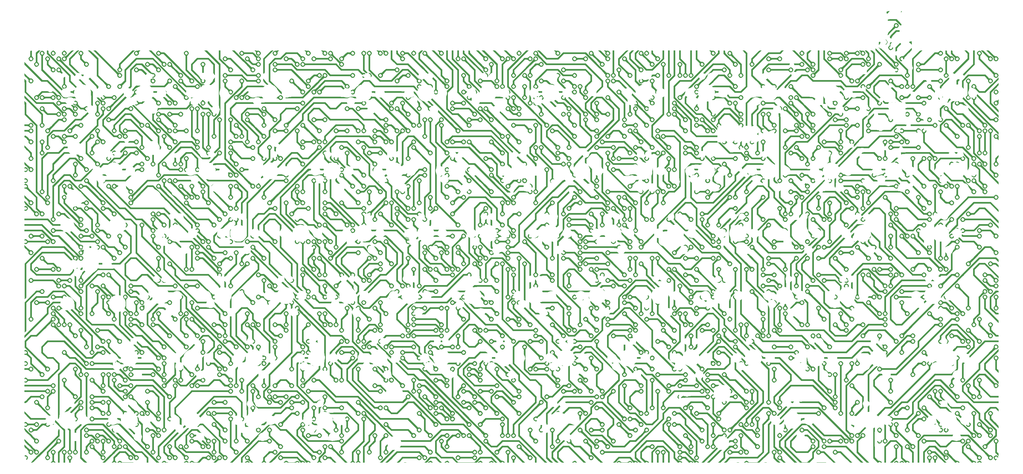
<source format=gbr>
G04 #@! TF.GenerationSoftware,KiCad,Pcbnew,(6.0.2)*
G04 #@! TF.CreationDate,2022-03-04T19:39:09-03:00*
G04 #@! TF.ProjectId,BareDevRev2,42617265-4465-4765-9265-76322e6b6963,V1.1.0*
G04 #@! TF.SameCoordinates,Original*
G04 #@! TF.FileFunction,Legend,Bot*
G04 #@! TF.FilePolarity,Positive*
%FSLAX46Y46*%
G04 Gerber Fmt 4.6, Leading zero omitted, Abs format (unit mm)*
G04 Created by KiCad (PCBNEW (6.0.2)) date 2022-03-04 19:39:09*
%MOMM*%
%LPD*%
G01*
G04 APERTURE LIST*
%ADD10C,1.524000*%
%ADD11C,1.701800*%
%ADD12C,3.987800*%
%ADD13C,0.889000*%
%ADD14C,3.048000*%
%ADD15R,1.524000X1.524000*%
%ADD16O,1.524000X1.524000*%
%ADD17C,0.650000*%
%ADD18O,1.100000X2.200000*%
%ADD19O,1.300000X1.900000*%
G04 APERTURE END LIST*
G36*
X206474951Y-44680845D02*
G01*
X206252336Y-44852775D01*
X205960438Y-44928332D01*
X205727958Y-44881355D01*
X205445926Y-44680845D01*
X205329554Y-44545109D01*
X205201879Y-44246110D01*
X205558040Y-44246110D01*
X205670153Y-44456618D01*
X205774130Y-44532403D01*
X205960438Y-44589666D01*
X206133544Y-44540616D01*
X206310320Y-44378804D01*
X206383772Y-44166332D01*
X206334723Y-43993227D01*
X206172911Y-43816451D01*
X205960438Y-43742999D01*
X205918576Y-43745086D01*
X205704458Y-43835753D01*
X205576877Y-44020958D01*
X205558040Y-44246110D01*
X205201879Y-44246110D01*
X205201745Y-44245796D01*
X205242721Y-43943598D01*
X205452438Y-43645307D01*
X205706438Y-43391307D01*
X205706438Y-36546332D01*
X206214438Y-36546332D01*
X206214438Y-43391307D01*
X206468438Y-43645307D01*
X206586527Y-43782517D01*
X206718111Y-44083462D01*
X206707899Y-44166332D01*
X206680933Y-44385168D01*
X206474951Y-44680845D01*
G37*
G36*
X110751193Y-131905330D02*
G01*
X110757669Y-132000005D01*
X110625458Y-132177666D01*
X110531041Y-132276749D01*
X110421909Y-132369848D01*
X110379144Y-132338392D01*
X110371772Y-132183038D01*
X110399602Y-132045668D01*
X110547486Y-131921307D01*
X110609207Y-131904089D01*
X110751193Y-131905330D01*
G37*
G36*
X152288285Y-100560845D02*
G01*
X152152572Y-100677199D01*
X151853255Y-100805021D01*
X151551054Y-100764059D01*
X151252770Y-100554356D01*
X151145747Y-100437636D01*
X151037104Y-100239011D01*
X151031026Y-100126110D01*
X151371373Y-100126110D01*
X151483486Y-100336618D01*
X151587463Y-100412403D01*
X151773772Y-100469666D01*
X151946877Y-100420616D01*
X152123653Y-100258804D01*
X152197105Y-100046332D01*
X152148056Y-99873227D01*
X151986244Y-99696451D01*
X151773772Y-99622999D01*
X151731909Y-99625086D01*
X151517792Y-99715753D01*
X151390211Y-99900958D01*
X151371373Y-100126110D01*
X151031026Y-100126110D01*
X151024405Y-100003111D01*
X151025920Y-99984042D01*
X151025030Y-99876770D01*
X150995758Y-99769392D01*
X150922718Y-99642133D01*
X150790523Y-99475216D01*
X150583788Y-99248863D01*
X150287125Y-98943297D01*
X149885150Y-98538742D01*
X149789851Y-98443312D01*
X149409332Y-98064754D01*
X149123611Y-97788459D01*
X148913038Y-97599134D01*
X148757958Y-97481482D01*
X148638720Y-97420211D01*
X148535671Y-97400025D01*
X148429157Y-97405629D01*
X148277070Y-97412062D01*
X148085738Y-97353365D01*
X147881568Y-97183154D01*
X147760995Y-97042953D01*
X147629358Y-96741815D01*
X147629651Y-96739443D01*
X147984707Y-96739443D01*
X148096819Y-96949951D01*
X148200797Y-97025737D01*
X148387105Y-97082999D01*
X148560211Y-97033950D01*
X148736987Y-96872138D01*
X148810438Y-96659666D01*
X148761389Y-96486560D01*
X148599577Y-96309784D01*
X148387105Y-96236332D01*
X148345243Y-96238420D01*
X148131125Y-96329086D01*
X148003544Y-96514291D01*
X147984707Y-96739443D01*
X147629651Y-96739443D01*
X147666540Y-96440563D01*
X147872592Y-96145153D01*
X148008305Y-96028799D01*
X148307622Y-95900976D01*
X148609823Y-95941938D01*
X148908107Y-96151642D01*
X149013589Y-96266522D01*
X149123433Y-96465776D01*
X149134284Y-96659666D01*
X149136612Y-96701259D01*
X149136512Y-96859360D01*
X149186778Y-97015275D01*
X149313782Y-97194551D01*
X149542116Y-97442116D01*
X149775665Y-97697813D01*
X149986805Y-97955133D01*
X150122907Y-98151023D01*
X150304841Y-98380019D01*
X150536414Y-98564841D01*
X150626337Y-98621259D01*
X150874524Y-98806019D01*
X151119356Y-99018543D01*
X151335434Y-99201752D01*
X151522394Y-99288360D01*
X151733213Y-99296736D01*
X151862567Y-99293529D01*
X152069754Y-99352443D01*
X152281796Y-99525330D01*
X152399860Y-99662512D01*
X152531444Y-99963455D01*
X152521232Y-100046332D01*
X152494266Y-100265165D01*
X152288285Y-100560845D01*
G37*
G36*
X157547449Y-83409468D02*
G01*
X157374774Y-83621023D01*
X157237592Y-83739087D01*
X156936649Y-83870671D01*
X156634939Y-83833493D01*
X156339259Y-83627512D01*
X156222905Y-83491799D01*
X156095209Y-83192776D01*
X156451373Y-83192776D01*
X156563486Y-83403285D01*
X156667463Y-83479070D01*
X156853772Y-83536332D01*
X157026877Y-83487283D01*
X157203653Y-83325471D01*
X157277105Y-83112999D01*
X157228056Y-82939893D01*
X157066244Y-82763117D01*
X156853772Y-82689666D01*
X156811909Y-82691753D01*
X156597792Y-82782420D01*
X156470211Y-82967624D01*
X156451373Y-83192776D01*
X156095209Y-83192776D01*
X156095083Y-83192482D01*
X156136045Y-82890281D01*
X156345748Y-82591997D01*
X156461447Y-82485829D01*
X156660420Y-82376519D01*
X156896085Y-82363554D01*
X157031774Y-82365446D01*
X157165990Y-82329503D01*
X157318335Y-82233526D01*
X157521522Y-82056492D01*
X157808267Y-81777376D01*
X158088067Y-81499443D01*
X159838040Y-81499443D01*
X159950153Y-81709951D01*
X160054130Y-81785737D01*
X160240438Y-81842999D01*
X160413544Y-81793950D01*
X160590320Y-81632138D01*
X160663772Y-81419666D01*
X160614723Y-81246560D01*
X160452911Y-81069784D01*
X160240438Y-80996332D01*
X160198576Y-80998420D01*
X159984458Y-81089086D01*
X159856877Y-81274291D01*
X159838040Y-81499443D01*
X158088067Y-81499443D01*
X158424087Y-81165666D01*
X158944750Y-81165666D01*
X159169592Y-81161695D01*
X159394045Y-81132055D01*
X159556294Y-81055606D01*
X159719413Y-80911666D01*
X159856623Y-80793577D01*
X160157568Y-80661993D01*
X160459274Y-80699171D01*
X160754951Y-80905153D01*
X160926881Y-81127768D01*
X161002438Y-81419666D01*
X160955461Y-81652146D01*
X160754951Y-81934178D01*
X160619215Y-82050550D01*
X160319902Y-82178359D01*
X160017704Y-82137383D01*
X159719413Y-81927666D01*
X159555753Y-81785327D01*
X159351544Y-81696000D01*
X159067313Y-81673666D01*
X158885792Y-81679588D01*
X158728777Y-81714038D01*
X158576308Y-81800601D01*
X158388001Y-81962834D01*
X158123475Y-82224299D01*
X157959081Y-82392227D01*
X157758869Y-82613281D01*
X157647634Y-82775990D01*
X157603164Y-82916508D01*
X157603243Y-83070989D01*
X157604271Y-83112999D01*
X157606469Y-83202771D01*
X157547449Y-83409468D01*
G37*
G36*
X175994951Y-154747512D02*
G01*
X175772336Y-154919441D01*
X175480438Y-154994999D01*
X175247958Y-154948022D01*
X174965926Y-154747512D01*
X174849554Y-154611776D01*
X174721745Y-154312463D01*
X174732520Y-154232999D01*
X175057105Y-154232999D01*
X175080960Y-154346418D01*
X175190153Y-154523285D01*
X175294130Y-154599070D01*
X175480438Y-154656332D01*
X175593858Y-154632478D01*
X175770724Y-154523285D01*
X175846510Y-154419307D01*
X175903772Y-154232999D01*
X175879917Y-154119580D01*
X175770724Y-153942713D01*
X175666747Y-153866928D01*
X175480438Y-153809666D01*
X175367019Y-153833520D01*
X175190153Y-153942713D01*
X175114367Y-154046690D01*
X175057105Y-154232999D01*
X174732520Y-154232999D01*
X174762721Y-154010265D01*
X174972438Y-153711973D01*
X175226438Y-153457973D01*
X175226438Y-150718538D01*
X178613105Y-147332666D01*
X181999772Y-143946793D01*
X181999772Y-142505607D01*
X179459772Y-139966666D01*
X176919772Y-137427724D01*
X176919772Y-135713206D01*
X175402232Y-134206373D01*
X173884692Y-132699539D01*
X174310970Y-132364229D01*
X175869371Y-133920923D01*
X177427772Y-135477616D01*
X177427772Y-137173724D01*
X179967772Y-139712666D01*
X182507772Y-142251607D01*
X182507772Y-144200793D01*
X179121105Y-147586666D01*
X175734438Y-150972538D01*
X175734438Y-153457973D01*
X175988438Y-153711973D01*
X176106527Y-153849184D01*
X176238111Y-154150128D01*
X176227899Y-154232999D01*
X176200933Y-154451835D01*
X175994951Y-154747512D01*
G37*
G36*
X64234951Y-70080845D02*
G01*
X64099239Y-70197199D01*
X63799922Y-70325021D01*
X63497721Y-70284059D01*
X63199437Y-70074356D01*
X63092266Y-69957459D01*
X62983738Y-69758894D01*
X62977690Y-69646110D01*
X63318040Y-69646110D01*
X63430153Y-69856618D01*
X63534130Y-69932403D01*
X63720438Y-69989666D01*
X63893544Y-69940616D01*
X64070320Y-69778804D01*
X64143772Y-69566332D01*
X64094723Y-69393227D01*
X63932911Y-69216451D01*
X63720438Y-69142999D01*
X63678576Y-69145086D01*
X63464458Y-69235753D01*
X63336877Y-69420958D01*
X63318040Y-69646110D01*
X62977690Y-69646110D01*
X62971085Y-69522953D01*
X62974025Y-69431390D01*
X62956127Y-69332849D01*
X62902393Y-69219959D01*
X62798723Y-69075272D01*
X62631019Y-68881340D01*
X62385181Y-68620715D01*
X62047109Y-68275950D01*
X61602703Y-67829596D01*
X60208697Y-66433666D01*
X57077455Y-66433666D01*
X56348535Y-67159209D01*
X55619614Y-67884752D01*
X55470148Y-67656637D01*
X55320681Y-67428522D01*
X56816575Y-65925666D01*
X60459007Y-65925666D01*
X61919269Y-67384139D01*
X61971695Y-67436493D01*
X62417895Y-67880584D01*
X62763673Y-68219510D01*
X63025949Y-68467063D01*
X63221643Y-68637035D01*
X63367676Y-68743221D01*
X63480967Y-68799412D01*
X63578438Y-68819402D01*
X63677008Y-68816983D01*
X63811148Y-68813739D01*
X64017375Y-68872857D01*
X64228462Y-69045330D01*
X64346526Y-69182512D01*
X64478110Y-69483455D01*
X64467898Y-69566332D01*
X64440933Y-69785165D01*
X64234951Y-70080845D01*
G37*
G36*
X111033742Y-160525283D02*
G01*
X111380182Y-160871287D01*
X111765015Y-161251250D01*
X112059585Y-161533559D01*
X112280149Y-161731777D01*
X112442965Y-161859465D01*
X112564289Y-161930188D01*
X112660380Y-161957506D01*
X112747494Y-161954984D01*
X113006452Y-161974759D01*
X113294434Y-162119408D01*
X113504438Y-162360999D01*
X113530173Y-162412061D01*
X113540125Y-162508506D01*
X113416703Y-162530332D01*
X113299734Y-162509958D01*
X113111343Y-162403332D01*
X113015696Y-162333645D01*
X112827105Y-162276332D01*
X112719858Y-162297300D01*
X112542867Y-162403332D01*
X112437527Y-162475194D01*
X112226375Y-162530332D01*
X112118520Y-162516294D01*
X112096399Y-162470816D01*
X112082229Y-162434227D01*
X111970614Y-162291328D01*
X111764395Y-162058221D01*
X111479321Y-161752056D01*
X111131143Y-161389983D01*
X110735611Y-160989149D01*
X109315307Y-159566999D01*
X104485624Y-159566999D01*
X103005772Y-161048666D01*
X102714355Y-161340302D01*
X102319949Y-161732821D01*
X102017119Y-162027870D01*
X101788393Y-162239362D01*
X101616298Y-162381207D01*
X101483362Y-162467316D01*
X101372113Y-162511599D01*
X101265078Y-162527967D01*
X101144787Y-162530332D01*
X100763654Y-162530332D01*
X102497772Y-160794666D01*
X104231889Y-159058999D01*
X109569253Y-159058999D01*
X111033742Y-160525283D01*
G37*
G36*
X229913515Y-160871287D02*
G01*
X230298348Y-161251250D01*
X230592918Y-161533559D01*
X230813482Y-161731777D01*
X230976298Y-161859465D01*
X231097623Y-161930188D01*
X231193713Y-161957506D01*
X231280827Y-161954984D01*
X231539785Y-161974759D01*
X231827768Y-162119408D01*
X232037772Y-162360999D01*
X232063506Y-162412061D01*
X232073459Y-162508506D01*
X231950036Y-162530332D01*
X231833067Y-162509958D01*
X231644677Y-162403332D01*
X231549029Y-162333645D01*
X231360438Y-162276332D01*
X231253191Y-162297300D01*
X231076200Y-162403332D01*
X230970860Y-162475194D01*
X230759708Y-162530332D01*
X230651853Y-162516294D01*
X230629733Y-162470816D01*
X230615562Y-162434227D01*
X230503947Y-162291328D01*
X230297728Y-162058221D01*
X230012654Y-161752056D01*
X229664476Y-161389983D01*
X229268944Y-160989149D01*
X227848640Y-159566999D01*
X227452052Y-159566999D01*
X227218623Y-159580306D01*
X227004309Y-159653495D01*
X226801464Y-159820999D01*
X226664254Y-159939087D01*
X226363309Y-160070671D01*
X226061603Y-160033494D01*
X225765926Y-159827512D01*
X225593996Y-159604896D01*
X225518438Y-159312999D01*
X225857105Y-159312999D01*
X225880960Y-159426418D01*
X225990153Y-159603285D01*
X226094130Y-159679070D01*
X226280438Y-159736332D01*
X226393858Y-159712478D01*
X226570724Y-159603285D01*
X226646510Y-159499307D01*
X226703772Y-159312999D01*
X226679917Y-159199580D01*
X226570724Y-159022713D01*
X226466747Y-158946928D01*
X226280438Y-158889666D01*
X226167019Y-158913520D01*
X225990153Y-159022713D01*
X225914367Y-159126690D01*
X225857105Y-159312999D01*
X225518438Y-159312999D01*
X225565416Y-159080518D01*
X225765926Y-158798486D01*
X225901662Y-158682114D01*
X226200975Y-158554305D01*
X226503173Y-158595281D01*
X226801464Y-158804999D01*
X226919754Y-158914754D01*
X227075087Y-159008546D01*
X227273942Y-159049800D01*
X227579025Y-159058999D01*
X228102586Y-159058999D01*
X228356275Y-159312999D01*
X229567075Y-160525283D01*
X229913515Y-160871287D01*
G37*
G36*
X29459706Y-152793666D02*
G01*
X29228038Y-152797846D01*
X29005145Y-152827752D01*
X28843828Y-152904213D01*
X28681464Y-153047666D01*
X28544254Y-153165754D01*
X28243309Y-153297338D01*
X27941603Y-153260160D01*
X27645926Y-153054178D01*
X27473996Y-152831563D01*
X27419088Y-152619443D01*
X27758040Y-152619443D01*
X27870153Y-152829951D01*
X27974130Y-152905737D01*
X28160438Y-152962999D01*
X28333544Y-152913950D01*
X28510320Y-152752138D01*
X28583772Y-152539666D01*
X28534723Y-152366560D01*
X28372911Y-152189784D01*
X28160438Y-152116332D01*
X28118576Y-152118420D01*
X27904458Y-152209086D01*
X27776877Y-152394291D01*
X27758040Y-152619443D01*
X27419088Y-152619443D01*
X27398438Y-152539666D01*
X27445416Y-152307185D01*
X27645926Y-152025153D01*
X27781662Y-151908781D01*
X28080975Y-151780972D01*
X28383173Y-151821948D01*
X28681464Y-152031666D01*
X28844048Y-152173237D01*
X29048511Y-152263161D01*
X29332706Y-152285666D01*
X29399235Y-152285337D01*
X29546461Y-152275470D01*
X29676851Y-152237848D01*
X29817574Y-152153931D01*
X29995800Y-152005177D01*
X30238698Y-151773046D01*
X30573438Y-151438999D01*
X31416928Y-150592332D01*
X31969650Y-150592332D01*
X32192494Y-150589139D01*
X32416632Y-150566491D01*
X32548990Y-150511178D01*
X32635889Y-150410563D01*
X32666394Y-150363836D01*
X32751641Y-150285880D01*
X32824190Y-150347063D01*
X32862739Y-150504936D01*
X32851060Y-150727472D01*
X32845736Y-150908363D01*
X32937592Y-151125881D01*
X33114222Y-151247336D01*
X33333835Y-151249952D01*
X33554640Y-151110950D01*
X33675411Y-151019710D01*
X33873943Y-151013125D01*
X33927175Y-151034250D01*
X33979842Y-151085496D01*
X33932932Y-151174788D01*
X33774623Y-151341174D01*
X33615152Y-151477242D01*
X33314420Y-151605572D01*
X33015698Y-151564604D01*
X32719413Y-151354332D01*
X32556829Y-151212761D01*
X32352366Y-151122837D01*
X32068171Y-151100332D01*
X32001642Y-151100661D01*
X31854416Y-151110527D01*
X31724026Y-151148149D01*
X31583303Y-151232067D01*
X31405077Y-151380821D01*
X31162179Y-151612951D01*
X30827438Y-151946999D01*
X30236996Y-152539666D01*
X29983949Y-152793666D01*
X29459706Y-152793666D01*
G37*
G36*
X138481105Y-38956151D02*
G01*
X139262600Y-39740908D01*
X140044094Y-40525666D01*
X143435777Y-40525666D01*
X145027563Y-42119107D01*
X145388102Y-42480356D01*
X145785199Y-42880793D01*
X146084054Y-43188274D01*
X146297200Y-43418126D01*
X146437172Y-43585677D01*
X146516501Y-43706256D01*
X146547722Y-43795190D01*
X146543367Y-43867809D01*
X146515970Y-43939441D01*
X146429067Y-44098175D01*
X146361823Y-44166332D01*
X146299216Y-44116372D01*
X146131816Y-43961143D01*
X145876576Y-43716123D01*
X145549759Y-43397080D01*
X145167626Y-43019783D01*
X144746438Y-42599999D01*
X143181822Y-41033666D01*
X139796204Y-41033666D01*
X138884654Y-40124943D01*
X137973105Y-39216220D01*
X137973105Y-36546332D01*
X138481105Y-36546332D01*
X138481105Y-38956151D01*
G37*
G36*
X94652784Y-162090374D02*
G01*
X94880096Y-162365341D01*
X94902166Y-162408895D01*
X94913884Y-162507593D01*
X94790036Y-162530332D01*
X94673067Y-162509958D01*
X94484677Y-162403332D01*
X94368221Y-162319896D01*
X94132430Y-162288308D01*
X93910293Y-162409239D01*
X93796902Y-162481424D01*
X93586746Y-162514263D01*
X93509236Y-162500862D01*
X93456640Y-162464836D01*
X93505412Y-162380444D01*
X93664759Y-162212023D01*
X93739010Y-162143136D01*
X94047348Y-161974870D01*
X94363570Y-161958750D01*
X94652784Y-162090374D01*
G37*
G36*
X323314951Y-107334178D02*
G01*
X323179239Y-107450532D01*
X322879922Y-107578355D01*
X322577721Y-107537393D01*
X322279437Y-107327689D01*
X322173557Y-107212335D01*
X322064023Y-107013244D01*
X322057716Y-106899443D01*
X322398040Y-106899443D01*
X322510153Y-107109951D01*
X322614130Y-107185737D01*
X322800438Y-107242999D01*
X322973544Y-107193950D01*
X323150320Y-107032138D01*
X323223772Y-106819666D01*
X323174723Y-106646560D01*
X323012911Y-106469784D01*
X322800438Y-106396332D01*
X322758576Y-106398420D01*
X322544458Y-106489086D01*
X322416877Y-106674291D01*
X322398040Y-106899443D01*
X322057716Y-106899443D01*
X322050967Y-106777656D01*
X322055165Y-106684860D01*
X322032292Y-106542838D01*
X321952073Y-106393950D01*
X321792292Y-106202044D01*
X321530736Y-105930965D01*
X321285660Y-105688012D01*
X321092314Y-105518063D01*
X320938327Y-105425839D01*
X320783316Y-105387782D01*
X320586897Y-105380332D01*
X320350204Y-105393936D01*
X320136902Y-105467234D01*
X319934797Y-105634332D01*
X319797587Y-105752420D01*
X319496642Y-105884005D01*
X319194936Y-105846827D01*
X318899259Y-105640845D01*
X318727329Y-105418229D01*
X318672422Y-105206110D01*
X319011373Y-105206110D01*
X319123486Y-105416618D01*
X319227463Y-105492403D01*
X319413772Y-105549666D01*
X319586877Y-105500616D01*
X319763653Y-105338804D01*
X319837105Y-105126332D01*
X319788056Y-104953227D01*
X319626244Y-104776451D01*
X319413772Y-104702999D01*
X319371909Y-104705086D01*
X319157792Y-104795753D01*
X319030211Y-104980958D01*
X319011373Y-105206110D01*
X318672422Y-105206110D01*
X318651772Y-105126332D01*
X318698749Y-104893852D01*
X318899259Y-104611819D01*
X319034995Y-104495448D01*
X319334308Y-104367639D01*
X319636506Y-104408614D01*
X319934797Y-104618332D01*
X320050687Y-104726082D01*
X320206481Y-104821119D01*
X320405048Y-104862976D01*
X320709460Y-104872332D01*
X321230123Y-104872332D01*
X321485830Y-105126332D01*
X321845944Y-105484043D01*
X322113405Y-105745003D01*
X322322031Y-105929375D01*
X322477216Y-106031020D01*
X322611676Y-106070961D01*
X322758125Y-106070220D01*
X322890413Y-106066991D01*
X323097009Y-106126031D01*
X323308462Y-106298664D01*
X323426526Y-106435845D01*
X323558110Y-106736788D01*
X323547898Y-106819666D01*
X323520933Y-107038499D01*
X323314951Y-107334178D01*
G37*
G36*
X234073543Y-112902670D02*
G01*
X234222630Y-112915532D01*
X234417016Y-112942563D01*
X234493105Y-112969149D01*
X234454181Y-113054444D01*
X234356368Y-113214978D01*
X234255653Y-113361608D01*
X234203643Y-113423666D01*
X234186722Y-113411126D01*
X234083245Y-113312715D01*
X233920818Y-113148499D01*
X233653981Y-112873332D01*
X234073543Y-112902670D01*
G37*
G36*
X192928285Y-54840845D02*
G01*
X192792572Y-54957199D01*
X192493255Y-55085021D01*
X192191054Y-55044059D01*
X191892770Y-54834356D01*
X191786890Y-54719001D01*
X191677356Y-54519910D01*
X191671050Y-54406110D01*
X192011373Y-54406110D01*
X192123486Y-54616618D01*
X192227463Y-54692403D01*
X192413772Y-54749666D01*
X192586877Y-54700616D01*
X192763653Y-54538804D01*
X192837105Y-54326332D01*
X192788056Y-54153227D01*
X192626244Y-53976451D01*
X192413772Y-53902999D01*
X192371909Y-53905086D01*
X192157792Y-53995753D01*
X192030211Y-54180958D01*
X192011373Y-54406110D01*
X191671050Y-54406110D01*
X191664301Y-54284322D01*
X191668498Y-54191527D01*
X191645626Y-54049504D01*
X191565406Y-53900617D01*
X191405625Y-53708711D01*
X191144069Y-53437632D01*
X190598330Y-52886999D01*
X188894804Y-52886999D01*
X188394296Y-52381213D01*
X188306246Y-52291112D01*
X188102630Y-52072306D01*
X187969173Y-51912863D01*
X187931280Y-51842348D01*
X188006519Y-51794186D01*
X188169143Y-51704872D01*
X188172278Y-51703244D01*
X188290600Y-51658556D01*
X188401345Y-51678287D01*
X188545666Y-51782119D01*
X188764717Y-51989737D01*
X189159922Y-52378999D01*
X190843456Y-52378999D01*
X191459277Y-52990709D01*
X191726738Y-53251670D01*
X191935364Y-53436042D01*
X192090550Y-53537687D01*
X192225010Y-53577627D01*
X192371459Y-53576887D01*
X192503746Y-53573658D01*
X192710342Y-53632698D01*
X192921796Y-53805330D01*
X193039860Y-53942512D01*
X193171444Y-54243455D01*
X193161232Y-54326332D01*
X193134266Y-54545165D01*
X192928285Y-54840845D01*
G37*
G36*
X74394951Y-73467512D02*
G01*
X74259215Y-73583883D01*
X73959902Y-73711692D01*
X73657704Y-73670717D01*
X73359413Y-73460999D01*
X73105413Y-73206999D01*
X70370754Y-73206999D01*
X70195360Y-73032776D01*
X73478040Y-73032776D01*
X73590153Y-73243285D01*
X73694130Y-73319070D01*
X73880438Y-73376332D01*
X74053544Y-73327283D01*
X74230320Y-73165471D01*
X74303772Y-72952999D01*
X74254723Y-72779893D01*
X74092911Y-72603117D01*
X73880438Y-72529666D01*
X73838576Y-72531753D01*
X73624458Y-72622420D01*
X73496877Y-72807624D01*
X73478040Y-73032776D01*
X70195360Y-73032776D01*
X69754933Y-72595288D01*
X69487472Y-72334328D01*
X69278846Y-72149956D01*
X69123661Y-72048311D01*
X68989201Y-72008370D01*
X68842752Y-72009111D01*
X68710464Y-72012340D01*
X68503868Y-71953300D01*
X68292415Y-71780667D01*
X68174351Y-71643486D01*
X68042767Y-71342543D01*
X68043149Y-71339443D01*
X68398040Y-71339443D01*
X68510153Y-71549951D01*
X68614130Y-71625737D01*
X68800438Y-71682999D01*
X68973544Y-71633950D01*
X69150320Y-71472138D01*
X69223772Y-71259666D01*
X69174723Y-71086560D01*
X69012911Y-70909784D01*
X68800438Y-70836332D01*
X68758576Y-70838420D01*
X68544458Y-70929086D01*
X68416877Y-71114291D01*
X68398040Y-71339443D01*
X68043149Y-71339443D01*
X68079944Y-71040832D01*
X68285926Y-70745153D01*
X68421638Y-70628799D01*
X68720955Y-70500976D01*
X69023156Y-70541938D01*
X69321440Y-70751642D01*
X69427320Y-70866996D01*
X69536854Y-71066087D01*
X69547582Y-71259666D01*
X69549910Y-71301675D01*
X69545712Y-71394471D01*
X69568585Y-71536493D01*
X69648804Y-71685381D01*
X69808585Y-71877287D01*
X70070141Y-72148366D01*
X70615880Y-72698999D01*
X73105413Y-72698999D01*
X73359413Y-72444999D01*
X73496623Y-72326911D01*
X73797568Y-72195326D01*
X74099274Y-72232504D01*
X74394951Y-72438486D01*
X74566881Y-72661102D01*
X74642438Y-72952999D01*
X74595461Y-73185479D01*
X74394951Y-73467512D01*
G37*
G36*
X278969093Y-107331905D02*
G01*
X278992055Y-107440212D01*
X279010693Y-107680378D01*
X279023201Y-108021048D01*
X279027772Y-108430867D01*
X279027772Y-109534068D01*
X278773772Y-109346278D01*
X278709273Y-109297838D01*
X278617007Y-109212128D01*
X278560941Y-109106328D01*
X278532058Y-108943128D01*
X278521340Y-108685218D01*
X278519772Y-108295285D01*
X278519858Y-108177604D01*
X278523552Y-107826513D01*
X278537678Y-107603762D01*
X278568999Y-107476898D01*
X278624277Y-107413471D01*
X278710272Y-107381030D01*
X278839422Y-107349717D01*
X278964272Y-107328822D01*
X278969093Y-107331905D01*
G37*
G36*
X89634951Y-132734178D02*
G01*
X89412336Y-132906108D01*
X89120438Y-132981666D01*
X88887958Y-132934688D01*
X88605926Y-132734178D01*
X88489554Y-132598442D01*
X88361879Y-132299443D01*
X88718040Y-132299443D01*
X88830153Y-132509951D01*
X88934130Y-132585737D01*
X89120438Y-132642999D01*
X89293544Y-132593950D01*
X89470320Y-132432138D01*
X89543772Y-132219666D01*
X89494723Y-132046560D01*
X89332911Y-131869784D01*
X89120438Y-131796332D01*
X89078576Y-131798420D01*
X88864458Y-131889086D01*
X88736877Y-132074291D01*
X88718040Y-132299443D01*
X88361879Y-132299443D01*
X88361745Y-132299129D01*
X88402721Y-131996931D01*
X88612438Y-131698640D01*
X88751092Y-131540112D01*
X88843289Y-131334662D01*
X88866438Y-131050577D01*
X88866427Y-131035874D01*
X88860497Y-130873553D01*
X88830508Y-130737271D01*
X88757210Y-130597989D01*
X88621351Y-130426669D01*
X88403679Y-130194271D01*
X88084944Y-129871756D01*
X88045696Y-129832355D01*
X87735721Y-129524159D01*
X87512434Y-129315295D01*
X87346834Y-129186454D01*
X87209917Y-129118330D01*
X87072681Y-129091614D01*
X86906124Y-129086999D01*
X86671098Y-129100451D01*
X86457279Y-129173694D01*
X86254797Y-129340999D01*
X86117587Y-129459087D01*
X85816642Y-129590671D01*
X85514936Y-129553494D01*
X85219259Y-129347512D01*
X85047329Y-129124896D01*
X84992422Y-128912776D01*
X85331373Y-128912776D01*
X85443486Y-129123285D01*
X85547463Y-129199070D01*
X85733772Y-129256332D01*
X85906877Y-129207283D01*
X86083653Y-129045471D01*
X86157105Y-128832999D01*
X86108056Y-128659893D01*
X85946244Y-128483117D01*
X85733772Y-128409666D01*
X85691909Y-128411753D01*
X85477792Y-128502420D01*
X85350211Y-128687624D01*
X85331373Y-128912776D01*
X84992422Y-128912776D01*
X84971772Y-128832999D01*
X85018749Y-128600518D01*
X85219259Y-128318486D01*
X85354995Y-128202114D01*
X85654308Y-128074305D01*
X85956506Y-128115281D01*
X86254797Y-128324999D01*
X86371194Y-128433173D01*
X86526890Y-128527947D01*
X86725516Y-128569676D01*
X87030069Y-128578999D01*
X87551340Y-128578999D01*
X87806130Y-128832999D01*
X88462889Y-129487722D01*
X89374438Y-130396444D01*
X89374438Y-130920542D01*
X89378611Y-131151936D01*
X89408506Y-131374891D01*
X89484966Y-131536245D01*
X89628438Y-131698640D01*
X89746527Y-131835850D01*
X89878111Y-132136795D01*
X89867899Y-132219666D01*
X89840933Y-132438501D01*
X89634951Y-132734178D01*
G37*
G36*
X57584173Y-63184478D02*
G01*
X57354597Y-63403533D01*
X57014533Y-63525965D01*
X56795559Y-63540692D01*
X56628295Y-63478953D01*
X56436544Y-63311463D01*
X56311923Y-63174351D01*
X56209084Y-62979990D01*
X56203743Y-62872776D01*
X56544707Y-62872776D01*
X56656819Y-63083285D01*
X56760797Y-63159070D01*
X56947105Y-63216332D01*
X57120211Y-63167283D01*
X57296987Y-63005471D01*
X57370438Y-62792999D01*
X57321389Y-62619893D01*
X57159577Y-62443117D01*
X56947105Y-62369666D01*
X56905243Y-62371753D01*
X56691125Y-62462420D01*
X56563544Y-62647624D01*
X56544707Y-62872776D01*
X56203743Y-62872776D01*
X56197660Y-62750686D01*
X56199552Y-62614996D01*
X56163610Y-62480780D01*
X56067633Y-62328436D01*
X55890598Y-62125249D01*
X55611482Y-61838504D01*
X54999772Y-61222683D01*
X54999772Y-59282097D01*
X55908495Y-58370548D01*
X56817217Y-57458999D01*
X58768232Y-57458999D01*
X62148115Y-60839673D01*
X65527997Y-64220348D01*
X65195718Y-64249549D01*
X64863438Y-64278750D01*
X61688026Y-61122875D01*
X58512614Y-57966999D01*
X57077287Y-57966999D01*
X56292529Y-58748493D01*
X55507772Y-59529988D01*
X55507772Y-60977557D01*
X56058405Y-61523296D01*
X56226333Y-61687690D01*
X56447387Y-61887902D01*
X56610096Y-61999136D01*
X56750614Y-62043607D01*
X56905095Y-62043528D01*
X57036878Y-62040302D01*
X57243575Y-62099321D01*
X57455129Y-62271997D01*
X57485008Y-62303218D01*
X57661875Y-62598754D01*
X57680237Y-62792999D01*
X57690764Y-62904363D01*
X57584173Y-63184478D01*
G37*
G36*
X260951438Y-144072999D02*
G01*
X260930202Y-144112277D01*
X260783588Y-144280220D01*
X260578139Y-144326999D01*
X260410819Y-144299455D01*
X260283925Y-144178832D01*
X260253477Y-144096541D01*
X260182328Y-143924832D01*
X260194606Y-143865648D01*
X260327999Y-143829762D01*
X260607891Y-143818999D01*
X261082787Y-143818999D01*
X260951438Y-144072999D01*
G37*
G36*
X133895683Y-133968080D02*
G01*
X133899030Y-134072131D01*
X133932624Y-134181064D01*
X134011286Y-134314114D01*
X134149842Y-134490514D01*
X134363114Y-134729499D01*
X134665926Y-135050300D01*
X135073100Y-135472153D01*
X135141518Y-135542512D01*
X135513248Y-135918013D01*
X135852756Y-136250191D01*
X136138969Y-136519156D01*
X136350815Y-136705021D01*
X136467221Y-136787898D01*
X136486644Y-136795833D01*
X136582695Y-136850509D01*
X136518653Y-136870965D01*
X136353289Y-136925741D01*
X136182143Y-137091142D01*
X136110438Y-137299666D01*
X136159488Y-137472771D01*
X136321300Y-137649547D01*
X136533772Y-137722999D01*
X136575634Y-137720911D01*
X136789752Y-137630245D01*
X136917333Y-137445040D01*
X136936170Y-137219888D01*
X136824058Y-137009380D01*
X136755306Y-136931251D01*
X136776121Y-136885548D01*
X136941999Y-136876332D01*
X137133878Y-136922757D01*
X137270209Y-137076275D01*
X137304223Y-137301049D01*
X137231667Y-137559531D01*
X137048285Y-137814178D01*
X136912572Y-137930532D01*
X136613255Y-138058355D01*
X136311054Y-138017393D01*
X136012770Y-137807689D01*
X135905747Y-137690969D01*
X135797104Y-137492344D01*
X135784405Y-137256444D01*
X135785920Y-137237376D01*
X135785030Y-137130103D01*
X135755758Y-137022726D01*
X135682718Y-136895467D01*
X135550523Y-136728549D01*
X135343788Y-136502196D01*
X135047125Y-136196630D01*
X134645150Y-135792075D01*
X134549851Y-135696645D01*
X134169332Y-135318087D01*
X133883611Y-135041792D01*
X133673038Y-134852467D01*
X133517958Y-134734816D01*
X133398720Y-134673544D01*
X133295671Y-134653358D01*
X133189157Y-134658963D01*
X133037070Y-134665395D01*
X132845738Y-134606699D01*
X132641568Y-134436487D01*
X132520995Y-134296287D01*
X132389358Y-133995149D01*
X132389651Y-133992776D01*
X132744707Y-133992776D01*
X132856819Y-134203285D01*
X132960797Y-134279070D01*
X133147105Y-134336332D01*
X133320211Y-134287283D01*
X133496987Y-134125471D01*
X133570438Y-133912999D01*
X133521389Y-133739893D01*
X133359577Y-133563117D01*
X133147105Y-133489666D01*
X133105243Y-133491753D01*
X132891125Y-133582420D01*
X132763544Y-133767624D01*
X132744707Y-133992776D01*
X132389651Y-133992776D01*
X132426540Y-133693897D01*
X132632592Y-133398486D01*
X132768305Y-133282132D01*
X133067622Y-133154310D01*
X133369823Y-133195272D01*
X133668107Y-133404975D01*
X133765397Y-133510169D01*
X133881598Y-133712892D01*
X133895052Y-133912999D01*
X133897307Y-133946530D01*
X133895683Y-133968080D01*
G37*
G36*
X309470648Y-154486999D02*
G01*
X300917287Y-154486999D01*
X300132529Y-155268493D01*
X299347772Y-156049988D01*
X299347772Y-162530332D01*
X298839772Y-162530332D01*
X298839772Y-155802097D01*
X299748495Y-154890548D01*
X300657217Y-153978999D01*
X309662396Y-153978999D01*
X309470648Y-154486999D01*
G37*
G36*
X208086610Y-90933445D02*
G01*
X208188925Y-91047929D01*
X208295554Y-91231955D01*
X208378782Y-91436428D01*
X208410895Y-91612250D01*
X208403046Y-91744977D01*
X208375577Y-91767323D01*
X208312608Y-91663292D01*
X208198232Y-91418384D01*
X208109112Y-91210717D01*
X208038236Y-91015511D01*
X208024123Y-90927092D01*
X208086610Y-90933445D01*
G37*
G36*
X89634951Y-147974178D02*
G01*
X89499215Y-148090550D01*
X89199902Y-148218359D01*
X88897704Y-148177383D01*
X88599413Y-147967666D01*
X88345413Y-147713666D01*
X84815464Y-147713666D01*
X84561464Y-147967666D01*
X84424254Y-148085754D01*
X84123309Y-148217338D01*
X83821603Y-148180160D01*
X83525926Y-147974178D01*
X83353996Y-147751563D01*
X83299088Y-147539443D01*
X83638040Y-147539443D01*
X83750153Y-147749951D01*
X83854130Y-147825737D01*
X84040438Y-147882999D01*
X84213544Y-147833950D01*
X84390320Y-147672138D01*
X84436193Y-147539443D01*
X88718040Y-147539443D01*
X88830153Y-147749951D01*
X88934130Y-147825737D01*
X89120438Y-147882999D01*
X89293544Y-147833950D01*
X89470320Y-147672138D01*
X89543772Y-147459666D01*
X89494723Y-147286560D01*
X89332911Y-147109784D01*
X89120438Y-147036332D01*
X89078576Y-147038420D01*
X88864458Y-147129086D01*
X88736877Y-147314291D01*
X88724714Y-147459666D01*
X88718040Y-147539443D01*
X84436193Y-147539443D01*
X84463772Y-147459666D01*
X84414723Y-147286560D01*
X84252911Y-147109784D01*
X84040438Y-147036332D01*
X83998576Y-147038420D01*
X83784458Y-147129086D01*
X83656877Y-147314291D01*
X83638040Y-147539443D01*
X83299088Y-147539443D01*
X83278438Y-147459666D01*
X83325416Y-147227185D01*
X83525926Y-146945153D01*
X83661662Y-146828781D01*
X83960975Y-146700972D01*
X84263173Y-146741948D01*
X84561464Y-146951666D01*
X84815464Y-147205666D01*
X88345413Y-147205666D01*
X88599413Y-146951666D01*
X88736623Y-146833577D01*
X89037568Y-146701993D01*
X89339274Y-146739171D01*
X89634951Y-146945153D01*
X89806881Y-147167768D01*
X89882438Y-147459666D01*
X89835461Y-147692146D01*
X89634951Y-147974178D01*
G37*
G36*
X38834951Y-37907512D02*
G01*
X38612336Y-38079441D01*
X38320438Y-38154999D01*
X38097726Y-38109105D01*
X37830660Y-37937070D01*
X37634629Y-37682920D01*
X37578959Y-37472776D01*
X37918040Y-37472776D01*
X38030153Y-37683285D01*
X38134130Y-37759070D01*
X38320438Y-37816332D01*
X38493544Y-37767283D01*
X38670320Y-37605471D01*
X38743772Y-37392999D01*
X38694723Y-37219893D01*
X38532911Y-37043117D01*
X38320438Y-36969666D01*
X38278576Y-36971753D01*
X38064458Y-37062420D01*
X37936877Y-37247624D01*
X37918040Y-37472776D01*
X37578959Y-37472776D01*
X37558438Y-37395315D01*
X37571036Y-37296097D01*
X37683396Y-37042973D01*
X37875627Y-36800350D01*
X38102914Y-36618159D01*
X38320438Y-36546332D01*
X38378638Y-36555210D01*
X38581027Y-36656085D01*
X38798719Y-36838469D01*
X38947817Y-37017386D01*
X39078382Y-37321907D01*
X39069307Y-37392999D01*
X39040707Y-37617032D01*
X38834951Y-37907512D01*
G37*
G36*
X89127123Y-87464878D02*
G01*
X89268333Y-87629424D01*
X89308803Y-87726839D01*
X89299449Y-87801184D01*
X89168287Y-87791442D01*
X89163773Y-87790616D01*
X88945245Y-87827063D01*
X88769323Y-87978547D01*
X88697105Y-88192999D01*
X88746154Y-88366104D01*
X88907966Y-88542880D01*
X89120438Y-88616332D01*
X89302392Y-88560453D01*
X89471979Y-88409547D01*
X89543772Y-88226306D01*
X89544057Y-88212138D01*
X89582414Y-88145622D01*
X89713105Y-88192999D01*
X89795975Y-88244585D01*
X89870173Y-88355502D01*
X89816022Y-88501592D01*
X89628462Y-88714001D01*
X89511882Y-88820906D01*
X89313210Y-88929641D01*
X89077342Y-88942376D01*
X88995843Y-88938650D01*
X88885800Y-88954194D01*
X88765122Y-89009060D01*
X88612195Y-89119539D01*
X88405410Y-89301921D01*
X88123155Y-89572495D01*
X87743819Y-89947551D01*
X87452404Y-90236306D01*
X87145453Y-90533832D01*
X86917043Y-90740830D01*
X86744056Y-90874633D01*
X86603372Y-90952575D01*
X86471872Y-90991987D01*
X86326438Y-91010204D01*
X86216147Y-91019904D01*
X86006317Y-91041500D01*
X85904164Y-91056874D01*
X85907238Y-91050889D01*
X85990809Y-90959631D01*
X86171562Y-90772076D01*
X86432785Y-90505326D01*
X86757765Y-90176482D01*
X87129792Y-89802647D01*
X87356476Y-89575266D01*
X87722584Y-89204583D01*
X87990353Y-88924765D01*
X88174553Y-88717173D01*
X88289955Y-88563168D01*
X88351329Y-88444112D01*
X88373446Y-88341365D01*
X88371078Y-88236290D01*
X88367835Y-88102380D01*
X88426943Y-87896107D01*
X88599437Y-87684975D01*
X88687896Y-87602945D01*
X88930671Y-87456299D01*
X89127123Y-87464878D01*
G37*
G36*
X292828438Y-158140691D02*
G01*
X292574438Y-158394691D01*
X292574438Y-161129795D01*
X291877808Y-161830064D01*
X291677764Y-162030097D01*
X291432922Y-162265158D01*
X291254448Y-162412096D01*
X291110608Y-162491527D01*
X290969669Y-162524067D01*
X290799896Y-162530332D01*
X290418615Y-162530332D01*
X291242527Y-161703317D01*
X292066438Y-160876303D01*
X292066438Y-158394691D01*
X291812438Y-158140691D01*
X291694350Y-158003481D01*
X291562766Y-157702536D01*
X291563147Y-157699443D01*
X291918040Y-157699443D01*
X292030153Y-157909951D01*
X292134130Y-157985737D01*
X292320438Y-158042999D01*
X292493544Y-157993950D01*
X292670320Y-157832138D01*
X292743772Y-157619666D01*
X292694723Y-157446560D01*
X292532911Y-157269784D01*
X292320438Y-157196332D01*
X292278576Y-157198420D01*
X292064458Y-157289086D01*
X291936877Y-157474291D01*
X291918040Y-157699443D01*
X291563147Y-157699443D01*
X291599944Y-157400830D01*
X291805926Y-157105153D01*
X292028541Y-156933223D01*
X292320438Y-156857666D01*
X292552919Y-156904643D01*
X292834951Y-157105153D01*
X292951323Y-157240889D01*
X293079132Y-157540202D01*
X293068357Y-157619666D01*
X293038156Y-157842400D01*
X292828438Y-158140691D01*
G37*
G36*
X79474951Y-97174178D02*
G01*
X79339239Y-97290532D01*
X79039922Y-97418355D01*
X78737721Y-97377393D01*
X78439437Y-97167689D01*
X78333557Y-97052335D01*
X78224023Y-96853244D01*
X78217716Y-96739443D01*
X78558040Y-96739443D01*
X78670153Y-96949951D01*
X78774130Y-97025737D01*
X78960438Y-97082999D01*
X79133544Y-97033950D01*
X79310320Y-96872138D01*
X79383772Y-96659666D01*
X79334723Y-96486560D01*
X79172911Y-96309784D01*
X78960438Y-96236332D01*
X78918576Y-96238420D01*
X78704458Y-96329086D01*
X78576877Y-96514291D01*
X78558040Y-96739443D01*
X78217716Y-96739443D01*
X78210967Y-96617656D01*
X78215165Y-96524860D01*
X78192292Y-96382838D01*
X78112073Y-96233950D01*
X77952292Y-96042044D01*
X77690736Y-95770965D01*
X77144997Y-95220332D01*
X75442810Y-95220332D01*
X75040312Y-95220150D01*
X74562369Y-95218000D01*
X74213307Y-95211306D01*
X73968861Y-95197493D01*
X73804766Y-95173981D01*
X73696757Y-95138195D01*
X73620569Y-95087556D01*
X73551937Y-95019486D01*
X73435111Y-94884762D01*
X73421756Y-94809976D01*
X73516012Y-94756820D01*
X73547960Y-94749465D01*
X73735038Y-94733082D01*
X74053801Y-94720073D01*
X74477373Y-94711093D01*
X74978878Y-94706793D01*
X75531438Y-94707828D01*
X77394105Y-94720658D01*
X78007935Y-95328205D01*
X78270318Y-95583366D01*
X78480213Y-95768507D01*
X78636213Y-95870671D01*
X78771218Y-95910897D01*
X78918125Y-95910220D01*
X79050413Y-95906991D01*
X79257009Y-95966031D01*
X79468462Y-96138664D01*
X79586526Y-96275845D01*
X79718110Y-96576788D01*
X79707898Y-96659666D01*
X79680933Y-96878499D01*
X79474951Y-97174178D01*
G37*
G36*
X106568285Y-120880845D02*
G01*
X106345669Y-121052775D01*
X106053772Y-121128332D01*
X105821291Y-121081355D01*
X105539259Y-120880845D01*
X105422887Y-120745109D01*
X105295212Y-120446110D01*
X105651373Y-120446110D01*
X105763486Y-120656618D01*
X105867463Y-120732403D01*
X106053772Y-120789666D01*
X106226877Y-120740616D01*
X106403653Y-120578804D01*
X106477105Y-120366332D01*
X106428056Y-120193227D01*
X106266244Y-120016451D01*
X106053772Y-119942999D01*
X106011909Y-119945086D01*
X105797792Y-120035753D01*
X105670211Y-120220958D01*
X105651373Y-120446110D01*
X105295212Y-120446110D01*
X105295078Y-120445796D01*
X105336054Y-120143598D01*
X105545772Y-119845307D01*
X105620776Y-119768672D01*
X105707216Y-119659729D01*
X105760085Y-119533769D01*
X105787633Y-119352713D01*
X105798112Y-119078483D01*
X105799772Y-118672999D01*
X105799321Y-118401378D01*
X105793097Y-118082641D01*
X105772880Y-117871283D01*
X105730421Y-117729225D01*
X105657468Y-117618387D01*
X105545772Y-117500691D01*
X105427684Y-117363481D01*
X105296099Y-117062536D01*
X105296480Y-117059443D01*
X105651373Y-117059443D01*
X105763486Y-117269951D01*
X105867463Y-117345737D01*
X106053772Y-117402999D01*
X106226877Y-117353950D01*
X106403653Y-117192138D01*
X106477105Y-116979666D01*
X106428056Y-116806560D01*
X106266244Y-116629784D01*
X106053772Y-116556332D01*
X106011909Y-116558420D01*
X105797792Y-116649086D01*
X105670211Y-116834291D01*
X105651373Y-117059443D01*
X105296480Y-117059443D01*
X105333277Y-116760830D01*
X105539259Y-116465153D01*
X105761875Y-116293223D01*
X106053772Y-116217666D01*
X106286252Y-116264643D01*
X106568285Y-116465153D01*
X106684656Y-116600889D01*
X106812465Y-116900202D01*
X106801690Y-116979666D01*
X106771490Y-117202400D01*
X106561772Y-117500691D01*
X106486767Y-117577325D01*
X106400328Y-117686268D01*
X106347459Y-117812229D01*
X106319910Y-117993284D01*
X106309431Y-118267515D01*
X106307772Y-118672999D01*
X106308223Y-118944620D01*
X106314447Y-119263356D01*
X106334664Y-119474714D01*
X106377123Y-119616773D01*
X106450076Y-119727611D01*
X106561772Y-119845307D01*
X106679860Y-119982517D01*
X106811444Y-120283462D01*
X106801233Y-120366332D01*
X106774267Y-120585168D01*
X106568285Y-120880845D01*
G37*
G36*
X239170934Y-158655470D02*
G01*
X237234877Y-160592901D01*
X235298819Y-162530332D01*
X234536790Y-162530332D01*
X238475314Y-158589132D01*
X239170934Y-158655470D01*
G37*
G36*
X309768285Y-83627512D02*
G01*
X309632549Y-83743883D01*
X309333236Y-83871692D01*
X309031038Y-83830717D01*
X308732746Y-83620999D01*
X308616350Y-83512825D01*
X308460654Y-83418051D01*
X308262028Y-83376322D01*
X307957475Y-83366999D01*
X307436204Y-83366999D01*
X307261439Y-83192776D01*
X308851373Y-83192776D01*
X308963486Y-83403285D01*
X309067463Y-83479070D01*
X309253772Y-83536332D01*
X309426877Y-83487283D01*
X309603653Y-83325471D01*
X309677105Y-83112999D01*
X309628056Y-82939893D01*
X309466244Y-82763117D01*
X309253772Y-82689666D01*
X309211909Y-82691753D01*
X308997792Y-82782420D01*
X308870211Y-82967624D01*
X308851373Y-83192776D01*
X307261439Y-83192776D01*
X306524654Y-82458276D01*
X305613105Y-81549553D01*
X305613105Y-81025456D01*
X305608933Y-80794062D01*
X305579037Y-80571106D01*
X305502578Y-80409752D01*
X305359105Y-80247358D01*
X305241017Y-80110147D01*
X305109433Y-79809203D01*
X305109814Y-79806110D01*
X305464707Y-79806110D01*
X305576819Y-80016618D01*
X305680797Y-80092403D01*
X305867105Y-80149666D01*
X306040211Y-80100616D01*
X306216987Y-79938804D01*
X306290438Y-79726332D01*
X306241389Y-79553227D01*
X306079577Y-79376451D01*
X305867105Y-79302999D01*
X305825243Y-79305086D01*
X305611125Y-79395753D01*
X305483544Y-79580958D01*
X305464707Y-79806110D01*
X305109814Y-79806110D01*
X305146610Y-79507496D01*
X305352592Y-79211819D01*
X305575208Y-79039890D01*
X305867105Y-78964332D01*
X306099586Y-79011309D01*
X306381618Y-79211819D01*
X306497990Y-79347555D01*
X306625799Y-79646868D01*
X306615024Y-79726332D01*
X306584823Y-79949066D01*
X306375105Y-80247358D01*
X306236452Y-80405886D01*
X306144255Y-80611336D01*
X306121105Y-80895421D01*
X306121117Y-80910124D01*
X306127047Y-81072445D01*
X306157036Y-81208727D01*
X306230334Y-81348009D01*
X306366193Y-81519329D01*
X306583865Y-81751727D01*
X306902600Y-82074241D01*
X306941847Y-82113643D01*
X307251823Y-82421838D01*
X307475110Y-82630703D01*
X307640710Y-82759543D01*
X307777627Y-82827668D01*
X307914863Y-82854384D01*
X308081420Y-82858999D01*
X308316446Y-82845547D01*
X308530264Y-82772304D01*
X308732746Y-82604999D01*
X308869957Y-82486911D01*
X309170901Y-82355326D01*
X309472608Y-82392504D01*
X309768285Y-82598486D01*
X309940214Y-82821102D01*
X310015772Y-83112999D01*
X309968795Y-83345479D01*
X309768285Y-83627512D01*
G37*
G36*
X42221618Y-75160845D02*
G01*
X41999002Y-75332775D01*
X41707105Y-75408332D01*
X41474625Y-75361355D01*
X41192592Y-75160845D01*
X41076221Y-75025109D01*
X40948546Y-74726110D01*
X41304707Y-74726110D01*
X41416819Y-74936618D01*
X41520797Y-75012403D01*
X41707105Y-75069666D01*
X41880211Y-75020616D01*
X42056987Y-74858804D01*
X42130438Y-74646332D01*
X42081389Y-74473227D01*
X41919577Y-74296451D01*
X41707105Y-74222999D01*
X41665243Y-74225086D01*
X41451125Y-74315753D01*
X41323544Y-74500958D01*
X41304707Y-74726110D01*
X40948546Y-74726110D01*
X40948412Y-74725796D01*
X40989387Y-74423598D01*
X41199105Y-74125307D01*
X41274110Y-74048672D01*
X41360549Y-73939729D01*
X41413418Y-73813769D01*
X41440967Y-73632713D01*
X41451446Y-73358483D01*
X41453105Y-72952999D01*
X41452654Y-72681378D01*
X41446430Y-72362641D01*
X41426213Y-72151283D01*
X41383754Y-72009225D01*
X41310801Y-71898387D01*
X41199105Y-71780691D01*
X41081017Y-71643481D01*
X40949433Y-71342536D01*
X40949814Y-71339443D01*
X41304707Y-71339443D01*
X41416819Y-71549951D01*
X41520797Y-71625737D01*
X41707105Y-71682999D01*
X41880211Y-71633950D01*
X42056987Y-71472138D01*
X42130438Y-71259666D01*
X42081389Y-71086560D01*
X41919577Y-70909784D01*
X41707105Y-70836332D01*
X41665243Y-70838420D01*
X41451125Y-70929086D01*
X41323544Y-71114291D01*
X41304707Y-71339443D01*
X40949814Y-71339443D01*
X40986610Y-71040830D01*
X41192592Y-70745153D01*
X41415208Y-70573223D01*
X41707105Y-70497666D01*
X41939586Y-70544643D01*
X42221618Y-70745153D01*
X42337990Y-70880889D01*
X42465799Y-71180202D01*
X42455024Y-71259666D01*
X42424823Y-71482400D01*
X42215105Y-71780691D01*
X42140101Y-71857325D01*
X42053661Y-71966268D01*
X42000792Y-72092229D01*
X41973244Y-72273284D01*
X41962765Y-72547515D01*
X41961105Y-72952999D01*
X41961556Y-73224620D01*
X41967780Y-73543356D01*
X41987997Y-73754714D01*
X42030456Y-73896773D01*
X42103409Y-74007611D01*
X42215105Y-74125307D01*
X42333193Y-74262517D01*
X42464778Y-74563462D01*
X42454566Y-74646332D01*
X42427600Y-74865168D01*
X42221618Y-75160845D01*
G37*
G36*
X144000783Y-124049468D02*
G01*
X143828107Y-124261023D01*
X143690925Y-124379087D01*
X143389983Y-124510671D01*
X143088272Y-124473493D01*
X142792592Y-124267512D01*
X142676238Y-124131799D01*
X142548542Y-123832776D01*
X142904707Y-123832776D01*
X143016819Y-124043285D01*
X143120797Y-124119070D01*
X143307105Y-124176332D01*
X143480211Y-124127283D01*
X143656987Y-123965471D01*
X143730438Y-123752999D01*
X143681389Y-123579893D01*
X143519577Y-123403117D01*
X143307105Y-123329666D01*
X143265243Y-123331753D01*
X143051125Y-123422420D01*
X142923544Y-123607624D01*
X142904707Y-123832776D01*
X142548542Y-123832776D01*
X142548416Y-123832482D01*
X142589378Y-123530281D01*
X142799081Y-123231997D01*
X142914780Y-123125829D01*
X143113753Y-123016519D01*
X143349418Y-123003554D01*
X143485108Y-123005446D01*
X143619324Y-122969503D01*
X143771668Y-122873526D01*
X143974855Y-122696492D01*
X144261600Y-122417376D01*
X144621714Y-122059666D01*
X151350438Y-122059666D01*
X151374293Y-122173085D01*
X151483486Y-122349951D01*
X151587463Y-122425737D01*
X151773772Y-122482999D01*
X151887191Y-122459144D01*
X152064058Y-122349951D01*
X152139843Y-122245974D01*
X152197105Y-122059666D01*
X152173251Y-121946246D01*
X152064058Y-121769380D01*
X151960080Y-121693594D01*
X151773772Y-121636332D01*
X151660353Y-121660187D01*
X151483486Y-121769380D01*
X151407701Y-121873357D01*
X151350438Y-122059666D01*
X144621714Y-122059666D01*
X144877421Y-121805666D01*
X150998746Y-121805666D01*
X151252746Y-121551666D01*
X151389957Y-121433577D01*
X151690901Y-121301993D01*
X151992608Y-121339171D01*
X152288285Y-121545153D01*
X152460214Y-121767768D01*
X152535772Y-122059666D01*
X152488795Y-122292146D01*
X152288285Y-122574178D01*
X152152549Y-122690550D01*
X151853236Y-122818359D01*
X151551038Y-122777383D01*
X151252746Y-122567666D01*
X150998746Y-122313666D01*
X145122547Y-122313666D01*
X144576808Y-122864299D01*
X144412414Y-123032227D01*
X144212202Y-123253281D01*
X144100968Y-123415990D01*
X144056497Y-123556508D01*
X144056576Y-123710989D01*
X144057604Y-123752999D01*
X144059802Y-123842771D01*
X144000783Y-124049468D01*
G37*
G36*
X155674951Y-46374178D02*
G01*
X155539239Y-46490532D01*
X155239922Y-46618355D01*
X154937721Y-46577393D01*
X154639437Y-46367689D01*
X154533269Y-46251991D01*
X154423959Y-46053018D01*
X154417710Y-45939443D01*
X154758040Y-45939443D01*
X154870153Y-46149951D01*
X154974130Y-46225737D01*
X155160438Y-46282999D01*
X155333544Y-46233950D01*
X155510320Y-46072138D01*
X155583772Y-45859666D01*
X155534723Y-45686560D01*
X155372911Y-45509784D01*
X155160438Y-45436332D01*
X155118576Y-45438420D01*
X154904458Y-45529086D01*
X154776877Y-45714291D01*
X154758040Y-45939443D01*
X154417710Y-45939443D01*
X154410993Y-45817352D01*
X154412885Y-45681663D01*
X154376943Y-45547447D01*
X154280966Y-45395103D01*
X154103931Y-45191916D01*
X153824816Y-44905171D01*
X153213105Y-44289350D01*
X153213105Y-42598801D01*
X150970842Y-40357735D01*
X150854207Y-40241176D01*
X150296726Y-39684920D01*
X149843458Y-39235448D01*
X149481584Y-38881580D01*
X149198287Y-38612136D01*
X148980748Y-38415937D01*
X148816151Y-38281803D01*
X148691677Y-38198555D01*
X148594509Y-38155011D01*
X148511829Y-38139994D01*
X148430818Y-38142323D01*
X148172259Y-38107884D01*
X147898652Y-37946195D01*
X147701084Y-37693779D01*
X147645257Y-37472776D01*
X147984707Y-37472776D01*
X148096819Y-37683285D01*
X148200797Y-37759070D01*
X148387105Y-37816332D01*
X148560211Y-37767283D01*
X148736987Y-37605471D01*
X148810438Y-37392999D01*
X148761389Y-37219893D01*
X148599577Y-37043117D01*
X148387105Y-36969666D01*
X148345243Y-36971753D01*
X148131125Y-37062420D01*
X148003544Y-37247624D01*
X147984707Y-37472776D01*
X147645257Y-37472776D01*
X147625105Y-37392999D01*
X147670378Y-37171383D01*
X147842435Y-36903602D01*
X148097560Y-36707258D01*
X148387105Y-36630999D01*
X148645030Y-36686807D01*
X148907359Y-36869122D01*
X149085278Y-37134281D01*
X149129032Y-37392999D01*
X149136428Y-37436732D01*
X149134416Y-37464395D01*
X149136647Y-37543565D01*
X149159679Y-37628806D01*
X149214539Y-37732714D01*
X149312254Y-37867885D01*
X149463849Y-38046915D01*
X149680350Y-38282402D01*
X149972783Y-38586939D01*
X150352175Y-38973125D01*
X150829552Y-39453554D01*
X151415939Y-40040823D01*
X153721105Y-42347133D01*
X153721105Y-44044224D01*
X154271738Y-44589963D01*
X154439666Y-44754357D01*
X154660720Y-44954569D01*
X154823429Y-45065803D01*
X154963947Y-45110273D01*
X155118429Y-45110194D01*
X155250211Y-45106969D01*
X155456908Y-45165988D01*
X155668462Y-45338664D01*
X155786526Y-45475845D01*
X155918110Y-45776788D01*
X155907898Y-45859666D01*
X155880933Y-46078499D01*
X155674951Y-46374178D01*
G37*
G36*
X118419618Y-44698971D02*
G01*
X118158260Y-44869173D01*
X117865664Y-44912367D01*
X117851668Y-44910833D01*
X117784487Y-44908940D01*
X117712166Y-44923332D01*
X117624305Y-44963433D01*
X117510505Y-45038666D01*
X117360367Y-45158454D01*
X117163491Y-45332220D01*
X116909478Y-45569388D01*
X116587929Y-45879381D01*
X116188445Y-46271621D01*
X115700625Y-46755531D01*
X115114071Y-47340536D01*
X114418384Y-48036058D01*
X111261619Y-51193666D01*
X108583396Y-51193666D01*
X108483661Y-51193653D01*
X107743230Y-51192397D01*
X107152874Y-51188533D01*
X106695403Y-51181277D01*
X106353632Y-51169844D01*
X106110371Y-51153451D01*
X105948432Y-51131313D01*
X105850629Y-51102646D01*
X105799772Y-51066666D01*
X105775959Y-51035488D01*
X105765985Y-50973867D01*
X105866529Y-50945062D01*
X106106905Y-50936665D01*
X106227957Y-50931205D01*
X106517580Y-50886682D01*
X106731105Y-50812666D01*
X106759057Y-50798644D01*
X106883616Y-50761493D01*
X107080140Y-50733305D01*
X107368095Y-50713004D01*
X107766947Y-50699514D01*
X108296162Y-50691760D01*
X108975207Y-50688666D01*
X111007642Y-50685666D01*
X114095551Y-47596887D01*
X114125292Y-47567137D01*
X114807908Y-46883916D01*
X115380527Y-46309258D01*
X115852700Y-45832602D01*
X116233976Y-45443386D01*
X116533904Y-45131049D01*
X116762033Y-44885031D01*
X116927913Y-44694771D01*
X117041092Y-44549707D01*
X117111121Y-44439278D01*
X117147548Y-44352925D01*
X117159922Y-44280084D01*
X117158888Y-44246110D01*
X117504707Y-44246110D01*
X117616819Y-44456618D01*
X117720797Y-44532403D01*
X117907105Y-44589666D01*
X118080211Y-44540616D01*
X118256987Y-44378804D01*
X118330438Y-44166332D01*
X118281389Y-43993227D01*
X118119577Y-43816451D01*
X117907105Y-43742999D01*
X117865243Y-43745086D01*
X117651125Y-43835753D01*
X117523544Y-44020958D01*
X117504707Y-44246110D01*
X117158888Y-44246110D01*
X117157794Y-44210196D01*
X117192188Y-43951638D01*
X117353841Y-43677943D01*
X117606264Y-43480326D01*
X117907105Y-43404332D01*
X118128721Y-43449605D01*
X118396502Y-43621662D01*
X118592846Y-43876787D01*
X118669105Y-44166332D01*
X118604756Y-44443530D01*
X118419618Y-44698971D01*
G37*
G36*
X91442979Y-87787088D02*
G01*
X91447517Y-87793631D01*
X91569256Y-88101575D01*
X91526455Y-88415153D01*
X91321772Y-88714024D01*
X91298331Y-88737746D01*
X91151468Y-88920351D01*
X91083852Y-89117582D01*
X91067327Y-89406012D01*
X91066883Y-89843999D01*
X90665161Y-89979768D01*
X90522584Y-90027970D01*
X90321774Y-90095930D01*
X90227513Y-90127935D01*
X90225286Y-90128309D01*
X90260126Y-90074316D01*
X90375680Y-89944375D01*
X90407506Y-89908239D01*
X90524970Y-89680620D01*
X90559772Y-89358221D01*
X90545150Y-89121738D01*
X90466201Y-88905752D01*
X90284605Y-88687154D01*
X90168076Y-88566514D01*
X90077714Y-88453490D01*
X90091584Y-88402484D01*
X90200079Y-88378401D01*
X90336224Y-88387216D01*
X90523627Y-88483425D01*
X90680606Y-88593234D01*
X90894199Y-88616458D01*
X91073850Y-88513042D01*
X91185300Y-88306617D01*
X91194290Y-88020814D01*
X91177376Y-87830219D01*
X91214334Y-87672447D01*
X91307956Y-87653288D01*
X91442979Y-87787088D01*
G37*
G36*
X103181618Y-95480845D02*
G01*
X103045905Y-95597199D01*
X102746588Y-95725021D01*
X102444388Y-95684059D01*
X102146103Y-95474356D01*
X102038886Y-95357403D01*
X101930394Y-95158857D01*
X101924355Y-95046110D01*
X102264707Y-95046110D01*
X102376819Y-95256618D01*
X102480797Y-95332403D01*
X102667105Y-95389666D01*
X102840211Y-95340616D01*
X103016987Y-95178804D01*
X103090438Y-94966332D01*
X103041389Y-94793227D01*
X102879577Y-94616451D01*
X102667105Y-94542999D01*
X102625243Y-94545086D01*
X102411125Y-94635753D01*
X102283544Y-94820958D01*
X102264707Y-95046110D01*
X101924355Y-95046110D01*
X101917756Y-94922902D01*
X101918639Y-94912186D01*
X101919384Y-94814512D01*
X101896297Y-94716192D01*
X101835586Y-94600305D01*
X101723457Y-94449932D01*
X101546118Y-94248151D01*
X101289776Y-93978043D01*
X100940639Y-93622687D01*
X100484912Y-93165162D01*
X99026438Y-91704901D01*
X99026438Y-89762097D01*
X100843884Y-87938999D01*
X102791340Y-87938999D01*
X103702889Y-88847722D01*
X104614438Y-89756444D01*
X104614438Y-90457121D01*
X104613598Y-90637350D01*
X104601198Y-90936790D01*
X104563591Y-91145694D01*
X104487698Y-91318198D01*
X104360438Y-91508435D01*
X104106438Y-91859072D01*
X104106438Y-90016514D01*
X103324944Y-89231756D01*
X102543450Y-88446999D01*
X101103953Y-88446999D01*
X100319196Y-89228493D01*
X99534438Y-90009988D01*
X99534438Y-91454590D01*
X100930369Y-92848597D01*
X101339665Y-93256275D01*
X101693166Y-93603667D01*
X101960899Y-93857510D01*
X102160312Y-94031903D01*
X102308853Y-94140948D01*
X102423971Y-94198742D01*
X102523112Y-94219386D01*
X102623726Y-94216979D01*
X102757781Y-94213735D01*
X102964026Y-94272850D01*
X103175129Y-94445330D01*
X103293193Y-94582512D01*
X103424777Y-94883455D01*
X103414565Y-94966332D01*
X103387599Y-95185165D01*
X103181618Y-95480845D01*
G37*
G36*
X277594951Y-58227512D02*
G01*
X277459215Y-58343883D01*
X277159902Y-58471692D01*
X276857704Y-58430717D01*
X276559413Y-58220999D01*
X276482779Y-58145994D01*
X276373836Y-58059555D01*
X276247875Y-58006686D01*
X276066820Y-57979137D01*
X275792589Y-57968658D01*
X275387105Y-57966999D01*
X275115484Y-57967450D01*
X274796748Y-57973674D01*
X274585390Y-57993891D01*
X274443331Y-58036350D01*
X274332493Y-58109303D01*
X274214797Y-58220999D01*
X274077587Y-58339087D01*
X273776642Y-58470671D01*
X273474936Y-58433494D01*
X273179259Y-58227512D01*
X273007329Y-58004896D01*
X272952422Y-57792776D01*
X273291373Y-57792776D01*
X273403486Y-58003285D01*
X273507463Y-58079070D01*
X273693772Y-58136332D01*
X273866877Y-58087283D01*
X274043653Y-57925471D01*
X274089526Y-57792776D01*
X276678040Y-57792776D01*
X276790153Y-58003285D01*
X276894130Y-58079070D01*
X277080438Y-58136332D01*
X277253544Y-58087283D01*
X277430320Y-57925471D01*
X277503772Y-57712999D01*
X277454723Y-57539893D01*
X277292911Y-57363117D01*
X277080438Y-57289666D01*
X277038576Y-57291753D01*
X276824458Y-57382420D01*
X276696877Y-57567624D01*
X276684714Y-57712999D01*
X276678040Y-57792776D01*
X274089526Y-57792776D01*
X274117105Y-57712999D01*
X274068056Y-57539893D01*
X273906244Y-57363117D01*
X273693772Y-57289666D01*
X273651909Y-57291753D01*
X273437792Y-57382420D01*
X273310211Y-57567624D01*
X273291373Y-57792776D01*
X272952422Y-57792776D01*
X272931772Y-57712999D01*
X272978749Y-57480518D01*
X273179259Y-57198486D01*
X273314995Y-57082114D01*
X273614308Y-56954305D01*
X273916506Y-56995281D01*
X274214797Y-57204999D01*
X274291432Y-57280003D01*
X274400375Y-57366443D01*
X274526335Y-57419312D01*
X274707391Y-57446860D01*
X274981621Y-57457339D01*
X275387105Y-57458999D01*
X275658726Y-57458548D01*
X275977463Y-57452324D01*
X276188821Y-57432107D01*
X276330879Y-57389648D01*
X276441717Y-57316695D01*
X276559413Y-57204999D01*
X276696623Y-57086911D01*
X276997568Y-56955326D01*
X277299274Y-56992504D01*
X277594951Y-57198486D01*
X277766881Y-57421102D01*
X277842438Y-57712999D01*
X277795461Y-57945479D01*
X277594951Y-58227512D01*
G37*
G36*
X164374658Y-101917668D02*
G01*
X164410601Y-102051884D01*
X164506578Y-102204228D01*
X164683612Y-102407415D01*
X164962728Y-102694160D01*
X165574438Y-103309981D01*
X165574438Y-106044640D01*
X165828438Y-106298640D01*
X165946527Y-106435850D01*
X166078111Y-106736795D01*
X166040933Y-107038501D01*
X165834951Y-107334178D01*
X165833171Y-107335955D01*
X165536535Y-107535258D01*
X165222366Y-107573888D01*
X164914528Y-107448872D01*
X164802405Y-107348462D01*
X164779803Y-107241597D01*
X164899868Y-107187083D01*
X165148254Y-107200184D01*
X165189752Y-107206266D01*
X165479796Y-107184827D01*
X165673342Y-107050291D01*
X165743772Y-106819666D01*
X165743772Y-106819566D01*
X165682698Y-106631354D01*
X165540248Y-106466817D01*
X165377339Y-106396332D01*
X165280522Y-106332467D01*
X165190238Y-106112723D01*
X165122962Y-105748641D01*
X165080945Y-105252951D01*
X165066438Y-104638386D01*
X165066438Y-103555107D01*
X164515805Y-103009368D01*
X164347877Y-102844974D01*
X164126823Y-102644762D01*
X163964114Y-102533528D01*
X163823596Y-102489058D01*
X163669115Y-102489137D01*
X163410547Y-102454189D01*
X163137926Y-102292093D01*
X162940911Y-102039749D01*
X162885258Y-101819443D01*
X163224707Y-101819443D01*
X163336819Y-102029951D01*
X163440797Y-102105737D01*
X163627105Y-102162999D01*
X163800211Y-102113950D01*
X163976987Y-101952138D01*
X164050438Y-101739666D01*
X164001389Y-101566560D01*
X163839577Y-101389784D01*
X163627105Y-101316332D01*
X163585243Y-101318420D01*
X163371125Y-101409086D01*
X163243544Y-101594291D01*
X163224707Y-101819443D01*
X162885258Y-101819443D01*
X162865105Y-101739666D01*
X162910378Y-101518050D01*
X163082435Y-101250269D01*
X163337560Y-101053925D01*
X163627105Y-100977666D01*
X163885474Y-101033792D01*
X164147462Y-101216049D01*
X164325315Y-101480643D01*
X164369356Y-101739666D01*
X164376550Y-101781979D01*
X164374658Y-101917668D01*
G37*
G36*
X91328285Y-159827512D02*
G01*
X91192572Y-159943866D01*
X90893255Y-160071688D01*
X90591054Y-160030726D01*
X90292770Y-159821023D01*
X90186602Y-159705324D01*
X90077292Y-159506351D01*
X90071044Y-159392776D01*
X90411373Y-159392776D01*
X90523486Y-159603285D01*
X90627463Y-159679070D01*
X90813772Y-159736332D01*
X90986877Y-159687283D01*
X91163653Y-159525471D01*
X91237105Y-159312999D01*
X91188056Y-159139893D01*
X91026244Y-158963117D01*
X90813772Y-158889666D01*
X90771909Y-158891753D01*
X90557792Y-158982420D01*
X90430211Y-159167624D01*
X90411373Y-159392776D01*
X90071044Y-159392776D01*
X90064327Y-159270686D01*
X90066219Y-159134996D01*
X90030276Y-159000780D01*
X89934299Y-158848436D01*
X89757265Y-158645249D01*
X89478149Y-158358504D01*
X88866438Y-157742683D01*
X88866438Y-149928024D01*
X88612438Y-149674024D01*
X88494350Y-149536814D01*
X88362766Y-149235869D01*
X88363147Y-149232776D01*
X88718040Y-149232776D01*
X88830153Y-149443285D01*
X88934130Y-149519070D01*
X89120438Y-149576332D01*
X89293544Y-149527283D01*
X89470320Y-149365471D01*
X89543772Y-149152999D01*
X89494723Y-148979893D01*
X89332911Y-148803117D01*
X89120438Y-148729666D01*
X89078576Y-148731753D01*
X88864458Y-148822420D01*
X88736877Y-149007624D01*
X88718040Y-149232776D01*
X88363147Y-149232776D01*
X88399944Y-148934163D01*
X88605926Y-148638486D01*
X88739452Y-148523773D01*
X89039138Y-148394714D01*
X89341581Y-148434382D01*
X89639211Y-148642745D01*
X89794101Y-148819748D01*
X89854998Y-148987109D01*
X89841574Y-149152999D01*
X89836618Y-149214245D01*
X89831400Y-149241457D01*
X89731119Y-149508762D01*
X89578359Y-149720438D01*
X89374438Y-149906877D01*
X89374438Y-157497557D01*
X89925072Y-158043296D01*
X90093000Y-158207690D01*
X90314054Y-158407902D01*
X90476763Y-158519136D01*
X90617281Y-158563607D01*
X90771762Y-158563528D01*
X90903544Y-158560302D01*
X91110241Y-158619321D01*
X91321796Y-158791997D01*
X91439860Y-158929179D01*
X91571444Y-159230121D01*
X91561231Y-159312999D01*
X91534266Y-159531832D01*
X91328285Y-159827512D01*
G37*
G36*
X103181618Y-58227512D02*
G01*
X103045905Y-58343866D01*
X102746588Y-58471688D01*
X102444388Y-58430726D01*
X102146103Y-58221023D01*
X102039081Y-58104302D01*
X101930437Y-57905677D01*
X101924359Y-57792776D01*
X102264707Y-57792776D01*
X102376819Y-58003285D01*
X102480797Y-58079070D01*
X102667105Y-58136332D01*
X102840211Y-58087283D01*
X103016987Y-57925471D01*
X103090438Y-57712999D01*
X103041389Y-57539893D01*
X102879577Y-57363117D01*
X102667105Y-57289666D01*
X102625243Y-57291753D01*
X102411125Y-57382420D01*
X102283544Y-57567624D01*
X102264707Y-57792776D01*
X101924359Y-57792776D01*
X101917738Y-57669777D01*
X101919253Y-57650709D01*
X101918363Y-57543436D01*
X101889092Y-57436059D01*
X101816051Y-57308800D01*
X101683857Y-57141883D01*
X101477121Y-56915529D01*
X101180459Y-56609964D01*
X100778483Y-56205408D01*
X100683185Y-56109978D01*
X100302665Y-55731420D01*
X100016945Y-55455126D01*
X99806371Y-55265800D01*
X99651292Y-55148149D01*
X99532053Y-55086877D01*
X99429004Y-55066691D01*
X99322491Y-55072296D01*
X99050094Y-55037034D01*
X98784708Y-54874602D01*
X98592500Y-54623796D01*
X98538301Y-54406110D01*
X98878040Y-54406110D01*
X98990153Y-54616618D01*
X99094130Y-54692403D01*
X99280438Y-54749666D01*
X99453544Y-54700616D01*
X99630320Y-54538804D01*
X99703772Y-54326332D01*
X99654723Y-54153227D01*
X99492911Y-53976451D01*
X99280438Y-53902999D01*
X99238576Y-53905086D01*
X99024458Y-53995753D01*
X98896877Y-54180958D01*
X98878040Y-54406110D01*
X98538301Y-54406110D01*
X98518438Y-54326332D01*
X98563712Y-54104717D01*
X98735768Y-53836936D01*
X98990893Y-53640591D01*
X99280438Y-53564332D01*
X99557460Y-53628538D01*
X99813039Y-53813712D01*
X99983259Y-54075316D01*
X100020211Y-54326332D01*
X100026402Y-54368384D01*
X100023807Y-54392374D01*
X100022420Y-54496500D01*
X100050086Y-54601353D01*
X100122099Y-54726587D01*
X100253754Y-54891853D01*
X100460345Y-55116805D01*
X100757167Y-55421096D01*
X101159515Y-55824377D01*
X101233944Y-55898631D01*
X101620798Y-56282164D01*
X101911926Y-56562923D01*
X102127106Y-56756295D01*
X102286115Y-56877665D01*
X102408730Y-56942421D01*
X102514727Y-56965948D01*
X102623884Y-56963632D01*
X102757678Y-56960390D01*
X102963974Y-57019494D01*
X103175129Y-57191997D01*
X103293193Y-57329179D01*
X103424777Y-57630121D01*
X103414564Y-57712999D01*
X103387599Y-57931832D01*
X103181618Y-58227512D01*
G37*
G36*
X148901618Y-63307512D02*
G01*
X148679002Y-63479441D01*
X148387105Y-63554999D01*
X148154625Y-63508022D01*
X147872592Y-63307512D01*
X147756221Y-63171776D01*
X147628546Y-62872776D01*
X147984707Y-62872776D01*
X148096819Y-63083285D01*
X148200797Y-63159070D01*
X148387105Y-63216332D01*
X148560211Y-63167283D01*
X148736987Y-63005471D01*
X148810438Y-62792999D01*
X148761389Y-62619893D01*
X148599577Y-62443117D01*
X148387105Y-62369666D01*
X148345243Y-62371753D01*
X148131125Y-62462420D01*
X148003544Y-62647624D01*
X147984707Y-62872776D01*
X147628546Y-62872776D01*
X147628412Y-62872463D01*
X147669387Y-62570265D01*
X147879105Y-62271973D01*
X148133105Y-62017973D01*
X148133105Y-58488024D01*
X147879105Y-58234024D01*
X147761017Y-58096814D01*
X147629433Y-57795869D01*
X147629814Y-57792776D01*
X147984707Y-57792776D01*
X148096819Y-58003285D01*
X148200797Y-58079070D01*
X148387105Y-58136332D01*
X148560211Y-58087283D01*
X148736987Y-57925471D01*
X148810438Y-57712999D01*
X148761389Y-57539893D01*
X148599577Y-57363117D01*
X148387105Y-57289666D01*
X148345243Y-57291753D01*
X148131125Y-57382420D01*
X148003544Y-57567624D01*
X147984707Y-57792776D01*
X147629814Y-57792776D01*
X147666610Y-57494163D01*
X147872592Y-57198486D01*
X148095208Y-57026556D01*
X148387105Y-56950999D01*
X148619586Y-56997976D01*
X148901618Y-57198486D01*
X149017990Y-57334222D01*
X149145799Y-57633535D01*
X149135024Y-57712999D01*
X149104823Y-57935733D01*
X148895105Y-58234024D01*
X148641105Y-58488024D01*
X148641105Y-62017973D01*
X148895105Y-62271973D01*
X149013193Y-62409184D01*
X149144778Y-62710128D01*
X149134566Y-62792999D01*
X149107600Y-63011835D01*
X148901618Y-63307512D01*
G37*
G36*
X174301618Y-83627512D02*
G01*
X174165905Y-83743866D01*
X173866588Y-83871688D01*
X173564388Y-83830726D01*
X173266103Y-83621023D01*
X173160224Y-83505668D01*
X173050689Y-83306577D01*
X173044383Y-83192776D01*
X173384707Y-83192776D01*
X173496819Y-83403285D01*
X173600797Y-83479070D01*
X173787105Y-83536332D01*
X173960211Y-83487283D01*
X174136987Y-83325471D01*
X174210438Y-83112999D01*
X174161389Y-82939893D01*
X173999577Y-82763117D01*
X173787105Y-82689666D01*
X173745243Y-82691753D01*
X173531125Y-82782420D01*
X173403544Y-82967624D01*
X173384707Y-83192776D01*
X173044383Y-83192776D01*
X173037634Y-83070989D01*
X173041832Y-82978194D01*
X173018959Y-82836171D01*
X172938739Y-82687284D01*
X172778958Y-82495378D01*
X172517402Y-82224299D01*
X171971664Y-81673666D01*
X168579422Y-81673666D01*
X164663930Y-77757494D01*
X160748438Y-73841323D01*
X160748438Y-73080660D01*
X168834760Y-81165666D01*
X172216790Y-81165666D01*
X172832610Y-81777376D01*
X173100072Y-82038337D01*
X173308698Y-82222709D01*
X173463883Y-82324353D01*
X173598343Y-82364294D01*
X173744792Y-82363554D01*
X173877079Y-82360324D01*
X174083675Y-82419365D01*
X174295129Y-82591997D01*
X174413193Y-82729179D01*
X174544777Y-83030121D01*
X174534564Y-83112999D01*
X174507599Y-83331832D01*
X174301618Y-83627512D01*
G37*
G36*
X46614231Y-48692816D02*
G01*
X47041105Y-49112967D01*
X47041105Y-53470857D01*
X46545825Y-53298201D01*
X46513940Y-51166433D01*
X46503208Y-50540923D01*
X46489358Y-49985026D01*
X46471957Y-49555708D01*
X46449399Y-49230440D01*
X46420075Y-48986696D01*
X46382380Y-48801947D01*
X46334706Y-48653666D01*
X46187357Y-48272666D01*
X46614231Y-48692816D01*
G37*
G36*
X52375105Y-125967358D02*
G01*
X52235710Y-126126912D01*
X52144091Y-126332108D01*
X52121105Y-126616218D01*
X52121105Y-127011077D01*
X53750124Y-128641705D01*
X53768054Y-128659646D01*
X54199730Y-129087670D01*
X54595302Y-129472714D01*
X54938234Y-129799240D01*
X55211985Y-130051710D01*
X55400017Y-130214587D01*
X55485791Y-130272332D01*
X55561003Y-130340686D01*
X55592438Y-130526332D01*
X55585698Y-130652308D01*
X55523814Y-130757194D01*
X55355621Y-130780332D01*
X55260783Y-130763068D01*
X55030694Y-130641403D01*
X54787727Y-130440284D01*
X54580987Y-130203791D01*
X54459575Y-129975999D01*
X54427266Y-129895487D01*
X54252286Y-129643844D01*
X53994256Y-129396138D01*
X53705896Y-129206215D01*
X53655431Y-129176049D01*
X53459546Y-129027013D01*
X53186164Y-128792614D01*
X52864376Y-128498351D01*
X52523272Y-128169719D01*
X51613105Y-127269553D01*
X51613105Y-126745456D01*
X51608933Y-126514062D01*
X51579037Y-126291106D01*
X51502578Y-126129752D01*
X51359105Y-125967358D01*
X51241017Y-125830147D01*
X51109433Y-125529203D01*
X51109814Y-125526110D01*
X51464707Y-125526110D01*
X51576819Y-125736618D01*
X51680797Y-125812403D01*
X51867105Y-125869666D01*
X52040211Y-125820616D01*
X52216987Y-125658804D01*
X52290438Y-125446332D01*
X52241389Y-125273227D01*
X52079577Y-125096451D01*
X51867105Y-125022999D01*
X51825243Y-125025086D01*
X51611125Y-125115753D01*
X51483544Y-125300958D01*
X51464707Y-125526110D01*
X51109814Y-125526110D01*
X51146610Y-125227496D01*
X51352592Y-124931819D01*
X51575208Y-124759890D01*
X51867105Y-124684332D01*
X52099586Y-124731309D01*
X52381618Y-124931819D01*
X52497990Y-125067555D01*
X52625799Y-125366868D01*
X52615024Y-125446332D01*
X52584823Y-125669066D01*
X52375105Y-125967358D01*
G37*
G36*
X284368285Y-80240845D02*
G01*
X284232572Y-80357199D01*
X283933255Y-80485021D01*
X283631054Y-80444059D01*
X283332770Y-80234356D01*
X283226890Y-80119001D01*
X283117356Y-79919910D01*
X283111050Y-79806110D01*
X283451373Y-79806110D01*
X283563486Y-80016618D01*
X283667463Y-80092403D01*
X283853772Y-80149666D01*
X284026877Y-80100616D01*
X284203653Y-79938804D01*
X284277105Y-79726332D01*
X284228056Y-79553227D01*
X284066244Y-79376451D01*
X283853772Y-79302999D01*
X283811909Y-79305086D01*
X283597792Y-79395753D01*
X283470211Y-79580958D01*
X283451373Y-79806110D01*
X283111050Y-79806110D01*
X283104301Y-79684322D01*
X283108498Y-79591527D01*
X283085626Y-79449504D01*
X283005406Y-79300617D01*
X282845625Y-79108711D01*
X282584069Y-78837632D01*
X282338993Y-78594678D01*
X282145648Y-78424729D01*
X281991661Y-78332506D01*
X281836649Y-78294449D01*
X281640231Y-78286999D01*
X281403537Y-78300602D01*
X281190235Y-78373901D01*
X280988131Y-78540999D01*
X280850920Y-78659087D01*
X280549976Y-78790671D01*
X280248269Y-78753494D01*
X279952592Y-78547512D01*
X279780663Y-78324896D01*
X279705105Y-78032999D01*
X280043772Y-78032999D01*
X280067626Y-78146418D01*
X280176819Y-78323285D01*
X280280797Y-78399070D01*
X280467105Y-78456332D01*
X280580524Y-78432478D01*
X280757391Y-78323285D01*
X280833176Y-78219307D01*
X280890438Y-78032999D01*
X280866584Y-77919580D01*
X280757391Y-77742713D01*
X280653414Y-77666928D01*
X280467105Y-77609666D01*
X280353686Y-77633520D01*
X280176819Y-77742713D01*
X280101034Y-77846690D01*
X280043772Y-78032999D01*
X279705105Y-78032999D01*
X279752082Y-77800518D01*
X279952592Y-77518486D01*
X280088328Y-77402114D01*
X280387641Y-77274305D01*
X280689839Y-77315281D01*
X280988131Y-77524999D01*
X281104020Y-77632748D01*
X281259815Y-77727786D01*
X281458381Y-77769642D01*
X281762794Y-77778999D01*
X282283456Y-77778999D01*
X282539163Y-78032999D01*
X282899277Y-78390709D01*
X283166738Y-78651670D01*
X283375364Y-78836042D01*
X283530550Y-78937687D01*
X283665010Y-78977627D01*
X283811459Y-78976887D01*
X283943746Y-78973658D01*
X284150342Y-79032698D01*
X284361796Y-79205330D01*
X284479860Y-79342512D01*
X284611444Y-79643455D01*
X284601232Y-79726332D01*
X284574266Y-79945165D01*
X284368285Y-80240845D01*
G37*
G36*
X311044311Y-129769794D02*
G01*
X311257007Y-129856973D01*
X311461618Y-130011819D01*
X311577990Y-130147555D01*
X311705799Y-130446868D01*
X311664823Y-130749066D01*
X311455105Y-131047358D01*
X311201105Y-131301358D01*
X311201105Y-132664012D01*
X311197221Y-133220156D01*
X311180487Y-133651129D01*
X311143894Y-133955335D01*
X311080437Y-134154380D01*
X310983108Y-134269875D01*
X310844903Y-134323429D01*
X310658816Y-134336649D01*
X310570779Y-134340964D01*
X310197589Y-134454617D01*
X309876606Y-134700405D01*
X309638016Y-135048518D01*
X309512005Y-135469149D01*
X309465438Y-135817999D01*
X306881593Y-135840361D01*
X304297747Y-135862723D01*
X300066243Y-140094861D01*
X295834740Y-144326999D01*
X294139421Y-144326999D01*
X292161975Y-146305788D01*
X290184530Y-148284577D01*
X289892961Y-148195092D01*
X289601391Y-148105607D01*
X293885527Y-143818999D01*
X295580740Y-143818999D01*
X299813439Y-139585666D01*
X304046137Y-135352332D01*
X309123590Y-135352332D01*
X309908348Y-134570838D01*
X310693105Y-133789343D01*
X310694261Y-132560004D01*
X310696694Y-132028019D01*
X310706336Y-131613834D01*
X310728024Y-131322883D01*
X310766619Y-131131589D01*
X310826982Y-131016377D01*
X310913976Y-130953671D01*
X311032462Y-130919894D01*
X311232336Y-130822568D01*
X311345263Y-130640074D01*
X311349594Y-130429068D01*
X311245326Y-130242363D01*
X311032462Y-130132770D01*
X310862104Y-130062064D01*
X310750864Y-129924582D01*
X310757296Y-129818401D01*
X310864188Y-129755273D01*
X311044311Y-129769794D01*
G37*
G36*
X296221618Y-65000845D02*
G01*
X296085905Y-65117199D01*
X295786588Y-65245021D01*
X295484388Y-65204059D01*
X295186103Y-64994356D01*
X295079081Y-64877636D01*
X294970437Y-64679011D01*
X294960065Y-64486332D01*
X295283772Y-64486332D01*
X295307626Y-64599751D01*
X295416819Y-64776618D01*
X295520797Y-64852403D01*
X295707105Y-64909666D01*
X295820524Y-64885811D01*
X295997391Y-64776618D01*
X296073176Y-64672641D01*
X296130438Y-64486332D01*
X296106584Y-64372913D01*
X295997391Y-64196046D01*
X295893414Y-64120261D01*
X295707105Y-64062999D01*
X295593686Y-64086853D01*
X295416819Y-64196046D01*
X295341034Y-64300024D01*
X295283772Y-64486332D01*
X294960065Y-64486332D01*
X294957738Y-64443111D01*
X294959253Y-64424042D01*
X294958363Y-64316770D01*
X294929092Y-64209392D01*
X294856051Y-64082133D01*
X294723857Y-63915216D01*
X294517121Y-63688863D01*
X294220459Y-63383297D01*
X293818483Y-62978742D01*
X293723185Y-62883312D01*
X293342665Y-62504754D01*
X293056945Y-62228459D01*
X292846371Y-62039134D01*
X292691292Y-61921482D01*
X292572053Y-61860211D01*
X292469004Y-61840025D01*
X292362491Y-61845629D01*
X292090094Y-61810367D01*
X291824708Y-61647936D01*
X291632500Y-61397129D01*
X291558438Y-61099666D01*
X291605280Y-60875294D01*
X291777276Y-60609305D01*
X292029952Y-60413749D01*
X292314643Y-60337666D01*
X292467578Y-60344324D01*
X292526691Y-60388376D01*
X292473135Y-60502176D01*
X292380301Y-60604782D01*
X292181727Y-60714039D01*
X292027124Y-60796425D01*
X291923329Y-60976044D01*
X291922750Y-61187785D01*
X292022639Y-61376504D01*
X292220248Y-61487056D01*
X292400008Y-61536192D01*
X292625559Y-61621934D01*
X292784072Y-61668815D01*
X293026366Y-61678847D01*
X293121528Y-61683955D01*
X293240651Y-61734765D01*
X293399710Y-61847054D01*
X293617851Y-62036170D01*
X293914219Y-62317461D01*
X294307959Y-62706277D01*
X294617865Y-63014210D01*
X294923229Y-63311117D01*
X295147890Y-63515935D01*
X295313074Y-63644795D01*
X295440005Y-63713830D01*
X295549908Y-63739172D01*
X295664009Y-63736955D01*
X295797596Y-63733715D01*
X296003933Y-63792810D01*
X296215129Y-63965330D01*
X296333193Y-64102512D01*
X296464777Y-64403455D01*
X296454565Y-64486332D01*
X296427599Y-64705165D01*
X296221618Y-65000845D01*
G37*
G36*
X231874951Y-117494178D02*
G01*
X231739239Y-117610532D01*
X231439922Y-117738355D01*
X231137721Y-117697393D01*
X230839437Y-117487689D01*
X230733557Y-117372335D01*
X230624023Y-117173244D01*
X230613295Y-116979666D01*
X230937105Y-116979666D01*
X230960960Y-117093085D01*
X231070153Y-117269951D01*
X231174130Y-117345737D01*
X231360438Y-117402999D01*
X231473858Y-117379144D01*
X231650724Y-117269951D01*
X231726510Y-117165974D01*
X231783772Y-116979666D01*
X231759917Y-116866246D01*
X231650724Y-116689380D01*
X231546747Y-116613594D01*
X231360438Y-116556332D01*
X231247019Y-116580187D01*
X231070153Y-116689380D01*
X230994367Y-116793357D01*
X230937105Y-116979666D01*
X230613295Y-116979666D01*
X230610967Y-116937656D01*
X230615165Y-116844860D01*
X230592292Y-116702838D01*
X230512073Y-116553950D01*
X230352292Y-116362044D01*
X230090736Y-116090965D01*
X229544997Y-115540332D01*
X226402547Y-115540332D01*
X225856808Y-116090965D01*
X225692414Y-116258893D01*
X225492202Y-116479947D01*
X225380968Y-116642656D01*
X225336497Y-116783174D01*
X225336576Y-116937656D01*
X225337604Y-116979666D01*
X225339802Y-117069438D01*
X225280783Y-117276135D01*
X225108107Y-117487689D01*
X224967137Y-117608617D01*
X224666792Y-117738090D01*
X224365407Y-117698527D01*
X224068333Y-117489919D01*
X223913442Y-117312917D01*
X223852546Y-117145556D01*
X223865970Y-116979666D01*
X224163772Y-116979666D01*
X224187626Y-117093085D01*
X224296819Y-117269951D01*
X224400797Y-117345737D01*
X224587105Y-117402999D01*
X224700524Y-117379144D01*
X224877391Y-117269951D01*
X224953176Y-117165974D01*
X225010438Y-116979666D01*
X224986584Y-116866246D01*
X224877391Y-116689380D01*
X224773414Y-116613594D01*
X224587105Y-116556332D01*
X224473686Y-116580187D01*
X224296819Y-116689380D01*
X224221034Y-116793357D01*
X224163772Y-116979666D01*
X223865970Y-116979666D01*
X223870926Y-116918419D01*
X223905755Y-116775658D01*
X224073049Y-116472276D01*
X224328137Y-116281727D01*
X224640589Y-116231183D01*
X224760505Y-116232843D01*
X224895053Y-116197565D01*
X225048592Y-116101677D01*
X225253361Y-115924173D01*
X225541600Y-115644043D01*
X226157421Y-115032332D01*
X229790123Y-115032332D01*
X230405944Y-115644043D01*
X230673405Y-115905003D01*
X230882031Y-116089375D01*
X231037216Y-116191020D01*
X231171676Y-116230961D01*
X231318125Y-116230220D01*
X231450413Y-116226991D01*
X231657009Y-116286031D01*
X231868462Y-116458664D01*
X231986526Y-116595845D01*
X232118110Y-116896788D01*
X232107898Y-116979666D01*
X232080933Y-117198499D01*
X231874951Y-117494178D01*
G37*
G36*
X259704553Y-41033666D02*
G01*
X253503953Y-41033666D01*
X252719196Y-41815160D01*
X252631284Y-41902737D01*
X252338455Y-42197802D01*
X252141871Y-42410163D01*
X252022354Y-42569329D01*
X251960728Y-42704809D01*
X251937815Y-42846113D01*
X251934438Y-43022750D01*
X251934288Y-43063950D01*
X251917945Y-43314820D01*
X251860956Y-43456916D01*
X251743938Y-43543193D01*
X251608093Y-43605627D01*
X251489938Y-43647936D01*
X251482371Y-43644518D01*
X251453918Y-43537509D01*
X251433963Y-43310556D01*
X251426438Y-43003548D01*
X251426438Y-42348764D01*
X253243884Y-40525666D01*
X259779111Y-40525666D01*
X259704553Y-41033666D01*
G37*
G36*
X133108157Y-72198288D02*
G01*
X133113160Y-72249089D01*
X133003111Y-72381499D01*
X132899846Y-72503237D01*
X132700575Y-72849878D01*
X132636412Y-73222599D01*
X132636341Y-73229902D01*
X132628124Y-73407021D01*
X132593443Y-73436391D01*
X132509412Y-73338983D01*
X132495329Y-73319638D01*
X132388674Y-73033475D01*
X132436049Y-72727910D01*
X132632592Y-72438486D01*
X132685259Y-72388837D01*
X132877445Y-72247716D01*
X133028351Y-72190999D01*
X133108157Y-72198288D01*
G37*
G36*
X248017923Y-64090111D02*
G01*
X247950815Y-64236375D01*
X247897077Y-64350166D01*
X247888622Y-64577601D01*
X247990236Y-64765015D01*
X248164994Y-64881140D01*
X248375969Y-64894705D01*
X248586233Y-64774442D01*
X248604809Y-64757431D01*
X248761529Y-64688825D01*
X248907016Y-64710951D01*
X248971105Y-64816196D01*
X248970593Y-64822112D01*
X248900464Y-64930897D01*
X248748020Y-65072854D01*
X248481835Y-65213076D01*
X248155968Y-65226414D01*
X247844528Y-65076790D01*
X247762191Y-65007416D01*
X247599139Y-64791438D01*
X247591409Y-64561351D01*
X247733927Y-64280626D01*
X247760418Y-64243171D01*
X247891062Y-64099970D01*
X247987451Y-64046796D01*
X248017923Y-64090111D01*
G37*
G36*
X277594951Y-83627512D02*
G01*
X277459239Y-83743866D01*
X277159922Y-83871688D01*
X276857721Y-83830726D01*
X276559437Y-83621023D01*
X276452266Y-83504126D01*
X276343738Y-83305561D01*
X276333411Y-83112999D01*
X276657105Y-83112999D01*
X276680960Y-83226418D01*
X276790153Y-83403285D01*
X276894130Y-83479070D01*
X277080438Y-83536332D01*
X277193858Y-83512478D01*
X277370724Y-83403285D01*
X277446510Y-83299307D01*
X277503772Y-83112999D01*
X277479917Y-82999580D01*
X277370724Y-82822713D01*
X277266747Y-82746928D01*
X277080438Y-82689666D01*
X276967019Y-82713520D01*
X276790153Y-82822713D01*
X276714367Y-82926690D01*
X276657105Y-83112999D01*
X276333411Y-83112999D01*
X276331085Y-83069619D01*
X276334025Y-82978057D01*
X276316127Y-82879516D01*
X276262393Y-82766626D01*
X276158723Y-82621939D01*
X275991019Y-82428007D01*
X275745181Y-82167382D01*
X275407109Y-81822617D01*
X274962703Y-81376262D01*
X273568697Y-79980332D01*
X271617698Y-79980332D01*
X271000152Y-79979796D01*
X270532815Y-79977124D01*
X270196848Y-79970695D01*
X269973416Y-79958890D01*
X269843683Y-79940088D01*
X269788813Y-79912668D01*
X269789970Y-79875012D01*
X269828316Y-79825499D01*
X269916066Y-79706539D01*
X269968438Y-79571499D01*
X269989977Y-79547830D01*
X270110304Y-79518863D01*
X270347825Y-79497500D01*
X270715557Y-79483071D01*
X271226517Y-79474905D01*
X271893723Y-79472332D01*
X273819007Y-79472332D01*
X275279269Y-80930806D01*
X275331695Y-80983160D01*
X275777895Y-81427251D01*
X276123673Y-81766176D01*
X276385949Y-82013729D01*
X276581643Y-82183702D01*
X276727676Y-82289888D01*
X276840967Y-82346079D01*
X276938438Y-82366069D01*
X277037008Y-82363650D01*
X277171148Y-82360405D01*
X277377375Y-82419523D01*
X277588462Y-82591997D01*
X277706526Y-82729179D01*
X277838110Y-83030121D01*
X277827898Y-83112999D01*
X277800933Y-83331832D01*
X277594951Y-83627512D01*
G37*
G36*
X164141618Y-142894178D02*
G01*
X164005905Y-143010532D01*
X163706588Y-143138355D01*
X163404388Y-143097393D01*
X163106103Y-142887689D01*
X163000224Y-142772335D01*
X162890689Y-142573244D01*
X162879962Y-142379666D01*
X163203772Y-142379666D01*
X163227626Y-142493085D01*
X163336819Y-142669951D01*
X163440797Y-142745737D01*
X163627105Y-142802999D01*
X163740524Y-142779144D01*
X163917391Y-142669951D01*
X163993176Y-142565974D01*
X164050438Y-142379666D01*
X164026584Y-142266246D01*
X163917391Y-142089380D01*
X163813414Y-142013594D01*
X163627105Y-141956332D01*
X163513686Y-141980187D01*
X163336819Y-142089380D01*
X163261034Y-142193357D01*
X163203772Y-142379666D01*
X162879962Y-142379666D01*
X162877634Y-142337656D01*
X162881832Y-142244860D01*
X162858959Y-142102838D01*
X162778739Y-141953950D01*
X162618958Y-141762044D01*
X162357402Y-141490965D01*
X162112327Y-141248012D01*
X161918981Y-141078063D01*
X161764994Y-140985839D01*
X161609983Y-140947782D01*
X161413564Y-140940332D01*
X161176871Y-140953936D01*
X160963568Y-141027234D01*
X160761464Y-141194332D01*
X160624254Y-141312420D01*
X160323309Y-141444005D01*
X160021603Y-141406827D01*
X159725926Y-141200845D01*
X159553996Y-140978229D01*
X159478438Y-140686332D01*
X159817105Y-140686332D01*
X159840960Y-140799751D01*
X159950153Y-140976618D01*
X160054130Y-141052403D01*
X160240438Y-141109666D01*
X160353858Y-141085811D01*
X160530724Y-140976618D01*
X160606510Y-140872641D01*
X160663772Y-140686332D01*
X160639917Y-140572913D01*
X160530724Y-140396046D01*
X160426747Y-140320261D01*
X160240438Y-140262999D01*
X160127019Y-140286853D01*
X159950153Y-140396046D01*
X159874367Y-140500024D01*
X159817105Y-140686332D01*
X159478438Y-140686332D01*
X159525416Y-140453852D01*
X159725926Y-140171819D01*
X159861662Y-140055448D01*
X160160975Y-139927639D01*
X160463173Y-139968614D01*
X160761464Y-140178332D01*
X160877354Y-140286082D01*
X161033148Y-140381119D01*
X161231714Y-140422976D01*
X161536127Y-140432332D01*
X162056790Y-140432332D01*
X162312496Y-140686332D01*
X162672610Y-141044043D01*
X162940072Y-141305003D01*
X163148698Y-141489375D01*
X163303883Y-141591020D01*
X163438343Y-141630961D01*
X163584792Y-141630220D01*
X163717079Y-141626991D01*
X163923675Y-141686031D01*
X164135129Y-141858664D01*
X164253193Y-141995845D01*
X164384777Y-142296788D01*
X164374564Y-142379666D01*
X164347599Y-142598499D01*
X164141618Y-142894178D01*
G37*
G36*
X138741618Y-109027512D02*
G01*
X138605905Y-109143866D01*
X138306588Y-109271688D01*
X138004388Y-109230726D01*
X137706103Y-109021023D01*
X137600224Y-108905668D01*
X137490689Y-108706577D01*
X137484383Y-108592776D01*
X137824707Y-108592776D01*
X137936819Y-108803285D01*
X138040797Y-108879070D01*
X138227105Y-108936332D01*
X138400211Y-108887283D01*
X138576987Y-108725471D01*
X138650438Y-108512999D01*
X138601389Y-108339893D01*
X138439577Y-108163117D01*
X138227105Y-108089666D01*
X138185243Y-108091753D01*
X137971125Y-108182420D01*
X137843544Y-108367624D01*
X137824707Y-108592776D01*
X137484383Y-108592776D01*
X137477634Y-108470989D01*
X137481832Y-108378194D01*
X137458959Y-108236171D01*
X137378739Y-108087284D01*
X137218958Y-107895378D01*
X136957402Y-107624299D01*
X136411664Y-107073666D01*
X134965995Y-107073666D01*
X131256377Y-110786160D01*
X131088624Y-110572897D01*
X130920870Y-110359633D01*
X132816449Y-108462649D01*
X134712027Y-106565666D01*
X136656790Y-106565666D01*
X137272610Y-107177376D01*
X137540072Y-107438337D01*
X137748698Y-107622709D01*
X137903883Y-107724353D01*
X138038343Y-107764294D01*
X138184792Y-107763554D01*
X138317079Y-107760324D01*
X138523675Y-107819365D01*
X138735129Y-107991997D01*
X138853193Y-108129179D01*
X138984777Y-108430121D01*
X138974564Y-108512999D01*
X138947599Y-108731832D01*
X138741618Y-109027512D01*
G37*
G36*
X111648285Y-80240845D02*
G01*
X111425669Y-80412775D01*
X111133772Y-80488332D01*
X110901291Y-80441355D01*
X110619259Y-80240845D01*
X110502887Y-80105109D01*
X110375212Y-79806110D01*
X110731373Y-79806110D01*
X110843486Y-80016618D01*
X110947463Y-80092403D01*
X111133772Y-80149666D01*
X111306877Y-80100616D01*
X111483653Y-79938804D01*
X111557105Y-79726332D01*
X111508056Y-79553227D01*
X111346244Y-79376451D01*
X111133772Y-79302999D01*
X111091909Y-79305086D01*
X110877792Y-79395753D01*
X110750211Y-79580958D01*
X110731373Y-79806110D01*
X110375212Y-79806110D01*
X110375078Y-79805796D01*
X110416054Y-79503598D01*
X110625772Y-79205307D01*
X110879772Y-78951307D01*
X110879772Y-76215431D01*
X111788495Y-75303881D01*
X112697217Y-74392332D01*
X113291328Y-74392687D01*
X113682620Y-74410344D01*
X113996195Y-74475298D01*
X114301954Y-74604353D01*
X114463858Y-74677948D01*
X114755624Y-74776889D01*
X114986105Y-74815666D01*
X115105525Y-74802369D01*
X115381399Y-74725984D01*
X115670256Y-74604353D01*
X115854594Y-74519816D01*
X116205897Y-74421145D01*
X116624920Y-74392687D01*
X116871677Y-74388246D01*
X117083573Y-74361103D01*
X117220698Y-74294537D01*
X117336376Y-74172007D01*
X117434667Y-74056630D01*
X117518935Y-74012924D01*
X117584973Y-74086219D01*
X117613588Y-74175832D01*
X117572018Y-74385644D01*
X117505521Y-74579808D01*
X117534344Y-74825741D01*
X117688025Y-75002132D01*
X117945119Y-75069666D01*
X118094125Y-75094133D01*
X118230811Y-75174867D01*
X118277107Y-75275124D01*
X118198675Y-75356111D01*
X118013755Y-75403543D01*
X117688088Y-75361619D01*
X117383608Y-75151860D01*
X117341626Y-75111241D01*
X117106276Y-74914860D01*
X116886325Y-74770860D01*
X116819569Y-74741011D01*
X116524567Y-74669636D01*
X116187621Y-74650775D01*
X115876371Y-74684439D01*
X115658454Y-74770639D01*
X115573707Y-74814223D01*
X115404697Y-74853006D01*
X115140035Y-74878388D01*
X114755205Y-74892541D01*
X114225696Y-74897639D01*
X112957287Y-74900332D01*
X112172529Y-75681827D01*
X111387772Y-76463321D01*
X111387772Y-78951307D01*
X111641772Y-79205307D01*
X111759860Y-79342517D01*
X111891444Y-79643462D01*
X111881233Y-79726332D01*
X111854267Y-79945168D01*
X111648285Y-80240845D01*
G37*
G36*
X238729599Y-95410526D02*
G01*
X238588020Y-95552854D01*
X238542870Y-95586389D01*
X238229731Y-95717708D01*
X237916447Y-95682124D01*
X237619259Y-95480845D01*
X237502887Y-95345109D01*
X237375078Y-95045796D01*
X237385853Y-94966332D01*
X237710438Y-94966332D01*
X237734293Y-95079751D01*
X237843486Y-95256618D01*
X237947463Y-95332403D01*
X238133772Y-95389666D01*
X238247191Y-95365811D01*
X238424058Y-95256618D01*
X238499843Y-95152641D01*
X238557105Y-94966332D01*
X238533251Y-94852913D01*
X238424058Y-94676046D01*
X238320080Y-94600261D01*
X238133772Y-94542999D01*
X238020353Y-94566853D01*
X237843486Y-94676046D01*
X237767701Y-94780024D01*
X237710438Y-94966332D01*
X237385853Y-94966332D01*
X237416054Y-94743598D01*
X237625772Y-94445307D01*
X237703009Y-94362960D01*
X237842091Y-94134017D01*
X237879772Y-93854366D01*
X237879772Y-93517425D01*
X238133772Y-93667467D01*
X238305246Y-93806077D01*
X238387772Y-94019902D01*
X238442401Y-94201131D01*
X238599438Y-94388792D01*
X238724969Y-94514482D01*
X238793596Y-94689764D01*
X238811105Y-94966332D01*
X238795369Y-95234257D01*
X238729599Y-95410526D01*
G37*
G36*
X133661618Y-88707512D02*
G01*
X133439002Y-88879441D01*
X133147105Y-88954999D01*
X132914625Y-88908022D01*
X132632592Y-88707512D01*
X132516221Y-88571776D01*
X132388546Y-88272776D01*
X132744707Y-88272776D01*
X132856819Y-88483285D01*
X132960797Y-88559070D01*
X133147105Y-88616332D01*
X133320211Y-88567283D01*
X133496987Y-88405471D01*
X133570438Y-88192999D01*
X133521389Y-88019893D01*
X133359577Y-87843117D01*
X133147105Y-87769666D01*
X133105243Y-87771753D01*
X132891125Y-87862420D01*
X132763544Y-88047624D01*
X132744707Y-88272776D01*
X132388546Y-88272776D01*
X132388412Y-88272463D01*
X132429387Y-87970265D01*
X132639105Y-87671973D01*
X132747627Y-87555161D01*
X132842185Y-87399546D01*
X132883809Y-87200870D01*
X132893105Y-86896202D01*
X132893105Y-86374430D01*
X134351579Y-84914169D01*
X134403933Y-84861742D01*
X134848024Y-84415542D01*
X135186949Y-84069764D01*
X135434502Y-83807488D01*
X135604475Y-83611794D01*
X135710661Y-83465762D01*
X135766852Y-83352470D01*
X135786842Y-83254999D01*
X135785315Y-83192776D01*
X136131373Y-83192776D01*
X136243486Y-83403285D01*
X136347463Y-83479070D01*
X136533772Y-83536332D01*
X136706877Y-83487283D01*
X136883653Y-83325471D01*
X136957105Y-83112999D01*
X136908056Y-82939893D01*
X136746244Y-82763117D01*
X136533772Y-82689666D01*
X136491909Y-82691753D01*
X136277792Y-82782420D01*
X136150211Y-82967624D01*
X136131373Y-83192776D01*
X135785315Y-83192776D01*
X135784423Y-83156429D01*
X135781178Y-83022290D01*
X135840296Y-82816062D01*
X136012770Y-82604975D01*
X136149952Y-82486911D01*
X136450894Y-82355327D01*
X136752605Y-82392505D01*
X137048285Y-82598486D01*
X137164639Y-82734199D01*
X137292461Y-83033516D01*
X137281687Y-83112999D01*
X137251499Y-83335716D01*
X137041796Y-83634001D01*
X136924899Y-83741171D01*
X136726334Y-83849699D01*
X136490392Y-83862352D01*
X136398830Y-83859412D01*
X136300289Y-83877310D01*
X136187399Y-83931045D01*
X136042712Y-84034714D01*
X135848780Y-84202418D01*
X135588155Y-84448257D01*
X135243390Y-84786329D01*
X134797035Y-85230734D01*
X133401105Y-86624741D01*
X133401105Y-87021357D01*
X133414418Y-87254848D01*
X133487609Y-87469142D01*
X133655105Y-87671973D01*
X133773193Y-87809184D01*
X133904778Y-88110128D01*
X133894566Y-88192999D01*
X133867600Y-88411835D01*
X133661618Y-88707512D01*
G37*
G36*
X177688285Y-147974178D02*
G01*
X177552572Y-148090532D01*
X177253255Y-148218355D01*
X176951054Y-148177393D01*
X176652770Y-147967689D01*
X176545289Y-147850420D01*
X176437003Y-147651981D01*
X176426772Y-147459666D01*
X176750438Y-147459666D01*
X176774293Y-147573085D01*
X176883486Y-147749951D01*
X176987463Y-147825737D01*
X177173772Y-147882999D01*
X177287191Y-147859144D01*
X177464058Y-147749951D01*
X177539843Y-147645974D01*
X177597105Y-147459666D01*
X177573251Y-147346246D01*
X177464058Y-147169380D01*
X177360080Y-147093594D01*
X177173772Y-147036332D01*
X177060353Y-147060187D01*
X176883486Y-147169380D01*
X176807701Y-147273357D01*
X176750438Y-147459666D01*
X176426772Y-147459666D01*
X176424447Y-147415952D01*
X176425686Y-147400369D01*
X176425626Y-147320020D01*
X176406132Y-147235609D01*
X176356026Y-147134317D01*
X176264128Y-147003326D01*
X176119258Y-146829820D01*
X175910235Y-146600980D01*
X175625882Y-146303989D01*
X175255017Y-145926028D01*
X174786461Y-145454281D01*
X174209036Y-144875928D01*
X171967970Y-142633666D01*
X171571717Y-142633666D01*
X171339014Y-142646907D01*
X171124475Y-142720072D01*
X170921464Y-142887666D01*
X170784254Y-143005754D01*
X170483309Y-143137338D01*
X170181603Y-143100160D01*
X169885926Y-142894178D01*
X169713996Y-142671563D01*
X169638438Y-142379666D01*
X169977105Y-142379666D01*
X170000960Y-142493085D01*
X170110153Y-142669951D01*
X170214130Y-142745737D01*
X170400438Y-142802999D01*
X170513858Y-142779144D01*
X170690724Y-142669951D01*
X170766510Y-142565974D01*
X170823772Y-142379666D01*
X170799917Y-142266246D01*
X170690724Y-142089380D01*
X170586747Y-142013594D01*
X170400438Y-141956332D01*
X170287019Y-141980187D01*
X170110153Y-142089380D01*
X170034367Y-142193357D01*
X169977105Y-142379666D01*
X169638438Y-142379666D01*
X169685416Y-142147185D01*
X169885926Y-141865153D01*
X170021662Y-141748781D01*
X170320975Y-141620972D01*
X170623173Y-141661948D01*
X170921464Y-141871666D01*
X171038538Y-141980406D01*
X171194103Y-142074828D01*
X171392809Y-142116387D01*
X171697551Y-142125666D01*
X172219638Y-142125666D01*
X172473764Y-142379666D01*
X174525948Y-144430832D01*
X174737590Y-144642321D01*
X175287264Y-145190554D01*
X175734364Y-145633510D01*
X176091486Y-145982216D01*
X176371227Y-146247698D01*
X176586182Y-146440982D01*
X176748948Y-146573094D01*
X176872120Y-146655060D01*
X176968296Y-146697906D01*
X177050070Y-146712658D01*
X177130039Y-146710343D01*
X177264679Y-146707094D01*
X177470807Y-146766233D01*
X177681796Y-146938664D01*
X177799860Y-147075845D01*
X177931444Y-147376788D01*
X177921231Y-147459666D01*
X177894266Y-147678499D01*
X177688285Y-147974178D01*
G37*
G36*
X54074951Y-61614178D02*
G01*
X53852336Y-61786108D01*
X53560438Y-61861666D01*
X53327958Y-61814688D01*
X53045926Y-61614178D01*
X52929554Y-61478442D01*
X52801879Y-61179443D01*
X53158040Y-61179443D01*
X53270153Y-61389951D01*
X53374130Y-61465737D01*
X53560438Y-61522999D01*
X53733544Y-61473950D01*
X53910320Y-61312138D01*
X53983772Y-61099666D01*
X53934723Y-60926560D01*
X53772911Y-60749784D01*
X53560438Y-60676332D01*
X53518576Y-60678420D01*
X53304458Y-60769086D01*
X53176877Y-60954291D01*
X53158040Y-61179443D01*
X52801879Y-61179443D01*
X52801745Y-61179129D01*
X52842721Y-60876931D01*
X53052438Y-60578640D01*
X53161060Y-60461708D01*
X53255556Y-60306116D01*
X53297151Y-60107427D01*
X53306438Y-59802725D01*
X53306438Y-59280810D01*
X55062516Y-57523238D01*
X56818593Y-55765666D01*
X58765674Y-55765666D01*
X60225935Y-57224139D01*
X60278362Y-57276493D01*
X60724562Y-57720584D01*
X61070340Y-58059510D01*
X61332616Y-58307063D01*
X61528310Y-58477035D01*
X61674342Y-58583221D01*
X61787634Y-58639412D01*
X61885105Y-58659402D01*
X61983675Y-58656983D01*
X62242236Y-58691507D01*
X62515679Y-58853263D01*
X62713155Y-59105668D01*
X62789105Y-59406332D01*
X62743832Y-59627948D01*
X62571776Y-59895729D01*
X62316650Y-60092073D01*
X62027105Y-60168332D01*
X61769070Y-60112445D01*
X61506826Y-59930144D01*
X61328923Y-59665126D01*
X61298608Y-59486110D01*
X61624707Y-59486110D01*
X61736819Y-59696618D01*
X61840797Y-59772403D01*
X62027105Y-59829666D01*
X62200211Y-59780616D01*
X62376987Y-59618804D01*
X62450438Y-59406332D01*
X62401389Y-59233227D01*
X62239577Y-59056451D01*
X62027105Y-58982999D01*
X61985243Y-58985086D01*
X61771125Y-59075753D01*
X61643544Y-59260958D01*
X61624707Y-59486110D01*
X61298608Y-59486110D01*
X61277752Y-59362953D01*
X61280692Y-59271390D01*
X61262794Y-59172849D01*
X61209059Y-59059959D01*
X61105390Y-58915272D01*
X60937686Y-58721340D01*
X60691847Y-58460715D01*
X60353775Y-58115950D01*
X59909370Y-57669596D01*
X58515363Y-56273666D01*
X57075693Y-56273666D01*
X55445066Y-57902685D01*
X53814438Y-59531704D01*
X53814438Y-59928172D01*
X53827722Y-60161341D01*
X53900903Y-60375736D01*
X54068438Y-60578640D01*
X54186527Y-60715850D01*
X54318111Y-61016795D01*
X54307899Y-61099666D01*
X54280933Y-61318501D01*
X54074951Y-61614178D01*
G37*
G36*
X286417037Y-133061551D02*
G01*
X286736635Y-133108666D01*
X285422203Y-134419974D01*
X284107772Y-135731283D01*
X284107772Y-144059973D01*
X283599772Y-143551973D01*
X283599772Y-135477215D01*
X284848605Y-134245825D01*
X285191565Y-133908149D01*
X285527812Y-133580998D01*
X285778267Y-133346797D01*
X285962168Y-133191015D01*
X286098756Y-133099128D01*
X286207270Y-133056606D01*
X286306950Y-133048923D01*
X286417037Y-133061551D01*
G37*
G36*
X121585292Y-111210601D02*
G01*
X121808285Y-111385153D01*
X121980214Y-111607768D01*
X122055772Y-111899666D01*
X122008795Y-112132146D01*
X121808285Y-112414178D01*
X121689871Y-112510852D01*
X121459059Y-112620695D01*
X121226831Y-112661500D01*
X121032777Y-112634636D01*
X120916490Y-112541472D01*
X120917563Y-112383378D01*
X121006472Y-112290078D01*
X121202904Y-112292125D01*
X121347001Y-112299407D01*
X121559240Y-112213591D01*
X121686619Y-112039308D01*
X121703454Y-111822567D01*
X121584058Y-111609380D01*
X121484124Y-111532096D01*
X121330058Y-111476332D01*
X121259468Y-111444288D01*
X121209105Y-111306999D01*
X121252937Y-111179176D01*
X121389110Y-111140499D01*
X121585292Y-111210601D01*
G37*
G36*
X220015105Y-159834024D02*
G01*
X219761105Y-160088024D01*
X219761105Y-162530332D01*
X219253105Y-162530332D01*
X219253105Y-160088024D01*
X218999105Y-159834024D01*
X218881017Y-159696814D01*
X218749433Y-159395869D01*
X218759644Y-159312999D01*
X219083772Y-159312999D01*
X219107626Y-159426418D01*
X219216819Y-159603285D01*
X219320797Y-159679070D01*
X219507105Y-159736332D01*
X219620524Y-159712478D01*
X219797391Y-159603285D01*
X219873176Y-159499307D01*
X219930438Y-159312999D01*
X219906584Y-159199580D01*
X219797391Y-159022713D01*
X219693414Y-158946928D01*
X219507105Y-158889666D01*
X219393686Y-158913520D01*
X219216819Y-159022713D01*
X219141034Y-159126690D01*
X219083772Y-159312999D01*
X218759644Y-159312999D01*
X218786610Y-159094163D01*
X218992592Y-158798486D01*
X219215208Y-158626556D01*
X219507105Y-158550999D01*
X219739586Y-158597976D01*
X220021618Y-158798486D01*
X220137990Y-158934222D01*
X220265799Y-159233535D01*
X220255024Y-159312999D01*
X220224823Y-159535733D01*
X220015105Y-159834024D01*
G37*
G36*
X250722674Y-52849631D02*
G01*
X250673288Y-52955130D01*
X250579549Y-53089091D01*
X250406541Y-53247748D01*
X250355068Y-53286324D01*
X250284307Y-53397241D01*
X250250044Y-53588294D01*
X250241105Y-53903787D01*
X250241105Y-54456509D01*
X249394438Y-55299999D01*
X248547772Y-56143489D01*
X248547772Y-57727580D01*
X248549634Y-58108635D01*
X248559553Y-58616951D01*
X248577245Y-59006933D01*
X248601833Y-59261606D01*
X248632438Y-59363999D01*
X248690988Y-59412844D01*
X248692379Y-59523895D01*
X248526605Y-59641664D01*
X248471581Y-59667544D01*
X248335223Y-59718170D01*
X248231011Y-59718679D01*
X248154642Y-59652041D01*
X248101810Y-59501229D01*
X248068212Y-59249212D01*
X248049542Y-58878962D01*
X248041497Y-58373449D01*
X248039772Y-57715644D01*
X248039772Y-55889489D01*
X248886438Y-55045999D01*
X249733105Y-54202509D01*
X249733105Y-53767004D01*
X249735855Y-53573333D01*
X249761011Y-53404794D01*
X249832799Y-53324067D01*
X249975284Y-53283063D01*
X250022895Y-53270680D01*
X250259500Y-53162556D01*
X250496031Y-53000227D01*
X250562528Y-52944633D01*
X250692532Y-52844408D01*
X250722674Y-52849631D01*
G37*
G36*
X87941618Y-124267512D02*
G01*
X87719002Y-124439441D01*
X87427105Y-124514999D01*
X87194625Y-124468022D01*
X86912592Y-124267512D01*
X86796221Y-124131776D01*
X86668546Y-123832776D01*
X87024707Y-123832776D01*
X87136819Y-124043285D01*
X87240797Y-124119070D01*
X87427105Y-124176332D01*
X87600211Y-124127283D01*
X87776987Y-123965471D01*
X87850438Y-123752999D01*
X87801389Y-123579893D01*
X87639577Y-123403117D01*
X87427105Y-123329666D01*
X87385243Y-123331753D01*
X87171125Y-123422420D01*
X87043544Y-123607624D01*
X87024707Y-123832776D01*
X86668546Y-123832776D01*
X86668412Y-123832463D01*
X86709387Y-123530265D01*
X86919105Y-123231973D01*
X87057759Y-123073445D01*
X87149955Y-122867995D01*
X87173105Y-122583910D01*
X87173093Y-122569207D01*
X87167163Y-122406886D01*
X87137175Y-122270604D01*
X87063876Y-122131322D01*
X86928017Y-121960002D01*
X86710346Y-121727604D01*
X86391611Y-121405090D01*
X86352363Y-121365688D01*
X86042387Y-121057493D01*
X85819101Y-120848628D01*
X85653500Y-120719788D01*
X85516583Y-120651663D01*
X85379348Y-120624947D01*
X85212790Y-120620332D01*
X84977764Y-120633784D01*
X84763946Y-120707027D01*
X84561464Y-120874332D01*
X84424254Y-120992420D01*
X84123309Y-121124005D01*
X83821603Y-121086827D01*
X83525926Y-120880845D01*
X83353996Y-120658229D01*
X83299089Y-120446110D01*
X83638040Y-120446110D01*
X83750153Y-120656618D01*
X83854130Y-120732403D01*
X84040438Y-120789666D01*
X84213544Y-120740616D01*
X84390320Y-120578804D01*
X84463772Y-120366332D01*
X84414723Y-120193227D01*
X84252911Y-120016451D01*
X84040438Y-119942999D01*
X83998576Y-119945086D01*
X83784458Y-120035753D01*
X83656877Y-120220958D01*
X83638040Y-120446110D01*
X83299089Y-120446110D01*
X83278438Y-120366332D01*
X83325416Y-120133852D01*
X83525926Y-119851819D01*
X83661662Y-119735448D01*
X83960975Y-119607639D01*
X84263173Y-119648614D01*
X84561464Y-119858332D01*
X84677861Y-119966506D01*
X84833556Y-120061280D01*
X85032182Y-120103009D01*
X85336735Y-120112332D01*
X85858007Y-120112332D01*
X86112797Y-120366332D01*
X87681105Y-121929778D01*
X87681105Y-122453875D01*
X87685277Y-122685269D01*
X87715173Y-122908225D01*
X87791633Y-123069579D01*
X87935105Y-123231973D01*
X88053193Y-123369184D01*
X88184778Y-123670128D01*
X88174566Y-123752999D01*
X88147600Y-123971835D01*
X87941618Y-124267512D01*
G37*
G36*
X255581618Y-59920845D02*
G01*
X255445905Y-60037199D01*
X255146588Y-60165021D01*
X254844388Y-60124059D01*
X254546103Y-59914356D01*
X254439936Y-59798657D01*
X254330626Y-59599684D01*
X254324377Y-59486110D01*
X254664707Y-59486110D01*
X254776819Y-59696618D01*
X254880797Y-59772403D01*
X255067105Y-59829666D01*
X255240211Y-59780616D01*
X255416987Y-59618804D01*
X255490438Y-59406332D01*
X255441389Y-59233227D01*
X255279577Y-59056451D01*
X255067105Y-58982999D01*
X255025243Y-58985086D01*
X254811125Y-59075753D01*
X254683544Y-59260958D01*
X254664707Y-59486110D01*
X254324377Y-59486110D01*
X254317660Y-59364019D01*
X254319552Y-59228330D01*
X254283610Y-59094114D01*
X254187633Y-58941769D01*
X254010598Y-58738582D01*
X253731482Y-58451837D01*
X253119772Y-57836017D01*
X253119772Y-57315354D01*
X253115801Y-57090512D01*
X253086161Y-56866059D01*
X253009712Y-56703810D01*
X252865772Y-56540691D01*
X252747684Y-56403481D01*
X252616099Y-56102536D01*
X252616480Y-56099443D01*
X252971373Y-56099443D01*
X253083486Y-56309951D01*
X253187463Y-56385737D01*
X253373772Y-56442999D01*
X253546877Y-56393950D01*
X253723653Y-56232138D01*
X253797105Y-56019666D01*
X253748056Y-55846560D01*
X253586244Y-55669784D01*
X253373772Y-55596332D01*
X253331909Y-55598420D01*
X253117792Y-55689086D01*
X252990211Y-55874291D01*
X252971373Y-56099443D01*
X252616480Y-56099443D01*
X252653277Y-55800830D01*
X252859259Y-55505153D01*
X252988578Y-55393617D01*
X253288969Y-55262183D01*
X253591895Y-55299362D01*
X253888285Y-55505153D01*
X254004656Y-55640889D01*
X254132465Y-55940202D01*
X254121690Y-56019666D01*
X254091490Y-56242400D01*
X253881772Y-56540691D01*
X253739434Y-56704351D01*
X253650107Y-56908560D01*
X253627772Y-57192791D01*
X253633694Y-57374312D01*
X253668145Y-57531327D01*
X253754707Y-57683796D01*
X253916941Y-57872103D01*
X254178405Y-58136629D01*
X254346333Y-58301023D01*
X254567387Y-58501235D01*
X254730096Y-58612470D01*
X254870614Y-58656940D01*
X255025095Y-58656861D01*
X255156878Y-58653635D01*
X255363575Y-58712655D01*
X255575129Y-58885330D01*
X255693193Y-59022512D01*
X255824777Y-59323455D01*
X255814565Y-59406332D01*
X255787599Y-59625165D01*
X255581618Y-59920845D01*
G37*
G36*
X323562438Y-61480165D02*
G01*
X323562438Y-62242177D01*
X318063866Y-56744092D01*
X312565293Y-51246008D01*
X312706776Y-51006495D01*
X312848260Y-50766983D01*
X323562438Y-61480165D01*
G37*
G36*
X192404352Y-79735703D02*
G01*
X192502438Y-80017074D01*
X190891772Y-81629330D01*
X189281105Y-83241587D01*
X189281105Y-90006193D01*
X188968294Y-90326541D01*
X188655482Y-90646889D01*
X188459088Y-90462385D01*
X188262693Y-90277882D01*
X188517899Y-90014576D01*
X188577647Y-89952008D01*
X188671520Y-89836140D01*
X188729386Y-89709200D01*
X188760130Y-89531624D01*
X188772638Y-89263847D01*
X188775798Y-88866301D01*
X188779299Y-88585766D01*
X188799250Y-88208857D01*
X188839398Y-87961013D01*
X188902798Y-87816983D01*
X188983686Y-87633058D01*
X189020157Y-87335982D01*
X188991256Y-87031635D01*
X188897412Y-86800983D01*
X188887081Y-86785979D01*
X188846797Y-86687719D01*
X188816775Y-86525033D01*
X188795705Y-86276948D01*
X188782276Y-85922489D01*
X188775180Y-85440684D01*
X188773105Y-84810560D01*
X188773105Y-82984487D01*
X190539685Y-81219409D01*
X192306265Y-79454332D01*
X192404352Y-79735703D01*
G37*
G36*
X186624591Y-46457037D02*
G01*
X186841475Y-46650768D01*
X187001560Y-46759252D01*
X187137085Y-46803499D01*
X187280288Y-46804516D01*
X187553388Y-46833143D01*
X187809459Y-46994463D01*
X187955320Y-47131471D01*
X187991080Y-47198917D01*
X187889367Y-47182898D01*
X187643164Y-47087332D01*
X187498872Y-47041188D01*
X187181270Y-46983056D01*
X186846475Y-46960332D01*
X186720552Y-46959672D01*
X186497113Y-46943779D01*
X186330585Y-46885990D01*
X186163096Y-46759374D01*
X185936772Y-46536999D01*
X185907556Y-46507409D01*
X185683981Y-46293487D01*
X185514039Y-46175071D01*
X185344208Y-46124388D01*
X185120967Y-46113666D01*
X184882692Y-46127413D01*
X184669877Y-46200763D01*
X184468131Y-46367666D01*
X184330920Y-46485754D01*
X184029976Y-46617338D01*
X183728269Y-46580160D01*
X183432592Y-46374178D01*
X183260663Y-46151563D01*
X183205755Y-45939443D01*
X183544707Y-45939443D01*
X183656819Y-46149951D01*
X183760797Y-46225737D01*
X183947105Y-46282999D01*
X184120211Y-46233950D01*
X184296987Y-46072138D01*
X184370438Y-45859666D01*
X184321389Y-45686560D01*
X184159577Y-45509784D01*
X183947105Y-45436332D01*
X183905243Y-45438420D01*
X183691125Y-45529086D01*
X183563544Y-45714291D01*
X183544707Y-45939443D01*
X183205755Y-45939443D01*
X183185105Y-45859666D01*
X183232082Y-45627185D01*
X183432592Y-45345153D01*
X183568328Y-45228781D01*
X183867641Y-45100972D01*
X184169839Y-45141948D01*
X184468131Y-45351666D01*
X184584020Y-45459415D01*
X184739815Y-45554453D01*
X184938381Y-45596309D01*
X185242794Y-45605666D01*
X185763456Y-45605666D01*
X186019163Y-45859666D01*
X186379277Y-46217376D01*
X186624591Y-46457037D01*
G37*
G36*
X67621618Y-53147512D02*
G01*
X67485905Y-53263866D01*
X67186588Y-53391688D01*
X66884388Y-53350726D01*
X66586103Y-53141023D01*
X66480224Y-53025668D01*
X66370689Y-52826577D01*
X66364383Y-52712776D01*
X66704707Y-52712776D01*
X66816819Y-52923285D01*
X66920797Y-52999070D01*
X67107105Y-53056332D01*
X67280211Y-53007283D01*
X67456987Y-52845471D01*
X67530438Y-52632999D01*
X67481389Y-52459893D01*
X67319577Y-52283117D01*
X67107105Y-52209666D01*
X67065243Y-52211753D01*
X66851125Y-52302420D01*
X66723544Y-52487624D01*
X66704707Y-52712776D01*
X66364383Y-52712776D01*
X66357634Y-52590989D01*
X66361832Y-52498194D01*
X66338959Y-52356171D01*
X66258739Y-52207284D01*
X66098958Y-52015378D01*
X65837402Y-51744299D01*
X65716905Y-51626260D01*
X65468305Y-51404493D01*
X65264615Y-51251013D01*
X65141051Y-51193666D01*
X65109391Y-51193234D01*
X65009818Y-51168787D01*
X65016297Y-51081044D01*
X65127176Y-50894353D01*
X65258650Y-50750973D01*
X65400352Y-50685666D01*
X65466674Y-50712163D01*
X65642165Y-50836894D01*
X65881425Y-51040596D01*
X66152610Y-51297376D01*
X66420072Y-51558337D01*
X66628698Y-51742709D01*
X66783883Y-51844353D01*
X66918343Y-51884294D01*
X67064792Y-51883554D01*
X67197079Y-51880324D01*
X67403675Y-51939365D01*
X67615129Y-52111997D01*
X67733193Y-52249179D01*
X67864777Y-52550121D01*
X67854564Y-52632999D01*
X67827599Y-52851832D01*
X67621618Y-53147512D01*
G37*
G36*
X247114951Y-95480845D02*
G01*
X246979215Y-95597217D01*
X246679902Y-95725026D01*
X246377704Y-95684050D01*
X246079413Y-95474332D01*
X246002779Y-95399328D01*
X245893836Y-95312888D01*
X245767875Y-95260019D01*
X245586820Y-95232471D01*
X245312589Y-95221992D01*
X244907105Y-95220332D01*
X244635484Y-95220783D01*
X244316748Y-95227007D01*
X244105390Y-95247224D01*
X243963331Y-95289683D01*
X243852493Y-95362636D01*
X243734797Y-95474332D01*
X243597587Y-95592420D01*
X243296642Y-95724005D01*
X242994936Y-95686827D01*
X242699259Y-95480845D01*
X242646486Y-95422845D01*
X242512728Y-95205656D01*
X242447014Y-94984012D01*
X242450701Y-94797167D01*
X242525149Y-94684375D01*
X242671716Y-94684891D01*
X242745042Y-94755278D01*
X242790438Y-94927010D01*
X242839038Y-95127322D01*
X242996802Y-95314576D01*
X243213772Y-95389666D01*
X243228236Y-95389150D01*
X243407658Y-95323791D01*
X243567812Y-95189626D01*
X243637105Y-95044951D01*
X243659835Y-95018744D01*
X243804768Y-94979632D01*
X243988060Y-94966332D01*
X246177105Y-94966332D01*
X246200960Y-95079751D01*
X246310153Y-95256618D01*
X246414130Y-95332403D01*
X246600438Y-95389666D01*
X246713858Y-95365811D01*
X246890724Y-95256618D01*
X246966510Y-95152641D01*
X247023772Y-94966332D01*
X246999917Y-94852913D01*
X246890724Y-94676046D01*
X246786747Y-94600261D01*
X246600438Y-94542999D01*
X246487019Y-94566853D01*
X246310153Y-94676046D01*
X246234367Y-94780024D01*
X246177105Y-94966332D01*
X243988060Y-94966332D01*
X244039272Y-94962616D01*
X244127054Y-94959374D01*
X244472916Y-94915227D01*
X244780105Y-94836891D01*
X244818207Y-94823880D01*
X245147700Y-94746069D01*
X245472092Y-94713607D01*
X245601187Y-94708149D01*
X245850894Y-94639023D01*
X246079413Y-94458332D01*
X246216623Y-94340244D01*
X246517568Y-94208660D01*
X246819274Y-94245837D01*
X247114951Y-94451819D01*
X247286881Y-94674435D01*
X247362438Y-94966332D01*
X247315461Y-95198813D01*
X247114951Y-95480845D01*
G37*
G36*
X208161772Y-42994024D02*
G01*
X208022131Y-43153919D01*
X207930703Y-43359031D01*
X207907772Y-43643149D01*
X207907772Y-44038274D01*
X210364781Y-46496342D01*
X210853693Y-46985724D01*
X211373051Y-47507145D01*
X211791371Y-47930512D01*
X212119209Y-48267823D01*
X212367119Y-48531078D01*
X212545656Y-48732275D01*
X212665377Y-48883415D01*
X212736836Y-48996495D01*
X212770589Y-49083515D01*
X212777191Y-49156474D01*
X212767197Y-49227371D01*
X212762831Y-49248425D01*
X212710502Y-49427025D01*
X212660193Y-49500332D01*
X212627871Y-49475279D01*
X212487533Y-49345498D01*
X212248279Y-49115898D01*
X211922552Y-48798670D01*
X211522795Y-48406008D01*
X211061451Y-47950104D01*
X210550964Y-47443152D01*
X210003776Y-46897344D01*
X207399772Y-44294356D01*
X207399772Y-43771190D01*
X207395654Y-43541568D01*
X207365828Y-43318210D01*
X207289371Y-43156614D01*
X207145772Y-42994024D01*
X207027684Y-42856814D01*
X206896099Y-42555869D01*
X206896480Y-42552776D01*
X207251373Y-42552776D01*
X207363486Y-42763285D01*
X207467463Y-42839070D01*
X207653772Y-42896332D01*
X207826877Y-42847283D01*
X208003653Y-42685471D01*
X208077105Y-42472999D01*
X208028056Y-42299893D01*
X207866244Y-42123117D01*
X207653772Y-42049666D01*
X207611909Y-42051753D01*
X207397792Y-42142420D01*
X207270211Y-42327624D01*
X207251373Y-42552776D01*
X206896480Y-42552776D01*
X206933277Y-42254163D01*
X207139259Y-41958486D01*
X207268578Y-41846950D01*
X207568969Y-41715517D01*
X207871895Y-41752695D01*
X208168285Y-41958486D01*
X208284656Y-42094222D01*
X208412465Y-42393535D01*
X208401690Y-42472999D01*
X208371490Y-42695733D01*
X208161772Y-42994024D01*
G37*
G36*
X211554951Y-95480845D02*
G01*
X211419239Y-95597199D01*
X211119922Y-95725021D01*
X210817721Y-95684059D01*
X210519437Y-95474356D01*
X210412627Y-95357890D01*
X210303817Y-95159179D01*
X210297697Y-95046110D01*
X210638040Y-95046110D01*
X210750153Y-95256618D01*
X210854130Y-95332403D01*
X211040438Y-95389666D01*
X211213544Y-95340616D01*
X211390320Y-95178804D01*
X211463772Y-94966332D01*
X211414723Y-94793227D01*
X211252911Y-94616451D01*
X211040438Y-94542999D01*
X210998576Y-94545086D01*
X210784458Y-94635753D01*
X210656877Y-94820958D01*
X210638040Y-95046110D01*
X210297697Y-95046110D01*
X210291052Y-94923338D01*
X210294174Y-94877191D01*
X210287233Y-94761724D01*
X210244305Y-94643048D01*
X210148427Y-94498075D01*
X209982632Y-94303715D01*
X209729957Y-94036880D01*
X209373436Y-93674481D01*
X209155740Y-93454238D01*
X208860575Y-93149866D01*
X208657242Y-92925198D01*
X208527693Y-92755107D01*
X208453880Y-92614466D01*
X208417753Y-92478148D01*
X208401265Y-92321025D01*
X208372302Y-91919385D01*
X209536125Y-93080981D01*
X209605538Y-93150232D01*
X209992947Y-93534364D01*
X210284463Y-93815569D01*
X210499901Y-94009256D01*
X210659079Y-94130832D01*
X210781813Y-94195704D01*
X210887920Y-94219279D01*
X210997217Y-94216965D01*
X211131011Y-94213724D01*
X211337307Y-94272827D01*
X211548462Y-94445330D01*
X211666526Y-94582512D01*
X211798110Y-94883455D01*
X211787898Y-94966332D01*
X211760933Y-95185165D01*
X211554951Y-95480845D01*
G37*
G36*
X243728285Y-125960845D02*
G01*
X243592549Y-126077217D01*
X243293236Y-126205026D01*
X242991038Y-126164050D01*
X242692746Y-125954332D01*
X242576350Y-125846158D01*
X242420654Y-125751384D01*
X242222028Y-125709655D01*
X241917475Y-125700332D01*
X241396204Y-125700332D01*
X241221440Y-125526110D01*
X242811373Y-125526110D01*
X242923486Y-125736618D01*
X243027463Y-125812403D01*
X243213772Y-125869666D01*
X243386877Y-125820616D01*
X243563653Y-125658804D01*
X243637105Y-125446332D01*
X243588056Y-125273227D01*
X243426244Y-125096451D01*
X243213772Y-125022999D01*
X243171909Y-125025086D01*
X242957792Y-125115753D01*
X242830211Y-125300958D01*
X242811373Y-125526110D01*
X241221440Y-125526110D01*
X240484654Y-124791609D01*
X239573105Y-123882887D01*
X239573105Y-123358789D01*
X239568933Y-123127395D01*
X239539037Y-122904440D01*
X239462578Y-122743086D01*
X239319105Y-122580691D01*
X239201017Y-122443481D01*
X239069433Y-122142536D01*
X239069814Y-122139443D01*
X239424707Y-122139443D01*
X239536819Y-122349951D01*
X239640797Y-122425737D01*
X239827105Y-122482999D01*
X240000211Y-122433950D01*
X240176987Y-122272138D01*
X240250438Y-122059666D01*
X240201389Y-121886560D01*
X240039577Y-121709784D01*
X239827105Y-121636332D01*
X239785243Y-121638420D01*
X239571125Y-121729086D01*
X239443544Y-121914291D01*
X239424707Y-122139443D01*
X239069814Y-122139443D01*
X239106610Y-121840830D01*
X239312592Y-121545153D01*
X239535208Y-121373223D01*
X239827105Y-121297666D01*
X240059586Y-121344643D01*
X240341618Y-121545153D01*
X240457990Y-121680889D01*
X240585799Y-121980202D01*
X240575024Y-122059666D01*
X240544823Y-122282400D01*
X240335105Y-122580691D01*
X240196452Y-122739219D01*
X240104255Y-122944669D01*
X240081105Y-123228754D01*
X240081117Y-123243457D01*
X240087047Y-123405778D01*
X240117036Y-123542060D01*
X240190334Y-123681342D01*
X240326193Y-123852662D01*
X240543865Y-124085060D01*
X240862600Y-124407575D01*
X240901847Y-124446976D01*
X241211823Y-124755172D01*
X241435110Y-124964036D01*
X241600710Y-125092877D01*
X241737627Y-125161001D01*
X241874863Y-125187717D01*
X242041420Y-125192332D01*
X242276446Y-125178880D01*
X242490264Y-125105637D01*
X242692746Y-124938332D01*
X242829957Y-124820244D01*
X243130901Y-124688660D01*
X243432608Y-124725837D01*
X243728285Y-124931819D01*
X243900214Y-125154435D01*
X243975772Y-125446332D01*
X243928795Y-125678813D01*
X243728285Y-125960845D01*
G37*
G36*
X204781618Y-44680845D02*
G01*
X204645905Y-44797199D01*
X204346588Y-44925021D01*
X204044388Y-44884059D01*
X203746103Y-44674356D01*
X203638482Y-44556919D01*
X203530306Y-44358537D01*
X203524347Y-44246110D01*
X203864707Y-44246110D01*
X203976819Y-44456618D01*
X204080797Y-44532403D01*
X204267105Y-44589666D01*
X204440211Y-44540616D01*
X204616987Y-44378804D01*
X204690438Y-44166332D01*
X204641389Y-43993227D01*
X204479577Y-43816451D01*
X204267105Y-43742999D01*
X204225243Y-43745086D01*
X204011125Y-43835753D01*
X203883544Y-44020958D01*
X203864707Y-44246110D01*
X203524347Y-44246110D01*
X203517794Y-44122468D01*
X203518038Y-44119595D01*
X203519769Y-44049792D01*
X203506616Y-43976614D01*
X203469028Y-43889499D01*
X203397456Y-43777888D01*
X203282351Y-43631218D01*
X203114163Y-43438929D01*
X202883344Y-43190460D01*
X202580344Y-42875250D01*
X202195614Y-42482737D01*
X201719605Y-42002362D01*
X201142767Y-41423562D01*
X200455551Y-40735778D01*
X197367642Y-37646999D01*
X190844262Y-37646999D01*
X190000772Y-38493666D01*
X189157282Y-39340332D01*
X185511514Y-39340332D01*
X184116438Y-37943332D01*
X182721363Y-36546332D01*
X183102577Y-36546332D01*
X183169307Y-36546759D01*
X183294126Y-36556251D01*
X183411367Y-36590502D01*
X183542189Y-36665405D01*
X183707750Y-36796848D01*
X183929207Y-37000724D01*
X184227717Y-37292922D01*
X184624438Y-37689332D01*
X185765086Y-38832332D01*
X188903282Y-38832332D01*
X189746772Y-37985665D01*
X190590262Y-37138999D01*
X197619936Y-37138999D01*
X200772622Y-40290844D01*
X200897883Y-40416065D01*
X201574175Y-41091648D01*
X202143107Y-41658357D01*
X202615115Y-42125644D01*
X203000633Y-42502961D01*
X203310094Y-42799763D01*
X203553933Y-43025503D01*
X203742584Y-43189634D01*
X203886483Y-43301610D01*
X203996062Y-43370883D01*
X204081757Y-43406907D01*
X204154002Y-43419136D01*
X204223230Y-43417022D01*
X204358104Y-43413771D01*
X204564186Y-43472919D01*
X204775129Y-43645330D01*
X204893193Y-43782512D01*
X205024777Y-44083455D01*
X205014565Y-44166332D01*
X204987599Y-44385165D01*
X204781618Y-44680845D01*
G37*
G36*
X177681772Y-100567358D02*
G01*
X177427772Y-100821358D01*
X177427772Y-110092338D01*
X176919772Y-110017780D01*
X176919772Y-100821358D01*
X176665772Y-100567358D01*
X176547684Y-100430147D01*
X176416099Y-100129203D01*
X176416480Y-100126110D01*
X176771373Y-100126110D01*
X176883486Y-100336618D01*
X176987463Y-100412403D01*
X177173772Y-100469666D01*
X177346877Y-100420616D01*
X177523653Y-100258804D01*
X177597105Y-100046332D01*
X177548056Y-99873227D01*
X177386244Y-99696451D01*
X177173772Y-99622999D01*
X177131909Y-99625086D01*
X176917792Y-99715753D01*
X176790211Y-99900958D01*
X176771373Y-100126110D01*
X176416480Y-100126110D01*
X176453277Y-99827496D01*
X176659259Y-99531819D01*
X176881875Y-99359890D01*
X177173772Y-99284332D01*
X177406252Y-99331309D01*
X177688285Y-99531819D01*
X177804656Y-99667555D01*
X177932465Y-99966868D01*
X177921690Y-100046332D01*
X177891490Y-100269066D01*
X177681772Y-100567358D01*
G37*
G36*
X201394951Y-76854178D02*
G01*
X201172336Y-77026108D01*
X200880438Y-77101666D01*
X200647958Y-77054688D01*
X200365926Y-76854178D01*
X200249554Y-76718442D01*
X200121879Y-76419443D01*
X200478040Y-76419443D01*
X200590153Y-76629951D01*
X200694130Y-76705737D01*
X200880438Y-76762999D01*
X201053544Y-76713950D01*
X201230320Y-76552138D01*
X201303772Y-76339666D01*
X201254723Y-76166560D01*
X201092911Y-75989784D01*
X200880438Y-75916332D01*
X200838576Y-75918420D01*
X200624458Y-76009086D01*
X200496877Y-76194291D01*
X200478040Y-76419443D01*
X200121879Y-76419443D01*
X200121745Y-76419129D01*
X200162721Y-76116931D01*
X200372438Y-75818640D01*
X200424328Y-75765256D01*
X200553807Y-75592884D01*
X200612580Y-75397100D01*
X200626438Y-75105486D01*
X200629593Y-74920060D01*
X200642967Y-74722875D01*
X200663260Y-74646332D01*
X200745368Y-74668102D01*
X200917260Y-74728903D01*
X200930535Y-74734040D01*
X201061753Y-74811863D01*
X201120752Y-74944239D01*
X201134438Y-75188057D01*
X201143762Y-75375724D01*
X201215130Y-75604937D01*
X201388438Y-75818640D01*
X201506527Y-75955850D01*
X201638111Y-76256795D01*
X201627899Y-76339666D01*
X201600933Y-76558501D01*
X201394951Y-76854178D01*
G37*
G36*
X98101618Y-37907512D02*
G01*
X97965905Y-38023866D01*
X97666588Y-38151688D01*
X97364388Y-38110726D01*
X97066103Y-37901023D01*
X96962911Y-37788866D01*
X96851285Y-37588662D01*
X96844433Y-37472776D01*
X97184707Y-37472776D01*
X97296819Y-37683285D01*
X97400797Y-37759070D01*
X97587105Y-37816332D01*
X97760211Y-37767283D01*
X97936987Y-37605471D01*
X98010438Y-37392999D01*
X97961389Y-37219893D01*
X97799577Y-37043117D01*
X97587105Y-36969666D01*
X97545243Y-36971753D01*
X97331125Y-37062420D01*
X97203544Y-37247624D01*
X97184707Y-37472776D01*
X96844433Y-37472776D01*
X96837395Y-37353757D01*
X96841145Y-37244923D01*
X96786698Y-37025142D01*
X96616377Y-36803400D01*
X96370091Y-36546332D01*
X96752820Y-36546332D01*
X96862079Y-36548765D01*
X97081328Y-36570456D01*
X97196535Y-36607318D01*
X97203192Y-36612696D01*
X97336028Y-36644022D01*
X97549337Y-36643162D01*
X97673965Y-36639989D01*
X97882119Y-36698691D01*
X98095129Y-36871997D01*
X98213193Y-37009179D01*
X98344777Y-37310121D01*
X98334564Y-37392999D01*
X98307599Y-37611832D01*
X98101618Y-37907512D01*
G37*
G36*
X172680293Y-71713914D02*
G01*
X172542204Y-71852607D01*
X172367855Y-71920195D01*
X172093772Y-71936999D01*
X172091397Y-71936998D01*
X171819403Y-71920273D01*
X171645914Y-71852683D01*
X171502290Y-71707609D01*
X171398127Y-71533471D01*
X171367899Y-71339443D01*
X171691373Y-71339443D01*
X171803486Y-71549951D01*
X171907463Y-71625737D01*
X172093772Y-71682999D01*
X172266877Y-71633950D01*
X172443653Y-71472138D01*
X172517105Y-71259666D01*
X172468056Y-71086560D01*
X172306244Y-70909784D01*
X172093772Y-70836332D01*
X172051909Y-70838420D01*
X171837792Y-70929086D01*
X171710211Y-71114291D01*
X171691373Y-71339443D01*
X171367899Y-71339443D01*
X171345948Y-71198539D01*
X171348218Y-71130204D01*
X171331405Y-71032759D01*
X171278326Y-70919968D01*
X171174898Y-70774606D01*
X171007038Y-70579446D01*
X170760664Y-70317264D01*
X170421691Y-69970834D01*
X169976037Y-69522929D01*
X168582030Y-68126999D01*
X165195203Y-68126999D01*
X163734942Y-66668525D01*
X163682515Y-66616171D01*
X163236315Y-66172080D01*
X162890537Y-65833155D01*
X162628261Y-65585602D01*
X162432567Y-65415629D01*
X162286535Y-65309443D01*
X162173243Y-65253252D01*
X162075772Y-65233262D01*
X161977202Y-65235681D01*
X161718641Y-65201158D01*
X161445198Y-65039401D01*
X161247722Y-64786996D01*
X161191925Y-64566110D01*
X161531373Y-64566110D01*
X161643486Y-64776618D01*
X161747463Y-64852403D01*
X161933772Y-64909666D01*
X162106877Y-64860616D01*
X162283653Y-64698804D01*
X162357105Y-64486332D01*
X162308056Y-64313227D01*
X162146244Y-64136451D01*
X161933772Y-64062999D01*
X161891909Y-64065086D01*
X161677792Y-64155753D01*
X161550211Y-64340958D01*
X161531373Y-64566110D01*
X161191925Y-64566110D01*
X161171772Y-64486332D01*
X161217045Y-64264717D01*
X161389101Y-63996936D01*
X161644227Y-63800591D01*
X161933772Y-63724332D01*
X162191807Y-63780220D01*
X162454051Y-63962520D01*
X162631954Y-64227538D01*
X162675779Y-64486332D01*
X162683125Y-64529712D01*
X162680185Y-64621274D01*
X162698083Y-64719815D01*
X162751818Y-64832705D01*
X162855487Y-64977392D01*
X163023191Y-65171324D01*
X163269030Y-65431949D01*
X163607102Y-65776714D01*
X164051507Y-66223069D01*
X165445514Y-67618999D01*
X168832340Y-67618999D01*
X170292602Y-69077472D01*
X170345029Y-69129826D01*
X170791229Y-69573918D01*
X171137007Y-69912843D01*
X171399282Y-70160396D01*
X171594976Y-70330369D01*
X171741009Y-70436554D01*
X171854301Y-70492746D01*
X171951771Y-70512736D01*
X172050342Y-70510317D01*
X172184481Y-70507072D01*
X172390709Y-70566190D01*
X172601796Y-70738664D01*
X172647553Y-70787075D01*
X172825340Y-71089422D01*
X172831462Y-71259666D01*
X172836607Y-71402753D01*
X172680293Y-71713914D01*
G37*
G36*
X72701618Y-65000845D02*
G01*
X72565905Y-65117199D01*
X72266588Y-65245021D01*
X71964388Y-65204059D01*
X71666103Y-64994356D01*
X71558472Y-64876908D01*
X71450304Y-64678529D01*
X71444347Y-64566110D01*
X71784707Y-64566110D01*
X71896819Y-64776618D01*
X72000797Y-64852403D01*
X72187105Y-64909666D01*
X72360211Y-64860616D01*
X72536987Y-64698804D01*
X72610438Y-64486332D01*
X72561389Y-64313227D01*
X72399577Y-64136451D01*
X72187105Y-64062999D01*
X72145243Y-64065086D01*
X71931125Y-64155753D01*
X71803544Y-64340958D01*
X71784707Y-64566110D01*
X71444347Y-64566110D01*
X71437795Y-64442457D01*
X71438751Y-64430558D01*
X71439111Y-64361552D01*
X71423535Y-64287772D01*
X71382571Y-64198784D01*
X71306765Y-64084153D01*
X71186664Y-63933445D01*
X71012815Y-63736226D01*
X70775764Y-63482061D01*
X70466058Y-63160516D01*
X70074243Y-62761156D01*
X69590867Y-62273549D01*
X69006476Y-61687258D01*
X68311617Y-60991849D01*
X65159772Y-57839163D01*
X65159772Y-55866675D01*
X65996470Y-55807999D01*
X65832121Y-55982789D01*
X65752172Y-56093565D01*
X65700113Y-56254096D01*
X65674564Y-56499658D01*
X65667772Y-56872224D01*
X65667772Y-57586869D01*
X68756551Y-60674778D01*
X68786301Y-60704519D01*
X69469521Y-61387135D01*
X70044179Y-61959754D01*
X70520836Y-62431927D01*
X70910052Y-62813203D01*
X71222388Y-63113131D01*
X71468406Y-63341260D01*
X71658666Y-63507140D01*
X71803730Y-63620319D01*
X71914159Y-63690348D01*
X72000513Y-63726775D01*
X72073353Y-63739149D01*
X72143241Y-63737021D01*
X72278097Y-63733770D01*
X72484183Y-63792918D01*
X72695129Y-63965330D01*
X72813193Y-64102512D01*
X72944777Y-64403455D01*
X72934565Y-64486332D01*
X72907599Y-64705165D01*
X72701618Y-65000845D01*
G37*
G36*
X86248285Y-88707512D02*
G01*
X86112572Y-88823866D01*
X85813255Y-88951688D01*
X85511054Y-88910726D01*
X85212770Y-88701023D01*
X85105600Y-88584126D01*
X84997071Y-88385561D01*
X84991023Y-88272776D01*
X85331373Y-88272776D01*
X85443486Y-88483285D01*
X85547463Y-88559070D01*
X85733772Y-88616332D01*
X85906877Y-88567283D01*
X86083653Y-88405471D01*
X86157105Y-88192999D01*
X86108056Y-88019893D01*
X85946244Y-87843117D01*
X85733772Y-87769666D01*
X85691909Y-87771753D01*
X85477792Y-87862420D01*
X85350211Y-88047624D01*
X85331373Y-88272776D01*
X84991023Y-88272776D01*
X84984419Y-88149619D01*
X84987359Y-88058057D01*
X84969460Y-87959516D01*
X84915726Y-87846626D01*
X84812057Y-87701939D01*
X84644353Y-87508007D01*
X84398514Y-87247382D01*
X84060442Y-86902617D01*
X83616037Y-86456262D01*
X82222030Y-85060332D01*
X77144087Y-85060332D01*
X76528267Y-84448622D01*
X76260805Y-84187661D01*
X76052179Y-84003289D01*
X75896994Y-83901644D01*
X75762534Y-83861704D01*
X75616085Y-83862444D01*
X75357519Y-83827587D01*
X75084722Y-83665564D01*
X74887608Y-83413207D01*
X74831925Y-83192776D01*
X75171373Y-83192776D01*
X75283486Y-83403285D01*
X75387463Y-83479070D01*
X75573772Y-83536332D01*
X75746877Y-83487283D01*
X75923653Y-83325471D01*
X75997105Y-83112999D01*
X75948056Y-82939893D01*
X75786244Y-82763117D01*
X75573772Y-82689666D01*
X75531909Y-82691753D01*
X75317792Y-82782420D01*
X75190211Y-82967624D01*
X75171373Y-83192776D01*
X74831925Y-83192776D01*
X74811772Y-83112999D01*
X74857045Y-82891383D01*
X75029101Y-82623602D01*
X75284227Y-82427258D01*
X75573772Y-82350999D01*
X75832236Y-82407194D01*
X76094151Y-82589438D01*
X76271990Y-82853911D01*
X76316092Y-83112999D01*
X76323243Y-83155009D01*
X76319045Y-83247804D01*
X76341918Y-83389827D01*
X76422138Y-83538714D01*
X76581919Y-83730620D01*
X76843475Y-84001699D01*
X77389213Y-84552332D01*
X82472340Y-84552332D01*
X83932602Y-86010806D01*
X83985029Y-86063160D01*
X84431229Y-86507251D01*
X84777007Y-86846176D01*
X85039282Y-87093729D01*
X85234976Y-87263702D01*
X85381009Y-87369888D01*
X85494301Y-87426079D01*
X85591771Y-87446069D01*
X85690342Y-87443650D01*
X85824481Y-87440405D01*
X86030709Y-87499523D01*
X86241796Y-87671997D01*
X86359860Y-87809179D01*
X86491444Y-88110121D01*
X86481231Y-88192999D01*
X86454266Y-88411832D01*
X86248285Y-88707512D01*
G37*
G36*
X65928285Y-136120845D02*
G01*
X65792549Y-136237217D01*
X65493236Y-136365026D01*
X65191038Y-136324050D01*
X64892746Y-136114332D01*
X64638746Y-135860332D01*
X62027105Y-135860332D01*
X62027105Y-135686110D01*
X65011373Y-135686110D01*
X65123486Y-135896618D01*
X65227463Y-135972403D01*
X65413772Y-136029666D01*
X65586877Y-135980616D01*
X65763653Y-135818804D01*
X65837105Y-135606332D01*
X65788056Y-135433227D01*
X65626244Y-135256451D01*
X65413772Y-135182999D01*
X65371909Y-135185086D01*
X65157792Y-135275753D01*
X65030211Y-135460958D01*
X65011373Y-135686110D01*
X62027105Y-135686110D01*
X62027105Y-135352332D01*
X64638746Y-135352332D01*
X64892746Y-135098332D01*
X65029957Y-134980244D01*
X65330901Y-134848660D01*
X65632608Y-134885837D01*
X65928285Y-135091819D01*
X66100214Y-135314435D01*
X66175772Y-135606332D01*
X66128795Y-135838813D01*
X65928285Y-136120845D01*
G37*
G36*
X133661618Y-71774178D02*
G01*
X133525905Y-71890532D01*
X133226588Y-72018355D01*
X132924388Y-71977393D01*
X132626103Y-71767689D01*
X132518886Y-71650736D01*
X132410394Y-71452190D01*
X132404355Y-71339443D01*
X132744707Y-71339443D01*
X132856819Y-71549951D01*
X132960797Y-71625737D01*
X133147105Y-71682999D01*
X133320211Y-71633950D01*
X133496987Y-71472138D01*
X133570438Y-71259666D01*
X133521389Y-71086560D01*
X133359577Y-70909784D01*
X133147105Y-70836332D01*
X133105243Y-70838420D01*
X132891125Y-70929086D01*
X132763544Y-71114291D01*
X132744707Y-71339443D01*
X132404355Y-71339443D01*
X132397756Y-71216235D01*
X132398639Y-71205520D01*
X132399384Y-71107846D01*
X132376297Y-71009525D01*
X132315586Y-70893639D01*
X132203457Y-70743265D01*
X132026118Y-70541484D01*
X131769776Y-70271376D01*
X131420639Y-69916020D01*
X130964912Y-69458496D01*
X129506438Y-67998234D01*
X129506438Y-67476463D01*
X129502403Y-67249500D01*
X129472680Y-67025533D01*
X129396227Y-66863575D01*
X129252438Y-66700691D01*
X129134350Y-66563481D01*
X129002766Y-66262536D01*
X129003147Y-66259443D01*
X129358040Y-66259443D01*
X129470153Y-66469951D01*
X129574130Y-66545737D01*
X129760438Y-66602999D01*
X129933544Y-66553950D01*
X130110320Y-66392138D01*
X130183772Y-66179666D01*
X130134723Y-66006560D01*
X129972911Y-65829784D01*
X129760438Y-65756332D01*
X129718576Y-65758420D01*
X129504458Y-65849086D01*
X129376877Y-66034291D01*
X129358040Y-66259443D01*
X129003147Y-66259443D01*
X129039944Y-65960830D01*
X129245926Y-65665153D01*
X129468541Y-65493223D01*
X129760438Y-65417666D01*
X129992919Y-65464643D01*
X130274951Y-65665153D01*
X130391323Y-65800889D01*
X130519132Y-66100202D01*
X130508357Y-66179666D01*
X130478156Y-66402400D01*
X130268438Y-66700691D01*
X130127433Y-66862485D01*
X130037068Y-67067136D01*
X130014438Y-67351307D01*
X130014438Y-67747924D01*
X131410369Y-69141930D01*
X131819665Y-69549609D01*
X132173166Y-69897000D01*
X132440899Y-70150843D01*
X132640312Y-70325237D01*
X132788853Y-70434281D01*
X132903971Y-70492076D01*
X133003112Y-70512719D01*
X133103726Y-70510312D01*
X133237781Y-70507068D01*
X133444026Y-70566183D01*
X133655129Y-70738664D01*
X133773193Y-70875845D01*
X133904777Y-71176788D01*
X133894564Y-71259666D01*
X133867599Y-71478499D01*
X133661618Y-71774178D01*
G37*
G36*
X72701618Y-71774178D02*
G01*
X72479002Y-71946108D01*
X72187105Y-72021666D01*
X71954625Y-71974688D01*
X71672592Y-71774178D01*
X71556221Y-71638442D01*
X71428546Y-71339443D01*
X71784707Y-71339443D01*
X71896819Y-71549951D01*
X72000797Y-71625737D01*
X72187105Y-71682999D01*
X72360211Y-71633950D01*
X72536987Y-71472138D01*
X72610438Y-71259666D01*
X72561389Y-71086560D01*
X72399577Y-70909784D01*
X72187105Y-70836332D01*
X72145243Y-70838420D01*
X71931125Y-70929086D01*
X71803544Y-71114291D01*
X71784707Y-71339443D01*
X71428546Y-71339443D01*
X71428412Y-71339129D01*
X71469387Y-71036931D01*
X71679105Y-70738640D01*
X71716414Y-70700834D01*
X71834731Y-70559698D01*
X71899834Y-70410023D01*
X71927400Y-70198250D01*
X71933105Y-69870816D01*
X71933105Y-69256993D01*
X72187105Y-69294272D01*
X72264336Y-69306483D01*
X72366433Y-69342507D01*
X72418922Y-69428189D01*
X72438311Y-69603421D01*
X72441105Y-69908096D01*
X72441108Y-69919004D01*
X72448457Y-70233048D01*
X72481642Y-70436414D01*
X72558060Y-70585985D01*
X72695105Y-70738640D01*
X72813193Y-70875850D01*
X72944778Y-71176795D01*
X72934566Y-71259666D01*
X72907600Y-71478501D01*
X72701618Y-71774178D01*
G37*
G36*
X155674951Y-137814178D02*
G01*
X155539239Y-137930532D01*
X155239922Y-138058355D01*
X154937721Y-138017393D01*
X154639437Y-137807689D01*
X154533557Y-137692335D01*
X154424023Y-137493244D01*
X154413295Y-137299666D01*
X154737105Y-137299666D01*
X154760960Y-137413085D01*
X154870153Y-137589951D01*
X154974130Y-137665737D01*
X155160438Y-137722999D01*
X155273858Y-137699144D01*
X155450724Y-137589951D01*
X155526510Y-137485974D01*
X155583772Y-137299666D01*
X155559917Y-137186246D01*
X155450724Y-137009380D01*
X155346747Y-136933594D01*
X155160438Y-136876332D01*
X155047019Y-136900187D01*
X154870153Y-137009380D01*
X154794367Y-137113357D01*
X154737105Y-137299666D01*
X154413295Y-137299666D01*
X154410967Y-137257656D01*
X154415165Y-137164860D01*
X154392292Y-137022838D01*
X154312073Y-136873950D01*
X154152292Y-136682044D01*
X153890736Y-136410965D01*
X153344997Y-135860332D01*
X149957421Y-135860332D01*
X149341600Y-135248622D01*
X149074139Y-134987661D01*
X148865513Y-134803289D01*
X148710327Y-134701644D01*
X148575867Y-134661704D01*
X148429418Y-134662444D01*
X148297131Y-134665673D01*
X148090535Y-134606633D01*
X147879081Y-134434001D01*
X147761017Y-134296819D01*
X147629433Y-133995876D01*
X147666611Y-133694166D01*
X147872592Y-133398486D01*
X148004675Y-133280396D01*
X148202639Y-133167751D01*
X148337364Y-133179962D01*
X148387105Y-133320332D01*
X148372381Y-133418699D01*
X148308486Y-133489666D01*
X148296708Y-133490298D01*
X148150607Y-133570564D01*
X148020197Y-133735328D01*
X147963772Y-133912999D01*
X147965723Y-133953329D01*
X148055849Y-134167664D01*
X148240793Y-134296143D01*
X148465620Y-134316205D01*
X148675392Y-134205283D01*
X148713551Y-134170861D01*
X148811851Y-134126609D01*
X148932334Y-134153253D01*
X149097778Y-134264529D01*
X149330960Y-134474179D01*
X149654659Y-134795939D01*
X150202547Y-135352332D01*
X153598343Y-135352332D01*
X154224935Y-135983134D01*
X154427484Y-136180964D01*
X154663557Y-136394313D01*
X154838167Y-136531523D01*
X154923635Y-136569371D01*
X154941717Y-136564422D01*
X155083283Y-136592711D01*
X155300657Y-136675373D01*
X155538839Y-136787196D01*
X155742833Y-136902973D01*
X155857642Y-136997494D01*
X155874241Y-137024174D01*
X155926563Y-137270845D01*
X155919347Y-137299666D01*
X155855928Y-137552975D01*
X155674951Y-137814178D01*
G37*
G36*
X289448285Y-120880845D02*
G01*
X289312549Y-120997217D01*
X289013236Y-121125026D01*
X288711038Y-121084050D01*
X288412746Y-120874332D01*
X288158746Y-120620332D01*
X283979713Y-120620332D01*
X281440772Y-123160332D01*
X278901830Y-125700332D01*
X273565184Y-125700332D01*
X271873438Y-124006999D01*
X270181693Y-122313666D01*
X261711926Y-122313666D01*
X259955849Y-120556093D01*
X258199772Y-118798521D01*
X258199772Y-118276606D01*
X258195728Y-118049369D01*
X258165994Y-117825465D01*
X258089541Y-117663545D01*
X257945772Y-117500691D01*
X257827684Y-117363481D01*
X257696099Y-117062536D01*
X257696480Y-117059443D01*
X258051373Y-117059443D01*
X258163486Y-117269951D01*
X258267463Y-117345737D01*
X258453772Y-117402999D01*
X258626877Y-117353950D01*
X258803653Y-117192138D01*
X258877105Y-116979666D01*
X258828056Y-116806560D01*
X258666244Y-116629784D01*
X258453772Y-116556332D01*
X258411909Y-116558420D01*
X258197792Y-116649086D01*
X258070211Y-116834291D01*
X258051373Y-117059443D01*
X257696480Y-117059443D01*
X257733277Y-116760830D01*
X257939259Y-116465153D01*
X258161875Y-116293223D01*
X258453772Y-116217666D01*
X258686252Y-116264643D01*
X258968285Y-116465153D01*
X259084656Y-116600889D01*
X259212465Y-116900202D01*
X259201690Y-116979666D01*
X259171490Y-117202400D01*
X258961772Y-117500691D01*
X258822376Y-117660246D01*
X258730757Y-117865442D01*
X258707772Y-118149551D01*
X258707772Y-118544411D01*
X260336791Y-120175038D01*
X261965810Y-121805666D01*
X270435693Y-121805666D01*
X272127438Y-123498999D01*
X273819184Y-125192332D01*
X278647830Y-125192332D01*
X281186772Y-122652332D01*
X283392074Y-120446110D01*
X288531373Y-120446110D01*
X288643486Y-120656618D01*
X288747463Y-120732403D01*
X288933772Y-120789666D01*
X289106877Y-120740616D01*
X289283653Y-120578804D01*
X289357105Y-120366332D01*
X289308056Y-120193227D01*
X289146244Y-120016451D01*
X288933772Y-119942999D01*
X288891909Y-119945086D01*
X288677792Y-120035753D01*
X288550211Y-120220958D01*
X288531373Y-120446110D01*
X283392074Y-120446110D01*
X283725713Y-120112332D01*
X288158746Y-120112332D01*
X288412746Y-119858332D01*
X288549957Y-119740244D01*
X288850901Y-119608660D01*
X289152608Y-119645837D01*
X289448285Y-119851819D01*
X289620214Y-120074435D01*
X289695772Y-120366332D01*
X289648795Y-120598813D01*
X289448285Y-120880845D01*
G37*
G36*
X160988905Y-39140478D02*
G01*
X160988160Y-39238152D01*
X161011246Y-39336472D01*
X161071958Y-39452359D01*
X161184086Y-39602733D01*
X161361425Y-39804513D01*
X161617767Y-40074622D01*
X161966905Y-40429978D01*
X162422632Y-40887502D01*
X163881105Y-42347764D01*
X163881105Y-45730122D01*
X164865567Y-46717156D01*
X165850029Y-47704189D01*
X165691067Y-47920048D01*
X165532105Y-48135908D01*
X164452605Y-47062508D01*
X163373105Y-45989109D01*
X163373105Y-42598074D01*
X161977175Y-41204067D01*
X161567879Y-40796389D01*
X161214378Y-40448998D01*
X160946645Y-40195155D01*
X160747232Y-40020761D01*
X160598690Y-39911717D01*
X160483573Y-39853922D01*
X160384431Y-39833278D01*
X160283818Y-39835685D01*
X160025257Y-39801147D01*
X159751844Y-39639378D01*
X159554383Y-39386976D01*
X159498591Y-39166110D01*
X159838040Y-39166110D01*
X159950153Y-39376618D01*
X160054130Y-39452403D01*
X160240438Y-39509666D01*
X160413544Y-39460616D01*
X160590320Y-39298804D01*
X160663772Y-39086332D01*
X160614723Y-38913227D01*
X160452911Y-38736451D01*
X160240438Y-38662999D01*
X160198576Y-38665086D01*
X159984458Y-38755753D01*
X159856877Y-38940958D01*
X159838040Y-39166110D01*
X159498591Y-39166110D01*
X159478438Y-39086332D01*
X159523712Y-38864717D01*
X159695768Y-38596936D01*
X159950893Y-38400591D01*
X160240438Y-38324332D01*
X160498458Y-38380208D01*
X160760714Y-38562511D01*
X160938619Y-38827549D01*
X160982434Y-39086332D01*
X160989787Y-39129762D01*
X160988905Y-39140478D01*
G37*
G36*
X150532784Y-162090374D02*
G01*
X150760096Y-162365341D01*
X150782166Y-162408895D01*
X150793884Y-162507593D01*
X150670036Y-162530332D01*
X150553067Y-162509958D01*
X150364677Y-162403332D01*
X150248221Y-162319896D01*
X150012430Y-162288308D01*
X149790293Y-162409239D01*
X149676902Y-162481424D01*
X149466746Y-162514263D01*
X149389236Y-162500862D01*
X149336640Y-162464836D01*
X149385412Y-162380444D01*
X149544759Y-162212023D01*
X149619010Y-162143136D01*
X149927348Y-161974870D01*
X150243570Y-161958750D01*
X150532784Y-162090374D01*
G37*
G36*
X301301618Y-53147512D02*
G01*
X301165882Y-53263883D01*
X300866569Y-53391692D01*
X300564371Y-53350717D01*
X300266080Y-53140999D01*
X300012080Y-52886999D01*
X297605592Y-52886999D01*
X297279375Y-52886681D01*
X296592952Y-52883043D01*
X296058665Y-52874939D01*
X295664325Y-52861869D01*
X295397744Y-52843329D01*
X295246733Y-52818818D01*
X295199105Y-52787832D01*
X295168024Y-52691386D01*
X295127615Y-52632999D01*
X300363772Y-52632999D01*
X300387626Y-52746418D01*
X300496819Y-52923285D01*
X300600797Y-52999070D01*
X300787105Y-53056332D01*
X300900524Y-53032478D01*
X301077391Y-52923285D01*
X301153176Y-52819307D01*
X301210438Y-52632999D01*
X301186584Y-52519580D01*
X301077391Y-52342713D01*
X300973414Y-52266928D01*
X300787105Y-52209666D01*
X300673686Y-52233520D01*
X300496819Y-52342713D01*
X300421034Y-52446690D01*
X300363772Y-52632999D01*
X295127615Y-52632999D01*
X295058983Y-52533832D01*
X295051030Y-52524908D01*
X295021961Y-52482780D01*
X295028110Y-52449647D01*
X295086242Y-52424432D01*
X295213120Y-52406056D01*
X295425510Y-52393439D01*
X295740176Y-52385503D01*
X296173882Y-52381171D01*
X296743392Y-52379362D01*
X297465470Y-52378999D01*
X300012080Y-52378999D01*
X300266080Y-52124999D01*
X300403290Y-52006911D01*
X300704235Y-51875326D01*
X301005941Y-51912504D01*
X301301618Y-52118486D01*
X301473548Y-52341102D01*
X301549105Y-52632999D01*
X301502128Y-52865479D01*
X301301618Y-53147512D01*
G37*
G36*
X40760859Y-78107604D02*
G01*
X40776183Y-78301388D01*
X40867807Y-78479719D01*
X41064346Y-78702386D01*
X41390706Y-79036609D01*
X41104406Y-79071588D01*
X41079323Y-79074686D01*
X40882147Y-79101666D01*
X40781229Y-79120116D01*
X40778586Y-79120595D01*
X40691514Y-79070838D01*
X40544217Y-78945648D01*
X40344051Y-78814494D01*
X40051903Y-78782804D01*
X39926656Y-78785981D01*
X39718629Y-78727251D01*
X39505748Y-78554001D01*
X39387684Y-78416819D01*
X39256100Y-78115876D01*
X39256482Y-78112776D01*
X39611373Y-78112776D01*
X39723486Y-78323285D01*
X39827463Y-78399070D01*
X40013772Y-78456332D01*
X40186877Y-78407283D01*
X40363653Y-78245471D01*
X40437105Y-78032999D01*
X40388056Y-77859893D01*
X40226244Y-77683117D01*
X40013772Y-77609666D01*
X39971909Y-77611753D01*
X39757792Y-77702420D01*
X39630211Y-77887624D01*
X39611373Y-78112776D01*
X39256482Y-78112776D01*
X39293278Y-77814166D01*
X39499259Y-77518486D01*
X39634972Y-77402132D01*
X39934289Y-77274310D01*
X40236489Y-77315272D01*
X40534774Y-77524975D01*
X40639258Y-77638666D01*
X40749879Y-77838333D01*
X40761042Y-78032999D01*
X40763368Y-78073557D01*
X40760859Y-78107604D01*
G37*
G36*
X26706010Y-131512594D02*
G01*
X26966158Y-131677492D01*
X27155753Y-131927715D01*
X27229105Y-132219666D01*
X27178220Y-132460887D01*
X26976174Y-132739622D01*
X26898586Y-132808819D01*
X26655163Y-132944238D01*
X26419895Y-132979886D01*
X26235286Y-132915246D01*
X26143843Y-132749796D01*
X26137433Y-132650414D01*
X26191816Y-132590426D01*
X26362817Y-132609441D01*
X26519427Y-132617463D01*
X26735549Y-132531671D01*
X26862461Y-132357723D01*
X26875394Y-132139671D01*
X26749579Y-131921568D01*
X26621426Y-131838439D01*
X26362817Y-131829890D01*
X26232689Y-131849973D01*
X26145150Y-131818994D01*
X26143843Y-131689535D01*
X26152963Y-131643604D01*
X26240735Y-131523897D01*
X26447007Y-131473388D01*
X26706010Y-131512594D01*
G37*
G36*
X59154951Y-161520845D02*
G01*
X59019239Y-161637199D01*
X58719922Y-161765021D01*
X58417721Y-161724059D01*
X58119437Y-161514356D01*
X58013557Y-161399001D01*
X57904023Y-161199910D01*
X57897716Y-161086110D01*
X58238040Y-161086110D01*
X58350153Y-161296618D01*
X58454130Y-161372403D01*
X58640438Y-161429666D01*
X58813544Y-161380616D01*
X58990320Y-161218804D01*
X59063772Y-161006332D01*
X59014723Y-160833227D01*
X58852911Y-160656451D01*
X58640438Y-160582999D01*
X58598576Y-160585086D01*
X58384458Y-160675753D01*
X58256877Y-160860958D01*
X58238040Y-161086110D01*
X57897716Y-161086110D01*
X57890967Y-160964322D01*
X57895165Y-160871527D01*
X57872292Y-160729504D01*
X57792073Y-160580617D01*
X57632292Y-160388711D01*
X57370736Y-160117632D01*
X56824997Y-159566999D01*
X55383953Y-159566999D01*
X54599196Y-160348493D01*
X54511727Y-160435630D01*
X54218757Y-160730832D01*
X54022061Y-160943291D01*
X53902459Y-161102513D01*
X53840773Y-161238001D01*
X53817826Y-161379260D01*
X53814438Y-161555794D01*
X53824086Y-161785298D01*
X53873809Y-161974747D01*
X53979874Y-162084916D01*
X54087074Y-162171103D01*
X54236853Y-162359282D01*
X54264023Y-162413297D01*
X54273288Y-162508855D01*
X54150036Y-162530332D01*
X54033067Y-162509958D01*
X53844677Y-162403332D01*
X53728221Y-162319896D01*
X53492430Y-162288308D01*
X53270293Y-162409239D01*
X53156902Y-162481424D01*
X52946746Y-162514263D01*
X52867103Y-162500167D01*
X52817869Y-162462960D01*
X52869389Y-162376439D01*
X53031272Y-162205510D01*
X53158614Y-162066277D01*
X53255640Y-161905718D01*
X53297464Y-161706468D01*
X53306438Y-161403369D01*
X53306438Y-160882097D01*
X55123884Y-159058999D01*
X57070123Y-159058999D01*
X57685944Y-159670709D01*
X57953405Y-159931670D01*
X58162031Y-160116042D01*
X58317216Y-160217687D01*
X58451676Y-160257627D01*
X58598125Y-160256887D01*
X58730413Y-160253658D01*
X58937009Y-160312698D01*
X59148462Y-160485330D01*
X59266526Y-160622512D01*
X59398110Y-160923455D01*
X59387898Y-161006332D01*
X59360933Y-161225165D01*
X59154951Y-161520845D01*
G37*
G36*
X314848285Y-125960845D02*
G01*
X314712572Y-126077199D01*
X314413255Y-126205021D01*
X314111054Y-126164059D01*
X313812770Y-125954356D01*
X313705600Y-125837459D01*
X313597071Y-125638894D01*
X313591023Y-125526110D01*
X313931373Y-125526110D01*
X314043486Y-125736618D01*
X314147463Y-125812403D01*
X314333772Y-125869666D01*
X314506877Y-125820616D01*
X314683653Y-125658804D01*
X314757105Y-125446332D01*
X314708056Y-125273227D01*
X314546244Y-125096451D01*
X314333772Y-125022999D01*
X314291909Y-125025086D01*
X314077792Y-125115753D01*
X313950211Y-125300958D01*
X313931373Y-125526110D01*
X313591023Y-125526110D01*
X313584419Y-125402953D01*
X313587359Y-125311390D01*
X313569460Y-125212849D01*
X313515726Y-125099959D01*
X313412057Y-124955272D01*
X313244353Y-124761340D01*
X312998514Y-124500715D01*
X312660442Y-124155950D01*
X312216037Y-123709596D01*
X310822030Y-122313666D01*
X309383953Y-122313666D01*
X308599196Y-123095160D01*
X308559794Y-123134408D01*
X308251599Y-123444383D01*
X308042735Y-123667670D01*
X307913894Y-123833270D01*
X307845769Y-123970187D01*
X307819053Y-124107423D01*
X307814438Y-124273980D01*
X307827891Y-124509006D01*
X307901134Y-124722825D01*
X308068438Y-124925307D01*
X308186527Y-125062517D01*
X308318111Y-125363462D01*
X308280933Y-125665168D01*
X308074951Y-125960845D01*
X308052914Y-125982684D01*
X307853069Y-126154921D01*
X307745197Y-126195164D01*
X307736558Y-126105599D01*
X307834412Y-125888410D01*
X307902367Y-125743706D01*
X307968213Y-125369131D01*
X307867035Y-125016787D01*
X307600149Y-124693386D01*
X307569512Y-124666222D01*
X307398989Y-124485597D01*
X307323483Y-124301670D01*
X307306438Y-124032135D01*
X307307649Y-123920124D01*
X307322163Y-123783329D01*
X307367700Y-123655312D01*
X307462013Y-123510384D01*
X307622858Y-123322853D01*
X307867989Y-123067027D01*
X308215161Y-122717215D01*
X309123884Y-121805666D01*
X311072340Y-121805666D01*
X312532602Y-123264139D01*
X312585029Y-123316493D01*
X313031229Y-123760584D01*
X313377007Y-124099510D01*
X313639282Y-124347063D01*
X313834976Y-124517035D01*
X313981009Y-124623221D01*
X314094301Y-124679412D01*
X314191771Y-124699402D01*
X314290342Y-124696983D01*
X314424481Y-124693739D01*
X314630709Y-124752857D01*
X314841796Y-124925330D01*
X314959860Y-125062512D01*
X315091444Y-125363455D01*
X315081232Y-125446332D01*
X315054266Y-125665165D01*
X314848285Y-125960845D01*
G37*
G36*
X39650090Y-99301619D02*
G01*
X40854859Y-100504239D01*
X40586704Y-100616990D01*
X40318548Y-100729741D01*
X38191084Y-98606999D01*
X31672477Y-98606999D01*
X30043458Y-100237626D01*
X28414438Y-101868254D01*
X28414438Y-103302817D01*
X29195933Y-104087575D01*
X29977427Y-104872332D01*
X39891664Y-104872332D01*
X40439551Y-104319484D01*
X40662136Y-104087605D01*
X40851580Y-103860626D01*
X40944616Y-103693172D01*
X40960213Y-103557484D01*
X40988391Y-103398989D01*
X41094967Y-103338367D01*
X41222740Y-103384612D01*
X41313649Y-103540512D01*
X41329745Y-103707139D01*
X41242748Y-104055455D01*
X41011692Y-104450271D01*
X40643611Y-104877547D01*
X40146073Y-105380332D01*
X29729537Y-105380332D01*
X28817988Y-104471609D01*
X27906438Y-103562887D01*
X27906438Y-101614143D01*
X29662516Y-99856571D01*
X31418593Y-98098999D01*
X38445320Y-98098999D01*
X39650090Y-99301619D01*
G37*
G36*
X76088285Y-161520845D02*
G01*
X75952572Y-161637199D01*
X75653255Y-161765021D01*
X75351054Y-161724059D01*
X75052770Y-161514356D01*
X74945553Y-161397403D01*
X74837061Y-161198857D01*
X74831022Y-161086110D01*
X75171373Y-161086110D01*
X75283486Y-161296618D01*
X75387463Y-161372403D01*
X75573772Y-161429666D01*
X75746877Y-161380616D01*
X75923653Y-161218804D01*
X75997105Y-161006332D01*
X75948056Y-160833227D01*
X75786244Y-160656451D01*
X75573772Y-160582999D01*
X75531909Y-160585086D01*
X75317792Y-160675753D01*
X75190211Y-160860958D01*
X75171373Y-161086110D01*
X74831022Y-161086110D01*
X74824423Y-160962902D01*
X74825306Y-160952186D01*
X74826051Y-160854512D01*
X74802964Y-160756192D01*
X74742253Y-160640305D01*
X74630124Y-160489932D01*
X74452785Y-160288151D01*
X74196443Y-160018043D01*
X73847305Y-159662687D01*
X73391579Y-159205162D01*
X71933105Y-157744901D01*
X71933105Y-155797981D01*
X73907673Y-153824754D01*
X73962202Y-153770269D01*
X74493843Y-153240346D01*
X74921103Y-152818275D01*
X75257324Y-152492448D01*
X75515843Y-152251259D01*
X75710001Y-152083101D01*
X75853137Y-151976367D01*
X75958591Y-151919451D01*
X76039701Y-151900745D01*
X76109806Y-151908642D01*
X76272733Y-151962735D01*
X76374165Y-152025290D01*
X76352876Y-152062505D01*
X76229456Y-152207576D01*
X76008687Y-152447495D01*
X75704266Y-152767899D01*
X75329887Y-153154427D01*
X74899243Y-153592716D01*
X74426032Y-154068402D01*
X72441105Y-156051981D01*
X72441105Y-157494590D01*
X73837035Y-158888597D01*
X74246332Y-159296275D01*
X74599833Y-159643667D01*
X74867566Y-159897510D01*
X75066979Y-160071903D01*
X75215520Y-160180948D01*
X75330638Y-160238742D01*
X75429779Y-160259386D01*
X75530392Y-160256979D01*
X75664448Y-160253735D01*
X75870692Y-160312850D01*
X76081796Y-160485330D01*
X76199860Y-160622512D01*
X76331444Y-160923455D01*
X76321232Y-161006332D01*
X76294266Y-161225165D01*
X76088285Y-161520845D01*
G37*
G36*
X147365407Y-46150882D02*
G01*
X147208285Y-46374178D01*
X147072572Y-46490532D01*
X146773255Y-46618355D01*
X146471054Y-46577393D01*
X146172770Y-46367689D01*
X146065600Y-46250792D01*
X145957071Y-46052227D01*
X145951023Y-45939443D01*
X146291373Y-45939443D01*
X146403486Y-46149951D01*
X146507463Y-46225737D01*
X146693772Y-46282999D01*
X146866877Y-46233950D01*
X147043653Y-46072138D01*
X147117105Y-45859666D01*
X147068056Y-45686560D01*
X146906244Y-45509784D01*
X146693772Y-45436332D01*
X146651909Y-45438420D01*
X146437792Y-45529086D01*
X146310211Y-45714291D01*
X146291373Y-45939443D01*
X145951023Y-45939443D01*
X145944419Y-45816286D01*
X145947359Y-45724723D01*
X145929460Y-45626182D01*
X145875726Y-45513292D01*
X145772057Y-45368605D01*
X145604353Y-45174674D01*
X145358514Y-44914049D01*
X145020442Y-44569283D01*
X144576037Y-44122929D01*
X143182030Y-42726999D01*
X141739184Y-42726999D01*
X140047438Y-44420332D01*
X138355693Y-46113666D01*
X134714916Y-46113666D01*
X132957344Y-44357588D01*
X131199772Y-42601511D01*
X131199772Y-38168024D01*
X130945772Y-37914024D01*
X130827684Y-37776814D01*
X130696099Y-37475869D01*
X130696480Y-37472776D01*
X131051373Y-37472776D01*
X131163486Y-37683285D01*
X131267463Y-37759070D01*
X131453772Y-37816332D01*
X131626877Y-37767283D01*
X131803653Y-37605471D01*
X131877105Y-37392999D01*
X131828056Y-37219893D01*
X131666244Y-37043117D01*
X131453772Y-36969666D01*
X131411909Y-36971753D01*
X131197792Y-37062420D01*
X131070211Y-37247624D01*
X131051373Y-37472776D01*
X130696480Y-37472776D01*
X130733277Y-37174163D01*
X130939259Y-36878486D01*
X131068578Y-36766950D01*
X131368969Y-36635517D01*
X131671895Y-36672695D01*
X131968285Y-36878486D01*
X132084656Y-37014222D01*
X132212465Y-37313535D01*
X132201690Y-37392999D01*
X132171490Y-37615733D01*
X131961772Y-37914024D01*
X131707772Y-38168024D01*
X131707772Y-42347627D01*
X133338399Y-43976646D01*
X134969027Y-45605666D01*
X138101693Y-45605666D01*
X139793438Y-43912332D01*
X141485184Y-42218999D01*
X143435920Y-42218999D01*
X144911125Y-43696013D01*
X145226264Y-44008922D01*
X145607922Y-44380361D01*
X145938773Y-44693850D01*
X146201860Y-44933666D01*
X146380230Y-45084088D01*
X146456929Y-45129395D01*
X146476341Y-45124243D01*
X146614267Y-45159483D01*
X146811143Y-45261048D01*
X146858451Y-45289247D01*
X147071373Y-45393961D01*
X147223874Y-45436332D01*
X147372540Y-45499628D01*
X147448271Y-45669311D01*
X147446117Y-45859666D01*
X147445648Y-45901161D01*
X147365407Y-46150882D01*
G37*
G36*
X160349930Y-111170583D02*
G01*
X160409772Y-111306999D01*
X160383654Y-111413555D01*
X160246486Y-111476332D01*
X160069474Y-111525177D01*
X159890894Y-111686333D01*
X159817105Y-111899666D01*
X159817137Y-111904195D01*
X159892047Y-112118018D01*
X160069547Y-112267683D01*
X160288555Y-112301171D01*
X160436622Y-112308061D01*
X160562412Y-112447173D01*
X160575478Y-112476631D01*
X160598357Y-112580309D01*
X160522688Y-112628289D01*
X160313082Y-112649252D01*
X160153741Y-112649976D01*
X159939558Y-112588882D01*
X159729527Y-112417780D01*
X159614371Y-112284100D01*
X159482852Y-111983395D01*
X159520028Y-111681147D01*
X159725926Y-111385153D01*
X159765648Y-111347397D01*
X159988700Y-111195258D01*
X160196517Y-111134828D01*
X160349930Y-111170583D01*
G37*
G36*
X306584588Y-50682132D02*
G01*
X306593813Y-50717505D01*
X306523799Y-50798750D01*
X306498449Y-50808709D01*
X306338546Y-50844382D01*
X306290438Y-50779391D01*
X306352447Y-50688267D01*
X306482734Y-50644195D01*
X306584588Y-50682132D01*
G37*
G36*
X100032977Y-150093583D02*
G01*
X100035157Y-150099849D01*
X100079728Y-150260183D01*
X100064516Y-150385745D01*
X99968881Y-150527371D01*
X99772181Y-150735898D01*
X99566784Y-150934687D01*
X99398568Y-151046646D01*
X99207548Y-151091894D01*
X98924144Y-151100332D01*
X98709586Y-151095736D01*
X98510573Y-151079292D01*
X98433772Y-151055020D01*
X98444634Y-150991740D01*
X98557169Y-150810479D01*
X98739778Y-150657027D01*
X98927434Y-150592332D01*
X98984988Y-150586425D01*
X99229498Y-150470420D01*
X99541865Y-150204018D01*
X99936107Y-149815703D01*
X100032977Y-150093583D01*
G37*
G36*
X123501618Y-159827512D02*
G01*
X123279002Y-159999441D01*
X122987105Y-160074999D01*
X122754625Y-160028022D01*
X122472592Y-159827512D01*
X122356221Y-159691776D01*
X122228546Y-159392776D01*
X122584707Y-159392776D01*
X122696819Y-159603285D01*
X122800797Y-159679070D01*
X122987105Y-159736332D01*
X123160211Y-159687283D01*
X123336987Y-159525471D01*
X123410438Y-159312999D01*
X123361389Y-159139893D01*
X123199577Y-158963117D01*
X122987105Y-158889666D01*
X122945243Y-158891753D01*
X122731125Y-158982420D01*
X122603544Y-159167624D01*
X122584707Y-159392776D01*
X122228546Y-159392776D01*
X122228412Y-159392463D01*
X122269387Y-159090265D01*
X122479105Y-158791973D01*
X122588601Y-158673994D01*
X122682554Y-158518602D01*
X122723886Y-158319786D01*
X122733105Y-158014790D01*
X122733105Y-157491607D01*
X125273105Y-154952666D01*
X127813105Y-152413724D01*
X127813105Y-150971704D01*
X126182478Y-149342685D01*
X124551850Y-147713666D01*
X119596808Y-147713666D01*
X119244902Y-147480832D01*
X118892996Y-147247999D01*
X121848359Y-147225713D01*
X124803721Y-147203427D01*
X126562413Y-148960624D01*
X128321105Y-150717820D01*
X128321105Y-152667724D01*
X125781105Y-155206666D01*
X123241105Y-157745607D01*
X123241105Y-158141790D01*
X123254333Y-158374341D01*
X123327492Y-158588928D01*
X123495105Y-158791973D01*
X123613193Y-158929184D01*
X123744778Y-159230128D01*
X123734566Y-159312999D01*
X123707600Y-159531835D01*
X123501618Y-159827512D01*
G37*
G36*
X302988438Y-161527358D02*
G01*
X302870649Y-161658274D01*
X302762246Y-161871546D01*
X302734438Y-162155845D01*
X302733191Y-162289076D01*
X302711370Y-162453994D01*
X302637594Y-162518969D01*
X302480438Y-162530332D01*
X302390073Y-162528493D01*
X302278216Y-162496320D01*
X302234145Y-162387548D01*
X302226438Y-162155845D01*
X302217535Y-161973278D01*
X302146407Y-161742324D01*
X301972438Y-161527358D01*
X301854350Y-161390147D01*
X301722766Y-161089203D01*
X301723147Y-161086110D01*
X302078040Y-161086110D01*
X302190153Y-161296618D01*
X302294130Y-161372403D01*
X302480438Y-161429666D01*
X302653544Y-161380616D01*
X302830320Y-161218804D01*
X302903772Y-161006332D01*
X302854723Y-160833227D01*
X302692911Y-160656451D01*
X302480438Y-160582999D01*
X302438576Y-160585086D01*
X302224458Y-160675753D01*
X302096877Y-160860958D01*
X302078040Y-161086110D01*
X301723147Y-161086110D01*
X301759944Y-160787496D01*
X301965926Y-160491819D01*
X302188541Y-160319890D01*
X302480438Y-160244332D01*
X302712919Y-160291309D01*
X302994951Y-160491819D01*
X303111323Y-160627555D01*
X303239132Y-160926868D01*
X303228357Y-161006332D01*
X303198156Y-161229066D01*
X302988438Y-161527358D01*
G37*
G36*
X165834951Y-100560845D02*
G01*
X165699239Y-100677199D01*
X165399922Y-100805021D01*
X165097721Y-100764059D01*
X164799437Y-100554356D01*
X164693269Y-100438657D01*
X164583959Y-100239684D01*
X164577710Y-100126110D01*
X164918040Y-100126110D01*
X165030153Y-100336618D01*
X165134130Y-100412403D01*
X165320438Y-100469666D01*
X165493544Y-100420616D01*
X165670320Y-100258804D01*
X165743772Y-100046332D01*
X165694723Y-99873227D01*
X165532911Y-99696451D01*
X165320438Y-99622999D01*
X165278576Y-99625086D01*
X165064458Y-99715753D01*
X164936877Y-99900958D01*
X164918040Y-100126110D01*
X164577710Y-100126110D01*
X164570993Y-100004019D01*
X164572885Y-99868330D01*
X164536943Y-99734114D01*
X164440966Y-99581769D01*
X164263931Y-99378582D01*
X163984816Y-99091837D01*
X163373105Y-98476017D01*
X163373105Y-97955354D01*
X163369134Y-97730512D01*
X163339495Y-97506059D01*
X163263045Y-97343810D01*
X163119105Y-97180691D01*
X163076765Y-97135935D01*
X162898691Y-96836521D01*
X162877094Y-96528306D01*
X163015062Y-96239236D01*
X163042087Y-96207269D01*
X163197550Y-96099988D01*
X163406699Y-96114704D01*
X163541688Y-96153208D01*
X163583663Y-96197206D01*
X163489575Y-96262111D01*
X163482421Y-96266053D01*
X163271707Y-96443272D01*
X163205068Y-96674785D01*
X163258777Y-96846711D01*
X163421006Y-97013204D01*
X163627105Y-97082999D01*
X163668968Y-97080911D01*
X163883085Y-96990245D01*
X164010666Y-96805040D01*
X164029504Y-96579888D01*
X163917391Y-96369380D01*
X163848639Y-96291251D01*
X163869454Y-96245548D01*
X164035332Y-96236332D01*
X164231211Y-96284345D01*
X164365703Y-96438840D01*
X164397112Y-96664298D01*
X164321544Y-96923865D01*
X164135105Y-97180691D01*
X163992767Y-97344351D01*
X163903440Y-97548560D01*
X163881105Y-97832791D01*
X163887027Y-98014312D01*
X163921478Y-98171327D01*
X164008040Y-98323796D01*
X164170274Y-98512103D01*
X164431738Y-98776629D01*
X164599666Y-98941023D01*
X164820720Y-99141235D01*
X164983429Y-99252470D01*
X165123947Y-99296940D01*
X165278429Y-99296861D01*
X165410211Y-99293635D01*
X165616908Y-99352655D01*
X165828462Y-99525330D01*
X165946526Y-99662512D01*
X166078110Y-99963455D01*
X166067898Y-100046332D01*
X166040933Y-100265165D01*
X165834951Y-100560845D01*
G37*
G36*
X152288285Y-146280845D02*
G01*
X152152572Y-146397199D01*
X151853255Y-146525021D01*
X151551054Y-146484059D01*
X151252770Y-146274356D01*
X151145747Y-146157636D01*
X151037104Y-145959011D01*
X151026732Y-145766332D01*
X151350438Y-145766332D01*
X151374293Y-145879751D01*
X151483486Y-146056618D01*
X151587463Y-146132403D01*
X151773772Y-146189666D01*
X151887191Y-146165811D01*
X152064058Y-146056618D01*
X152139843Y-145952641D01*
X152197105Y-145766332D01*
X152173251Y-145652913D01*
X152064058Y-145476046D01*
X151960080Y-145400261D01*
X151773772Y-145342999D01*
X151660353Y-145366853D01*
X151483486Y-145476046D01*
X151407701Y-145580024D01*
X151350438Y-145766332D01*
X151026732Y-145766332D01*
X151024405Y-145723111D01*
X151025920Y-145704042D01*
X151025030Y-145596770D01*
X150995758Y-145489392D01*
X150922718Y-145362133D01*
X150790523Y-145195216D01*
X150583788Y-144968863D01*
X150287125Y-144663297D01*
X149885150Y-144258742D01*
X149789851Y-144163312D01*
X149409332Y-143784754D01*
X149123611Y-143508459D01*
X148913038Y-143319134D01*
X148757958Y-143201482D01*
X148638720Y-143140211D01*
X148535671Y-143120025D01*
X148429157Y-143125629D01*
X148277070Y-143132062D01*
X148085738Y-143073365D01*
X147881568Y-142903154D01*
X147760995Y-142762953D01*
X147629358Y-142461815D01*
X147629651Y-142459443D01*
X147984707Y-142459443D01*
X148096819Y-142669951D01*
X148200797Y-142745737D01*
X148387105Y-142802999D01*
X148560211Y-142753950D01*
X148736987Y-142592138D01*
X148810438Y-142379666D01*
X148761389Y-142206560D01*
X148599577Y-142029784D01*
X148387105Y-141956332D01*
X148345243Y-141958420D01*
X148131125Y-142049086D01*
X148003544Y-142234291D01*
X147984707Y-142459443D01*
X147629651Y-142459443D01*
X147666540Y-142160563D01*
X147872592Y-141865153D01*
X148010729Y-141746987D01*
X148309635Y-141620538D01*
X148611575Y-141662936D01*
X148910594Y-141874128D01*
X149034296Y-142010684D01*
X149129308Y-142197682D01*
X149132363Y-142379666D01*
X149133069Y-142421718D01*
X149130474Y-142445707D01*
X149129087Y-142549833D01*
X149156753Y-142654687D01*
X149228766Y-142779920D01*
X149360420Y-142945187D01*
X149567012Y-143170139D01*
X149863834Y-143474429D01*
X150266181Y-143877710D01*
X150340611Y-143951965D01*
X150727464Y-144335497D01*
X151018593Y-144616256D01*
X151233773Y-144809628D01*
X151392782Y-144930999D01*
X151515396Y-144995754D01*
X151621393Y-145019281D01*
X151730550Y-145016965D01*
X151864345Y-145013724D01*
X152070641Y-145072827D01*
X152281796Y-145245330D01*
X152399860Y-145382512D01*
X152531444Y-145683455D01*
X152521232Y-145766332D01*
X152494266Y-145985165D01*
X152288285Y-146280845D01*
G37*
G36*
X297075197Y-36026946D02*
G01*
X297082627Y-36116665D01*
X297079289Y-36224945D01*
X297046467Y-36332962D01*
X296969097Y-36460690D01*
X296832113Y-36628109D01*
X296620449Y-36855194D01*
X296319040Y-37161922D01*
X295912822Y-37568272D01*
X295523612Y-37960294D01*
X295199237Y-38297682D01*
X294973277Y-38549512D01*
X294832463Y-38731590D01*
X294763530Y-38859720D01*
X294753210Y-38949707D01*
X294737881Y-39109973D01*
X294584036Y-39231179D01*
X294476735Y-39275596D01*
X294404993Y-39264495D01*
X294415329Y-39134181D01*
X294416155Y-39129667D01*
X294379708Y-38911138D01*
X294228224Y-38735217D01*
X294013772Y-38662999D01*
X293840666Y-38712048D01*
X293663890Y-38873860D01*
X293590438Y-39086332D01*
X293639846Y-39259915D01*
X293801075Y-39436296D01*
X294011893Y-39509666D01*
X294118736Y-39543069D01*
X294122971Y-39678999D01*
X294097402Y-39743693D01*
X293975299Y-39832767D01*
X293802051Y-39812719D01*
X293610366Y-39705801D01*
X293432952Y-39534263D01*
X293302518Y-39320357D01*
X293251772Y-39086332D01*
X293307665Y-38828288D01*
X293489965Y-38566051D01*
X293754972Y-38388149D01*
X294057124Y-38336977D01*
X294134184Y-38340435D01*
X294233509Y-38326631D01*
X294344354Y-38278530D01*
X294484631Y-38181768D01*
X294672250Y-38021980D01*
X294925122Y-37784802D01*
X295261159Y-37455870D01*
X295698271Y-37020820D01*
X297042019Y-35679041D01*
X297075197Y-36026946D01*
G37*
G36*
X287466879Y-61202096D02*
G01*
X287590961Y-61195494D01*
X287827536Y-61136532D01*
X288012448Y-61038500D01*
X288087105Y-60927353D01*
X288089298Y-60921759D01*
X288195676Y-60890642D01*
X288446407Y-60866621D01*
X288820057Y-60851146D01*
X289295194Y-60845666D01*
X290503282Y-60845666D01*
X292190262Y-59152332D01*
X293830742Y-59152332D01*
X294273515Y-59153005D01*
X294727365Y-59156872D01*
X295048370Y-59165739D01*
X295257324Y-59181358D01*
X295375022Y-59205482D01*
X295422259Y-59239864D01*
X295419830Y-59286257D01*
X295398139Y-59354072D01*
X295368438Y-59540257D01*
X295351967Y-59576950D01*
X295273604Y-59611633D01*
X295111165Y-59635563D01*
X294843345Y-59650490D01*
X294448842Y-59658163D01*
X293906350Y-59660332D01*
X292444262Y-59660332D01*
X290757282Y-61353666D01*
X284628797Y-61353666D01*
X284374797Y-61607666D01*
X284237587Y-61725754D01*
X283936642Y-61857338D01*
X283634936Y-61820160D01*
X283339259Y-61614178D01*
X283167329Y-61391563D01*
X283091772Y-61099666D01*
X283430438Y-61099666D01*
X283454293Y-61213085D01*
X283563486Y-61389951D01*
X283667463Y-61465737D01*
X283853772Y-61522999D01*
X283967191Y-61499144D01*
X284144058Y-61389951D01*
X284219843Y-61285974D01*
X284277105Y-61099666D01*
X284253251Y-60986246D01*
X284144058Y-60809380D01*
X284040080Y-60733594D01*
X283853772Y-60676332D01*
X283740353Y-60700187D01*
X283563486Y-60809380D01*
X283487701Y-60913357D01*
X283430438Y-61099666D01*
X283091772Y-61099666D01*
X283138749Y-60867185D01*
X283339259Y-60585153D01*
X283474995Y-60468781D01*
X283774308Y-60340972D01*
X284076506Y-60381948D01*
X284374797Y-60591666D01*
X284628797Y-60845666D01*
X285738661Y-60845666D01*
X286028709Y-60846367D01*
X286403450Y-60852566D01*
X286659552Y-60868772D01*
X286828861Y-60899280D01*
X286943226Y-60948384D01*
X287034497Y-61020378D01*
X287159775Y-61099666D01*
X287220769Y-61138269D01*
X287466879Y-61202096D01*
G37*
G36*
X214941618Y-42987512D02*
G01*
X214805905Y-43103866D01*
X214506588Y-43231688D01*
X214204388Y-43190726D01*
X213906103Y-42981023D01*
X213798886Y-42864069D01*
X213690394Y-42665523D01*
X213684355Y-42552776D01*
X214024707Y-42552776D01*
X214136819Y-42763285D01*
X214240797Y-42839070D01*
X214427105Y-42896332D01*
X214600211Y-42847283D01*
X214776987Y-42685471D01*
X214850438Y-42472999D01*
X214801389Y-42299893D01*
X214639577Y-42123117D01*
X214427105Y-42049666D01*
X214385243Y-42051753D01*
X214171125Y-42142420D01*
X214043544Y-42327624D01*
X214024707Y-42552776D01*
X213684355Y-42552776D01*
X213677756Y-42429569D01*
X213678639Y-42418853D01*
X213679384Y-42321179D01*
X213656297Y-42222859D01*
X213595586Y-42106972D01*
X213483457Y-41956598D01*
X213306118Y-41754818D01*
X213049776Y-41484709D01*
X212700639Y-41129353D01*
X212244912Y-40671829D01*
X210786438Y-39211567D01*
X210786438Y-37272408D01*
X211142733Y-36909370D01*
X211280389Y-36773758D01*
X211467405Y-36626728D01*
X211646554Y-36561261D01*
X211880916Y-36546332D01*
X212262804Y-36546332D01*
X211778621Y-37035621D01*
X211294438Y-37524909D01*
X211294438Y-38961257D01*
X212690369Y-40355264D01*
X213099665Y-40762942D01*
X213453166Y-41110333D01*
X213720899Y-41364176D01*
X213920312Y-41538570D01*
X214068853Y-41647614D01*
X214183971Y-41705409D01*
X214283112Y-41726053D01*
X214383726Y-41723646D01*
X214517781Y-41720402D01*
X214724026Y-41779516D01*
X214935129Y-41951997D01*
X215053193Y-42089179D01*
X215184777Y-42390121D01*
X215174564Y-42472999D01*
X215147599Y-42691832D01*
X214941618Y-42987512D01*
G37*
G36*
X196654235Y-68702438D02*
G01*
X196798218Y-68931332D01*
X195579661Y-70160024D01*
X195495537Y-70245173D01*
X195135112Y-70617748D01*
X194823467Y-70952225D01*
X194578592Y-71228446D01*
X194418475Y-71426254D01*
X194361105Y-71525490D01*
X194346118Y-71604463D01*
X194243214Y-71760106D01*
X194237550Y-71765000D01*
X194122566Y-71915002D01*
X194010381Y-72130306D01*
X193969380Y-72224866D01*
X193926178Y-72295567D01*
X193900485Y-72257118D01*
X193884453Y-72089494D01*
X193870236Y-71772670D01*
X193845034Y-71142674D01*
X195177644Y-69808109D01*
X196510253Y-68473545D01*
X196654235Y-68702438D01*
G37*
G36*
X162152608Y-104405837D02*
G01*
X162448285Y-104611819D01*
X162465410Y-104629370D01*
X162650314Y-104917126D01*
X162693260Y-105219747D01*
X162587705Y-105495758D01*
X162477698Y-105587316D01*
X162341107Y-105599107D01*
X162254361Y-105522039D01*
X162273989Y-105377435D01*
X162309855Y-105302419D01*
X162346614Y-105050579D01*
X162224058Y-104836046D01*
X162121747Y-104760097D01*
X161902174Y-104715626D01*
X161697931Y-104787686D01*
X161558588Y-104951435D01*
X161533715Y-105182029D01*
X161537182Y-105200221D01*
X161548011Y-105298018D01*
X161514175Y-105356297D01*
X161404517Y-105384027D01*
X161187880Y-105390178D01*
X160833105Y-105383719D01*
X160367438Y-105373237D01*
X156981169Y-108763451D01*
X153594899Y-112153666D01*
X150314689Y-112153666D01*
X150365741Y-111963166D01*
X150397054Y-111834015D01*
X150417949Y-111709166D01*
X150473481Y-111691901D01*
X150673257Y-111673453D01*
X150992479Y-111658806D01*
X151403833Y-111649148D01*
X151880002Y-111645666D01*
X153340899Y-111645666D01*
X160112645Y-104872332D01*
X160635695Y-104872332D01*
X160865099Y-104868221D01*
X161088507Y-104838403D01*
X161250132Y-104761947D01*
X161412746Y-104618332D01*
X161549957Y-104500244D01*
X161850901Y-104368660D01*
X162152608Y-104405837D01*
G37*
G36*
X243728285Y-70080845D02*
G01*
X243592549Y-70197217D01*
X243293236Y-70325026D01*
X242991038Y-70284050D01*
X242692746Y-70074332D01*
X242438746Y-69820332D01*
X237215464Y-69820332D01*
X236961464Y-70074332D01*
X236824254Y-70192420D01*
X236523309Y-70324005D01*
X236221603Y-70286827D01*
X235925926Y-70080845D01*
X235739912Y-69838261D01*
X235685224Y-69646110D01*
X236038040Y-69646110D01*
X236150153Y-69856618D01*
X236254130Y-69932403D01*
X236440438Y-69989666D01*
X236613544Y-69940616D01*
X236790320Y-69778804D01*
X236863772Y-69566332D01*
X242790438Y-69566332D01*
X242814293Y-69679751D01*
X242923486Y-69856618D01*
X243027463Y-69932403D01*
X243213772Y-69989666D01*
X243327191Y-69965811D01*
X243504058Y-69856618D01*
X243579843Y-69752641D01*
X243637105Y-69566332D01*
X243613251Y-69452913D01*
X243504058Y-69276046D01*
X243400080Y-69200261D01*
X243213772Y-69142999D01*
X243100353Y-69166853D01*
X242923486Y-69276046D01*
X242847701Y-69380024D01*
X242790438Y-69566332D01*
X236863772Y-69566332D01*
X236814723Y-69393227D01*
X236652911Y-69216451D01*
X236440438Y-69142999D01*
X236398576Y-69145086D01*
X236184458Y-69235753D01*
X236056877Y-69420958D01*
X236038040Y-69646110D01*
X235685224Y-69646110D01*
X235667906Y-69585262D01*
X235738164Y-69375446D01*
X235949963Y-69234243D01*
X236189763Y-69119440D01*
X236412481Y-68960160D01*
X236545446Y-68848681D01*
X236659549Y-68833085D01*
X236822840Y-68924465D01*
X236988048Y-69058378D01*
X237089047Y-69190265D01*
X237124475Y-69224833D01*
X237212975Y-69252559D01*
X237371076Y-69273956D01*
X237615399Y-69289776D01*
X237962564Y-69300772D01*
X238429192Y-69307696D01*
X239031903Y-69311298D01*
X239787317Y-69312332D01*
X242438746Y-69312332D01*
X242692746Y-69058332D01*
X242829957Y-68940244D01*
X243130901Y-68808660D01*
X243432608Y-68845837D01*
X243728285Y-69051819D01*
X243900214Y-69274435D01*
X243975772Y-69566332D01*
X243928795Y-69798813D01*
X243728285Y-70080845D01*
G37*
G36*
X241793173Y-87875254D02*
G01*
X241894325Y-88017820D01*
X241941889Y-88109266D01*
X241918261Y-88141071D01*
X241792967Y-88277776D01*
X241574483Y-88505615D01*
X241279380Y-88807548D01*
X240924230Y-89166533D01*
X240525605Y-89565533D01*
X240488898Y-89602103D01*
X240046488Y-90041483D01*
X239703911Y-90376409D01*
X239442978Y-90621486D01*
X239245503Y-90791319D01*
X239093299Y-90900513D01*
X238968179Y-90963673D01*
X238851954Y-90995402D01*
X238726438Y-91010307D01*
X238616180Y-91019974D01*
X238406226Y-91041519D01*
X238303899Y-91056874D01*
X238303939Y-91055487D01*
X238371471Y-90981107D01*
X238541504Y-90804831D01*
X238799424Y-90541524D01*
X239130615Y-90206054D01*
X239520462Y-89813286D01*
X239954350Y-89378087D01*
X241646340Y-87684509D01*
X241793173Y-87875254D01*
G37*
G36*
X319928285Y-68387512D02*
G01*
X319705669Y-68559441D01*
X319413772Y-68634999D01*
X319181291Y-68588022D01*
X318899259Y-68387512D01*
X318782887Y-68251776D01*
X318655212Y-67952776D01*
X319011373Y-67952776D01*
X319123486Y-68163285D01*
X319227463Y-68239070D01*
X319413772Y-68296332D01*
X319586877Y-68247283D01*
X319763653Y-68085471D01*
X319837105Y-67872999D01*
X319788056Y-67699893D01*
X319626244Y-67523117D01*
X319413772Y-67449666D01*
X319371909Y-67451753D01*
X319157792Y-67542420D01*
X319030211Y-67727624D01*
X319011373Y-67952776D01*
X318655212Y-67952776D01*
X318655078Y-67952463D01*
X318696054Y-67650265D01*
X318905772Y-67351973D01*
X319159772Y-67097973D01*
X319159772Y-61874691D01*
X318905772Y-61620691D01*
X318787684Y-61483481D01*
X318656099Y-61182536D01*
X318656480Y-61179443D01*
X319011373Y-61179443D01*
X319123486Y-61389951D01*
X319227463Y-61465737D01*
X319413772Y-61522999D01*
X319586877Y-61473950D01*
X319763653Y-61312138D01*
X319837105Y-61099666D01*
X319788056Y-60926560D01*
X319626244Y-60749784D01*
X319413772Y-60676332D01*
X319371909Y-60678420D01*
X319157792Y-60769086D01*
X319030211Y-60954291D01*
X319011373Y-61179443D01*
X318656480Y-61179443D01*
X318693277Y-60880830D01*
X318899259Y-60585153D01*
X319121875Y-60413223D01*
X319413772Y-60337666D01*
X319646252Y-60384643D01*
X319928285Y-60585153D01*
X320044656Y-60720889D01*
X320172465Y-61020202D01*
X320161690Y-61099666D01*
X320131490Y-61322400D01*
X319921772Y-61620691D01*
X319667772Y-61874691D01*
X319667772Y-67097973D01*
X319921772Y-67351973D01*
X320039860Y-67489184D01*
X320171444Y-67790128D01*
X320161232Y-67872999D01*
X320134267Y-68091835D01*
X319928285Y-68387512D01*
G37*
G36*
X82861618Y-66694178D02*
G01*
X82639002Y-66866108D01*
X82347105Y-66941666D01*
X82114625Y-66894688D01*
X81832592Y-66694178D01*
X81716221Y-66558442D01*
X81588546Y-66259443D01*
X81944707Y-66259443D01*
X82056819Y-66469951D01*
X82160797Y-66545737D01*
X82347105Y-66602999D01*
X82520211Y-66553950D01*
X82696987Y-66392138D01*
X82770438Y-66179666D01*
X82721389Y-66006560D01*
X82559577Y-65829784D01*
X82347105Y-65756332D01*
X82305243Y-65758420D01*
X82091125Y-65849086D01*
X81963544Y-66034291D01*
X81944707Y-66259443D01*
X81588546Y-66259443D01*
X81588412Y-66259129D01*
X81629387Y-65956931D01*
X81839105Y-65658640D01*
X82093105Y-65404640D01*
X82093105Y-56794691D01*
X81839105Y-56540691D01*
X81721017Y-56403481D01*
X81589433Y-56102536D01*
X81589814Y-56099443D01*
X81944707Y-56099443D01*
X82056819Y-56309951D01*
X82160797Y-56385737D01*
X82347105Y-56442999D01*
X82520211Y-56393950D01*
X82696987Y-56232138D01*
X82770438Y-56019666D01*
X82721389Y-55846560D01*
X82559577Y-55669784D01*
X82347105Y-55596332D01*
X82305243Y-55598420D01*
X82091125Y-55689086D01*
X81963544Y-55874291D01*
X81944707Y-56099443D01*
X81589814Y-56099443D01*
X81626610Y-55800830D01*
X81832592Y-55505153D01*
X82055208Y-55333223D01*
X82347105Y-55257666D01*
X82579586Y-55304643D01*
X82861618Y-55505153D01*
X82977990Y-55640889D01*
X83105799Y-55940202D01*
X83095024Y-56019666D01*
X83064823Y-56242400D01*
X82855105Y-56540691D01*
X82601105Y-56794691D01*
X82601105Y-65404640D01*
X82855105Y-65658640D01*
X82973193Y-65795850D01*
X83104778Y-66096795D01*
X83094566Y-66179666D01*
X83067600Y-66398501D01*
X82861618Y-66694178D01*
G37*
G36*
X194621618Y-48067512D02*
G01*
X194485905Y-48183866D01*
X194186588Y-48311688D01*
X193884388Y-48270726D01*
X193586103Y-48061023D01*
X193480224Y-47945668D01*
X193370689Y-47746577D01*
X193364383Y-47632776D01*
X193704707Y-47632776D01*
X193816819Y-47843285D01*
X193920797Y-47919070D01*
X194107105Y-47976332D01*
X194280211Y-47927283D01*
X194456987Y-47765471D01*
X194530438Y-47552999D01*
X194481389Y-47379893D01*
X194319577Y-47203117D01*
X194107105Y-47129666D01*
X194065243Y-47131753D01*
X193851125Y-47222420D01*
X193723544Y-47407624D01*
X193704707Y-47632776D01*
X193364383Y-47632776D01*
X193357634Y-47510989D01*
X193361832Y-47418194D01*
X193338959Y-47276171D01*
X193258739Y-47127284D01*
X193098958Y-46935378D01*
X192837402Y-46664299D01*
X192592327Y-46421345D01*
X192398981Y-46251396D01*
X192244994Y-46159173D01*
X192089983Y-46121116D01*
X191893564Y-46113666D01*
X191656871Y-46127269D01*
X191443568Y-46200567D01*
X191241464Y-46367666D01*
X191104254Y-46485754D01*
X190803309Y-46617338D01*
X190501603Y-46580160D01*
X190205926Y-46374178D01*
X190033996Y-46151563D01*
X189979088Y-45939443D01*
X190318040Y-45939443D01*
X190430153Y-46149951D01*
X190534130Y-46225737D01*
X190720438Y-46282999D01*
X190893544Y-46233950D01*
X191070320Y-46072138D01*
X191143772Y-45859666D01*
X191094723Y-45686560D01*
X190932911Y-45509784D01*
X190720438Y-45436332D01*
X190678576Y-45438420D01*
X190464458Y-45529086D01*
X190336877Y-45714291D01*
X190318040Y-45939443D01*
X189979088Y-45939443D01*
X189958438Y-45859666D01*
X190005416Y-45627185D01*
X190205926Y-45345153D01*
X190341662Y-45228781D01*
X190640975Y-45100972D01*
X190943173Y-45141948D01*
X191241464Y-45351666D01*
X191357354Y-45459415D01*
X191513148Y-45554453D01*
X191711714Y-45596309D01*
X192016127Y-45605666D01*
X192536790Y-45605666D01*
X192792497Y-45859666D01*
X193152610Y-46217376D01*
X193420072Y-46478337D01*
X193628698Y-46662709D01*
X193783883Y-46764353D01*
X193918343Y-46804294D01*
X194064792Y-46803554D01*
X194197079Y-46800324D01*
X194403675Y-46859365D01*
X194615129Y-47031997D01*
X194733193Y-47169179D01*
X194864777Y-47470121D01*
X194854564Y-47552999D01*
X194827599Y-47771832D01*
X194621618Y-48067512D01*
G37*
G36*
X69314951Y-127654178D02*
G01*
X69179239Y-127770532D01*
X68879922Y-127898355D01*
X68577721Y-127857393D01*
X68279437Y-127647689D01*
X68173557Y-127532335D01*
X68064023Y-127333244D01*
X68057716Y-127219443D01*
X68398040Y-127219443D01*
X68510153Y-127429951D01*
X68614130Y-127505737D01*
X68800438Y-127562999D01*
X68973544Y-127513950D01*
X69150320Y-127352138D01*
X69223772Y-127139666D01*
X69174723Y-126966560D01*
X69012911Y-126789784D01*
X68800438Y-126716332D01*
X68758576Y-126718420D01*
X68544458Y-126809086D01*
X68416877Y-126994291D01*
X68398040Y-127219443D01*
X68057716Y-127219443D01*
X68050967Y-127097656D01*
X68055165Y-127004860D01*
X68032292Y-126862838D01*
X67952073Y-126713950D01*
X67792292Y-126522044D01*
X67530736Y-126250965D01*
X66984997Y-125700332D01*
X65285713Y-125700332D01*
X62746772Y-123160332D01*
X60207830Y-120620332D01*
X59811647Y-120620332D01*
X59579096Y-120633560D01*
X59364509Y-120706719D01*
X59161464Y-120874332D01*
X59024254Y-120992420D01*
X58723309Y-121124005D01*
X58421603Y-121086827D01*
X58125926Y-120880845D01*
X57953996Y-120658229D01*
X57899089Y-120446110D01*
X58238040Y-120446110D01*
X58350153Y-120656618D01*
X58454130Y-120732403D01*
X58640438Y-120789666D01*
X58813544Y-120740616D01*
X58990320Y-120578804D01*
X59063772Y-120366332D01*
X59014723Y-120193227D01*
X58852911Y-120016451D01*
X58640438Y-119942999D01*
X58598576Y-119945086D01*
X58384458Y-120035753D01*
X58256877Y-120220958D01*
X58238040Y-120446110D01*
X57899089Y-120446110D01*
X57878438Y-120366332D01*
X57925416Y-120133852D01*
X58125926Y-119851819D01*
X58261662Y-119735448D01*
X58560975Y-119607639D01*
X58863173Y-119648614D01*
X59161464Y-119858332D01*
X59279443Y-119967828D01*
X59434835Y-120061781D01*
X59633651Y-120103113D01*
X59938647Y-120112332D01*
X60461830Y-120112332D01*
X60715724Y-120366332D01*
X63000772Y-122652332D01*
X65539713Y-125192332D01*
X67230123Y-125192332D01*
X67845944Y-125804043D01*
X68113405Y-126065003D01*
X68322031Y-126249375D01*
X68477216Y-126351020D01*
X68611676Y-126390961D01*
X68758125Y-126390220D01*
X68890413Y-126386991D01*
X69097009Y-126446031D01*
X69308462Y-126618664D01*
X69426526Y-126755845D01*
X69558110Y-127056788D01*
X69547898Y-127139666D01*
X69520933Y-127358499D01*
X69314951Y-127654178D01*
G37*
G36*
X26706010Y-84099261D02*
G01*
X26966158Y-84264159D01*
X27155753Y-84514382D01*
X27229105Y-84806332D01*
X27178220Y-85047554D01*
X26976174Y-85326289D01*
X26898586Y-85395485D01*
X26655163Y-85530904D01*
X26419895Y-85566553D01*
X26235286Y-85501913D01*
X26143843Y-85336463D01*
X26137433Y-85237081D01*
X26191816Y-85177093D01*
X26362817Y-85196108D01*
X26519427Y-85204130D01*
X26735549Y-85118338D01*
X26862461Y-84944390D01*
X26875394Y-84726338D01*
X26749579Y-84508235D01*
X26621426Y-84425105D01*
X26362817Y-84416556D01*
X26232689Y-84436639D01*
X26145150Y-84405661D01*
X26143843Y-84276201D01*
X26152963Y-84230270D01*
X26240735Y-84110564D01*
X26447007Y-84060055D01*
X26706010Y-84099261D01*
G37*
G36*
X236954951Y-100560845D02*
G01*
X236819215Y-100677217D01*
X236519902Y-100805026D01*
X236217704Y-100764050D01*
X235919413Y-100554332D01*
X235665413Y-100300332D01*
X233179184Y-100300332D01*
X231487438Y-101993666D01*
X229795693Y-103686999D01*
X227843595Y-103686999D01*
X227000105Y-102840332D01*
X226156615Y-101993666D01*
X222765184Y-101993666D01*
X221073438Y-100300332D01*
X219381693Y-98606999D01*
X209080226Y-98606999D01*
X209277166Y-98357683D01*
X209474105Y-98108368D01*
X214554899Y-98103683D01*
X219635693Y-98098999D01*
X221327438Y-99792332D01*
X223019184Y-101485666D01*
X226410615Y-101485666D01*
X227254105Y-102332332D01*
X228097595Y-103178999D01*
X229541693Y-103178999D01*
X231233438Y-101485666D01*
X232591719Y-100126110D01*
X236038040Y-100126110D01*
X236150153Y-100336618D01*
X236254130Y-100412403D01*
X236440438Y-100469666D01*
X236613544Y-100420616D01*
X236790320Y-100258804D01*
X236863772Y-100046332D01*
X236814723Y-99873227D01*
X236652911Y-99696451D01*
X236440438Y-99622999D01*
X236398576Y-99625086D01*
X236184458Y-99715753D01*
X236056877Y-99900958D01*
X236038040Y-100126110D01*
X232591719Y-100126110D01*
X232925184Y-99792332D01*
X235665413Y-99792332D01*
X235919413Y-99538332D01*
X236056623Y-99420244D01*
X236357568Y-99288660D01*
X236659274Y-99325837D01*
X236954951Y-99531819D01*
X237126881Y-99754435D01*
X237202438Y-100046332D01*
X237155461Y-100278813D01*
X236954951Y-100560845D01*
G37*
G36*
X236954951Y-122574178D02*
G01*
X236819215Y-122690550D01*
X236519902Y-122818359D01*
X236217704Y-122777383D01*
X235919413Y-122567666D01*
X235842779Y-122492661D01*
X235733836Y-122406221D01*
X235607875Y-122353353D01*
X235426820Y-122325804D01*
X235152589Y-122315325D01*
X234747105Y-122313666D01*
X234475484Y-122314116D01*
X234156748Y-122320341D01*
X233945390Y-122340557D01*
X233803331Y-122383017D01*
X233692493Y-122455969D01*
X233574797Y-122567666D01*
X233437587Y-122685754D01*
X233136642Y-122817338D01*
X232834936Y-122780160D01*
X232539259Y-122574178D01*
X232367329Y-122351563D01*
X232291772Y-122059666D01*
X232630438Y-122059666D01*
X232654293Y-122173085D01*
X232763486Y-122349951D01*
X232867463Y-122425737D01*
X233053772Y-122482999D01*
X233167191Y-122459144D01*
X233344058Y-122349951D01*
X233419843Y-122245974D01*
X233477105Y-122059666D01*
X236017105Y-122059666D01*
X236040960Y-122173085D01*
X236150153Y-122349951D01*
X236254130Y-122425737D01*
X236440438Y-122482999D01*
X236553858Y-122459144D01*
X236730724Y-122349951D01*
X236806510Y-122245974D01*
X236863772Y-122059666D01*
X236839917Y-121946246D01*
X236730724Y-121769380D01*
X236626747Y-121693594D01*
X236440438Y-121636332D01*
X236327019Y-121660187D01*
X236150153Y-121769380D01*
X236074367Y-121873357D01*
X236017105Y-122059666D01*
X233477105Y-122059666D01*
X233453251Y-121946246D01*
X233344058Y-121769380D01*
X233240080Y-121693594D01*
X233053772Y-121636332D01*
X232940353Y-121660187D01*
X232763486Y-121769380D01*
X232687701Y-121873357D01*
X232630438Y-122059666D01*
X232291772Y-122059666D01*
X232338749Y-121827185D01*
X232539259Y-121545153D01*
X232674995Y-121428781D01*
X232974308Y-121300972D01*
X233276506Y-121341948D01*
X233574797Y-121551666D01*
X233651432Y-121626670D01*
X233760375Y-121713110D01*
X233886335Y-121765978D01*
X234067391Y-121793527D01*
X234341621Y-121804006D01*
X234747105Y-121805666D01*
X235018726Y-121805215D01*
X235337463Y-121798990D01*
X235548821Y-121778774D01*
X235690879Y-121736314D01*
X235801717Y-121663362D01*
X235919413Y-121551666D01*
X236056623Y-121433577D01*
X236357568Y-121301993D01*
X236659274Y-121339171D01*
X236954951Y-121545153D01*
X237126881Y-121767768D01*
X237202438Y-122059666D01*
X237155461Y-122292146D01*
X236954951Y-122574178D01*
G37*
G36*
X223408285Y-44680845D02*
G01*
X223185669Y-44852775D01*
X222893772Y-44928332D01*
X222661291Y-44881355D01*
X222379259Y-44680845D01*
X222262887Y-44545109D01*
X222135212Y-44246110D01*
X222491373Y-44246110D01*
X222603486Y-44456618D01*
X222707463Y-44532403D01*
X222893772Y-44589666D01*
X223066877Y-44540616D01*
X223243653Y-44378804D01*
X223317105Y-44166332D01*
X223268056Y-43993227D01*
X223106244Y-43816451D01*
X222893772Y-43742999D01*
X222851909Y-43745086D01*
X222637792Y-43835753D01*
X222510211Y-44020958D01*
X222491373Y-44246110D01*
X222135212Y-44246110D01*
X222135078Y-44245796D01*
X222176054Y-43943598D01*
X222385772Y-43645307D01*
X222639772Y-43391307D01*
X222639772Y-36546332D01*
X223147772Y-36546332D01*
X223147772Y-43391307D01*
X223401772Y-43645307D01*
X223519860Y-43782517D01*
X223651444Y-44083462D01*
X223641233Y-44166332D01*
X223614267Y-44385168D01*
X223408285Y-44680845D01*
G37*
G36*
X256440934Y-109509938D02*
G01*
X256246097Y-109773468D01*
X256208357Y-109823516D01*
X256081952Y-109975717D01*
X256010738Y-110036999D01*
X256002184Y-110034933D01*
X256029117Y-109978098D01*
X256024297Y-109941995D01*
X255932305Y-109804510D01*
X255755275Y-109595332D01*
X255516332Y-109343098D01*
X254944647Y-108766999D01*
X252455464Y-108766999D01*
X252201464Y-109020999D01*
X252064254Y-109139087D01*
X251763309Y-109270671D01*
X251461603Y-109233494D01*
X251165926Y-109027512D01*
X250993996Y-108804896D01*
X250918438Y-108512999D01*
X251257105Y-108512999D01*
X251280960Y-108626418D01*
X251390153Y-108803285D01*
X251494130Y-108879070D01*
X251680438Y-108936332D01*
X251793858Y-108912478D01*
X251970724Y-108803285D01*
X252046510Y-108699307D01*
X252103772Y-108512999D01*
X252079917Y-108399580D01*
X251970724Y-108222713D01*
X251866747Y-108146928D01*
X251680438Y-108089666D01*
X251567019Y-108113520D01*
X251390153Y-108222713D01*
X251314367Y-108326690D01*
X251257105Y-108512999D01*
X250918438Y-108512999D01*
X250965416Y-108280518D01*
X251165926Y-107998486D01*
X251301662Y-107882114D01*
X251600975Y-107754305D01*
X251903173Y-107795281D01*
X252201464Y-108004999D01*
X252455464Y-108258999D01*
X255198343Y-108258999D01*
X255450648Y-108512999D01*
X255819638Y-108884468D01*
X256440934Y-109509938D01*
G37*
G36*
X70154008Y-93609017D02*
G01*
X70170732Y-93650093D01*
X70216837Y-93817366D01*
X70175440Y-93948862D01*
X70027984Y-94119792D01*
X69792291Y-94365803D01*
X69622894Y-94150449D01*
X69453497Y-93935096D01*
X69748918Y-93639675D01*
X70044339Y-93344253D01*
X70154008Y-93609017D01*
G37*
G36*
X93021618Y-63307512D02*
G01*
X92799002Y-63479441D01*
X92507105Y-63554999D01*
X92274625Y-63508022D01*
X91992592Y-63307512D01*
X91876221Y-63171776D01*
X91748546Y-62872776D01*
X92104707Y-62872776D01*
X92216819Y-63083285D01*
X92320797Y-63159070D01*
X92507105Y-63216332D01*
X92680211Y-63167283D01*
X92856987Y-63005471D01*
X92930438Y-62792999D01*
X92881389Y-62619893D01*
X92719577Y-62443117D01*
X92507105Y-62369666D01*
X92465243Y-62371753D01*
X92251125Y-62462420D01*
X92123544Y-62647624D01*
X92104707Y-62872776D01*
X91748546Y-62872776D01*
X91748412Y-62872463D01*
X91789387Y-62570265D01*
X91999105Y-62271973D01*
X92141443Y-62108314D01*
X92230770Y-61904105D01*
X92253105Y-61619873D01*
X92247183Y-61438352D01*
X92212732Y-61281337D01*
X92126170Y-61128868D01*
X91963936Y-60940562D01*
X91702472Y-60676035D01*
X91534544Y-60511641D01*
X91313490Y-60311429D01*
X91150781Y-60200195D01*
X91010263Y-60155724D01*
X90855782Y-60155803D01*
X90597214Y-60120856D01*
X90324592Y-59958760D01*
X90127578Y-59706416D01*
X90071925Y-59486110D01*
X90411373Y-59486110D01*
X90523486Y-59696618D01*
X90627463Y-59772403D01*
X90813772Y-59829666D01*
X90986877Y-59780616D01*
X91163653Y-59618804D01*
X91237105Y-59406332D01*
X91188056Y-59233227D01*
X91026244Y-59056451D01*
X90813772Y-58982999D01*
X90771909Y-58985086D01*
X90557792Y-59075753D01*
X90430211Y-59260958D01*
X90411373Y-59486110D01*
X90071925Y-59486110D01*
X90051772Y-59406332D01*
X90097045Y-59184717D01*
X90269101Y-58916936D01*
X90524227Y-58720591D01*
X90813772Y-58644332D01*
X91072141Y-58700459D01*
X91334128Y-58882716D01*
X91511982Y-59147309D01*
X91556023Y-59406332D01*
X91563217Y-59448645D01*
X91561325Y-59584335D01*
X91597267Y-59718551D01*
X91693244Y-59870895D01*
X91870279Y-60074082D01*
X92149395Y-60360827D01*
X92761105Y-60976648D01*
X92761105Y-61497310D01*
X92765076Y-61722152D01*
X92794716Y-61946605D01*
X92871165Y-62108854D01*
X93015105Y-62271973D01*
X93133193Y-62409184D01*
X93264778Y-62710128D01*
X93254566Y-62792999D01*
X93227600Y-63011835D01*
X93021618Y-63307512D01*
G37*
G36*
X255194125Y-112835576D02*
G01*
X255382036Y-112920400D01*
X255581618Y-113078486D01*
X255716770Y-113244167D01*
X255826002Y-113558999D01*
X255768905Y-113903574D01*
X255732536Y-113962165D01*
X255688705Y-113910059D01*
X255637974Y-113704152D01*
X255531313Y-113404029D01*
X255271895Y-113090319D01*
X255202631Y-113028845D01*
X255074294Y-112901264D01*
X255062500Y-112844149D01*
X255155339Y-112830999D01*
X255194125Y-112835576D01*
G37*
G36*
X279507302Y-94812297D02*
G01*
X279516129Y-94966332D01*
X279515310Y-95023777D01*
X279501949Y-95140849D01*
X279477409Y-95114499D01*
X279464242Y-95032899D01*
X279477409Y-94818166D01*
X279485324Y-94794143D01*
X279507302Y-94812297D01*
G37*
G36*
X131686235Y-43451302D02*
G01*
X131968285Y-43651819D01*
X131977946Y-43661597D01*
X132173675Y-43960040D01*
X132204126Y-44275515D01*
X132067605Y-44591993D01*
X131919438Y-44801332D01*
X131875245Y-44362027D01*
X131855800Y-44195769D01*
X131821205Y-43986663D01*
X131790578Y-43892110D01*
X131771775Y-43877403D01*
X131650932Y-43780535D01*
X131468442Y-43632915D01*
X131186780Y-43404332D01*
X131453789Y-43404332D01*
X131686235Y-43451302D01*
G37*
G36*
X45638442Y-132709062D02*
G01*
X45383317Y-132905406D01*
X45093772Y-132981666D01*
X44835887Y-132925886D01*
X44573528Y-132743566D01*
X44395602Y-132478355D01*
X44365360Y-132299443D01*
X44691373Y-132299443D01*
X44803486Y-132509951D01*
X44907463Y-132585737D01*
X45093772Y-132642999D01*
X45266877Y-132593950D01*
X45443653Y-132432138D01*
X45517105Y-132219666D01*
X45468056Y-132046560D01*
X45306244Y-131869784D01*
X45093772Y-131796332D01*
X45051909Y-131798420D01*
X44837792Y-131889086D01*
X44710211Y-132074291D01*
X44691373Y-132299443D01*
X44365360Y-132299443D01*
X44344460Y-132175801D01*
X44344704Y-132172929D01*
X44346436Y-132103126D01*
X44333283Y-132029947D01*
X44295694Y-131942833D01*
X44224122Y-131831221D01*
X44109017Y-131684551D01*
X43940830Y-131492262D01*
X43710011Y-131243793D01*
X43407011Y-130928583D01*
X43022281Y-130536071D01*
X42546271Y-130055695D01*
X41969433Y-129476896D01*
X41282218Y-128789111D01*
X38194308Y-125700332D01*
X33370620Y-125700332D01*
X32585863Y-126481827D01*
X31801105Y-127263321D01*
X31801105Y-128702817D01*
X32582600Y-129487575D01*
X33364094Y-130272332D01*
X35058007Y-130272332D01*
X36881105Y-132089778D01*
X36881105Y-134038521D01*
X35125028Y-135796093D01*
X33368951Y-137553666D01*
X27242131Y-137553666D01*
X26982687Y-137813110D01*
X26872520Y-137914950D01*
X26671677Y-138030966D01*
X26447007Y-138045943D01*
X26380179Y-138037725D01*
X26208794Y-137972661D01*
X26143843Y-137829796D01*
X26137433Y-137730414D01*
X26191816Y-137670426D01*
X26362817Y-137689441D01*
X26519427Y-137697463D01*
X26735549Y-137611671D01*
X26862461Y-137437723D01*
X26875394Y-137219671D01*
X26749579Y-137001568D01*
X26621426Y-136918439D01*
X26362817Y-136909890D01*
X26232689Y-136929973D01*
X26145150Y-136898994D01*
X26143843Y-136769535D01*
X26152963Y-136723604D01*
X26240735Y-136603897D01*
X26447007Y-136553388D01*
X26563350Y-136550000D01*
X26767482Y-136610006D01*
X26982687Y-136786221D01*
X27242131Y-137045666D01*
X33115067Y-137045666D01*
X34744086Y-135415038D01*
X36373105Y-133784411D01*
X36373105Y-132349847D01*
X35591611Y-131565090D01*
X34810116Y-130780332D01*
X33116204Y-130780332D01*
X32204654Y-129871609D01*
X31293105Y-128962887D01*
X31293105Y-127015431D01*
X32201828Y-126103881D01*
X33110551Y-125192332D01*
X38446603Y-125192332D01*
X41599289Y-128344177D01*
X41724549Y-128469398D01*
X42400841Y-129144982D01*
X42969774Y-129711690D01*
X43441782Y-130178977D01*
X43827299Y-130556295D01*
X44136760Y-130853097D01*
X44380599Y-131078837D01*
X44569251Y-131242968D01*
X44713149Y-131354943D01*
X44822729Y-131424216D01*
X44908424Y-131460241D01*
X44980668Y-131472469D01*
X45049897Y-131470355D01*
X45308456Y-131504746D01*
X45582156Y-131666397D01*
X45779777Y-131918820D01*
X45855772Y-132219666D01*
X45810499Y-132441281D01*
X45638442Y-132709062D01*
G37*
G36*
X127024527Y-91898440D02*
G01*
X126837576Y-92151166D01*
X126829254Y-92158269D01*
X126575999Y-92296611D01*
X126298195Y-92340105D01*
X126068541Y-92276869D01*
X126052616Y-92263271D01*
X125962437Y-92121536D01*
X125873710Y-91903938D01*
X125859282Y-91862083D01*
X125766423Y-91659443D01*
X125971373Y-91659443D01*
X126083486Y-91869951D01*
X126187463Y-91945737D01*
X126373772Y-92002999D01*
X126546877Y-91953950D01*
X126723653Y-91792138D01*
X126797105Y-91579666D01*
X126748056Y-91406560D01*
X126586244Y-91229784D01*
X126373772Y-91156332D01*
X126331909Y-91158420D01*
X126117792Y-91249086D01*
X125990211Y-91434291D01*
X125971373Y-91659443D01*
X125766423Y-91659443D01*
X125755822Y-91636309D01*
X125648527Y-91490369D01*
X125628893Y-91472916D01*
X125589777Y-91392224D01*
X125647124Y-91281795D01*
X125817995Y-91102597D01*
X126011111Y-90943229D01*
X126312660Y-90819741D01*
X126605871Y-90863929D01*
X126898725Y-91075593D01*
X127056282Y-91255074D01*
X127121064Y-91423931D01*
X127111067Y-91579666D01*
X127106738Y-91647093D01*
X127024527Y-91898440D01*
G37*
G36*
X241650042Y-139928953D02*
G01*
X241836186Y-140013818D01*
X242034951Y-140171819D01*
X242074976Y-140213973D01*
X242251913Y-140514553D01*
X242262977Y-140828837D01*
X242106960Y-141140581D01*
X242009660Y-141252092D01*
X241870540Y-141352751D01*
X241796865Y-141319618D01*
X241806902Y-141151999D01*
X241846962Y-140990023D01*
X241909272Y-140739321D01*
X241920220Y-140606822D01*
X241821667Y-140421821D01*
X241785129Y-140390750D01*
X241543401Y-140168039D01*
X241437407Y-140024356D01*
X241461896Y-139947266D01*
X241611618Y-139924332D01*
X241650042Y-139928953D01*
G37*
G36*
X148974244Y-131929993D02*
G01*
X148891900Y-132007469D01*
X148776192Y-132047039D01*
X148725772Y-131975540D01*
X148760130Y-131922087D01*
X148899944Y-131855201D01*
X148938751Y-131845597D01*
X149023855Y-131845350D01*
X148974244Y-131929993D01*
G37*
G36*
X53135585Y-152285666D02*
G01*
X53135833Y-152307118D01*
X53148419Y-152555991D01*
X53199722Y-152725550D01*
X53321563Y-152876663D01*
X53545768Y-153070195D01*
X53827431Y-153301666D01*
X53560422Y-153301666D01*
X53331181Y-153251966D01*
X53068326Y-153080135D01*
X52874189Y-152831788D01*
X52798438Y-152555558D01*
X52841410Y-152336046D01*
X52964955Y-152104545D01*
X53131472Y-151904666D01*
X53135585Y-152285666D01*
G37*
G36*
X264048285Y-114107512D02*
G01*
X263912549Y-114223883D01*
X263613236Y-114351692D01*
X263311038Y-114310717D01*
X263012746Y-114100999D01*
X262854448Y-113962512D01*
X262648941Y-113870186D01*
X262364861Y-113846999D01*
X262248940Y-113848787D01*
X262097309Y-113868103D01*
X261957125Y-113925715D01*
X261795854Y-114042238D01*
X261580955Y-114238291D01*
X261279894Y-114534490D01*
X261035193Y-114767936D01*
X260726685Y-115037296D01*
X260455913Y-115247736D01*
X260262125Y-115367147D01*
X260150726Y-115415981D01*
X259999968Y-115468463D01*
X259934309Y-115445699D01*
X259906776Y-115344724D01*
X259906896Y-115314238D01*
X259969018Y-115176220D01*
X260131425Y-114961784D01*
X260403426Y-114659533D01*
X260794332Y-114258067D01*
X261377809Y-113672776D01*
X263131373Y-113672776D01*
X263243486Y-113883285D01*
X263347463Y-113959070D01*
X263533772Y-114016332D01*
X263706877Y-113967283D01*
X263883653Y-113805471D01*
X263957105Y-113592999D01*
X263908056Y-113419893D01*
X263746244Y-113243117D01*
X263533772Y-113169666D01*
X263491909Y-113171753D01*
X263277792Y-113262420D01*
X263150211Y-113447624D01*
X263131373Y-113672776D01*
X261377809Y-113672776D01*
X261710551Y-113338999D01*
X262245222Y-113338999D01*
X262427828Y-113336611D01*
X262673557Y-113312969D01*
X262834705Y-113251232D01*
X262966333Y-113135892D01*
X263181827Y-112981657D01*
X263480455Y-112885562D01*
X263681650Y-112870218D01*
X263862432Y-112922470D01*
X264051955Y-113082157D01*
X264160295Y-113207705D01*
X264291222Y-113507545D01*
X264280702Y-113592999D01*
X264253872Y-113810942D01*
X264048285Y-114107512D01*
G37*
G36*
X301301618Y-90400845D02*
G01*
X301165882Y-90517217D01*
X300866569Y-90645026D01*
X300564371Y-90604050D01*
X300266080Y-90394332D01*
X300103496Y-90252761D01*
X299899033Y-90162837D01*
X299614837Y-90140332D01*
X299548309Y-90140661D01*
X299401083Y-90150527D01*
X299270693Y-90188149D01*
X299129970Y-90272067D01*
X298951744Y-90420821D01*
X298708846Y-90652951D01*
X298374105Y-90986999D01*
X297530615Y-91833666D01*
X295581870Y-91833666D01*
X294121608Y-90375192D01*
X294069182Y-90322838D01*
X293622982Y-89878747D01*
X293277204Y-89539821D01*
X293014928Y-89292268D01*
X292819234Y-89122296D01*
X292673201Y-89016110D01*
X292559910Y-88959919D01*
X292462439Y-88939929D01*
X292363869Y-88942348D01*
X292229729Y-88945592D01*
X292023502Y-88886474D01*
X291812415Y-88714001D01*
X291694351Y-88576819D01*
X291562767Y-88275876D01*
X291563149Y-88272776D01*
X291918040Y-88272776D01*
X292030153Y-88483285D01*
X292134130Y-88559070D01*
X292320438Y-88616332D01*
X292493544Y-88567283D01*
X292670320Y-88405471D01*
X292743772Y-88192999D01*
X292694723Y-88019893D01*
X292532911Y-87843117D01*
X292320438Y-87769666D01*
X292278576Y-87771753D01*
X292064458Y-87862420D01*
X291936877Y-88047624D01*
X291918040Y-88272776D01*
X291563149Y-88272776D01*
X291599944Y-87974166D01*
X291805926Y-87678486D01*
X291941638Y-87562132D01*
X292240955Y-87434310D01*
X292543156Y-87475272D01*
X292841440Y-87684975D01*
X292948611Y-87801872D01*
X293057139Y-88000437D01*
X293067466Y-88192999D01*
X293069792Y-88236378D01*
X293066852Y-88327941D01*
X293084750Y-88426482D01*
X293138484Y-88539372D01*
X293242154Y-88684059D01*
X293409858Y-88877991D01*
X293655696Y-89138616D01*
X293993768Y-89483381D01*
X294438174Y-89929735D01*
X295832180Y-91325666D01*
X297276615Y-91325666D01*
X298631069Y-89966110D01*
X300384707Y-89966110D01*
X300496819Y-90176618D01*
X300600797Y-90252403D01*
X300787105Y-90309666D01*
X300960211Y-90260616D01*
X301136987Y-90098804D01*
X301210438Y-89886332D01*
X301161389Y-89713227D01*
X300999577Y-89536451D01*
X300787105Y-89462999D01*
X300745243Y-89465086D01*
X300531125Y-89555753D01*
X300403544Y-89740958D01*
X300384707Y-89966110D01*
X298631069Y-89966110D01*
X298963595Y-89632332D01*
X299487837Y-89632332D01*
X299719505Y-89628151D01*
X299942398Y-89598245D01*
X300103715Y-89521785D01*
X300266080Y-89378332D01*
X300403290Y-89260244D01*
X300704235Y-89128660D01*
X301005941Y-89165837D01*
X301301618Y-89371819D01*
X301413154Y-89501139D01*
X301544587Y-89801529D01*
X301534179Y-89886332D01*
X301507409Y-90104455D01*
X301301618Y-90400845D01*
G37*
G36*
X32061618Y-59920845D02*
G01*
X31839002Y-60092775D01*
X31547105Y-60168332D01*
X31314625Y-60121355D01*
X31032592Y-59920845D01*
X30916221Y-59785109D01*
X30788546Y-59486110D01*
X31144707Y-59486110D01*
X31256819Y-59696618D01*
X31360797Y-59772403D01*
X31547105Y-59829666D01*
X31720211Y-59780616D01*
X31896987Y-59618804D01*
X31970438Y-59406332D01*
X31921389Y-59233227D01*
X31759577Y-59056451D01*
X31547105Y-58982999D01*
X31505243Y-58985086D01*
X31291125Y-59075753D01*
X31163544Y-59260958D01*
X31144707Y-59486110D01*
X30788546Y-59486110D01*
X30788412Y-59485796D01*
X30829387Y-59183598D01*
X31039105Y-58885307D01*
X31293105Y-58631307D01*
X31293105Y-56145624D01*
X28710772Y-53564332D01*
X26128438Y-50983040D01*
X26128438Y-50220947D01*
X28964772Y-53056332D01*
X31801105Y-55891718D01*
X31801105Y-58631307D01*
X32055105Y-58885307D01*
X32173193Y-59022517D01*
X32304778Y-59323462D01*
X32294566Y-59406332D01*
X32267600Y-59625168D01*
X32061618Y-59920845D01*
G37*
G36*
X264048285Y-59920845D02*
G01*
X263910148Y-60039011D01*
X263611242Y-60165459D01*
X263309302Y-60123062D01*
X263010283Y-59911869D01*
X262886917Y-59775728D01*
X262791635Y-59588598D01*
X262789862Y-59486110D01*
X263131373Y-59486110D01*
X263243486Y-59696618D01*
X263347463Y-59772403D01*
X263533772Y-59829666D01*
X263706877Y-59780616D01*
X263883653Y-59618804D01*
X263957105Y-59406332D01*
X263908056Y-59233227D01*
X263746244Y-59056451D01*
X263533772Y-58982999D01*
X263491909Y-58985086D01*
X263277792Y-59075753D01*
X263150211Y-59260958D01*
X263131373Y-59486110D01*
X262789862Y-59486110D01*
X262787761Y-59364684D01*
X262792425Y-59309565D01*
X262786422Y-59227433D01*
X262754209Y-59135278D01*
X262684043Y-59019440D01*
X262564182Y-58866255D01*
X262382881Y-58662064D01*
X262128397Y-58393203D01*
X261788987Y-58046011D01*
X261352908Y-57606826D01*
X260808416Y-57061987D01*
X260454995Y-56709035D01*
X259977107Y-56233677D01*
X259596311Y-55859290D01*
X259298894Y-55574086D01*
X259071144Y-55366279D01*
X258899347Y-55224082D01*
X258769790Y-55135708D01*
X258668760Y-55089371D01*
X258582544Y-55073285D01*
X258497428Y-55075662D01*
X258238868Y-55041205D01*
X257965295Y-54879502D01*
X257767745Y-54627089D01*
X257711924Y-54406110D01*
X258051373Y-54406110D01*
X258163486Y-54616618D01*
X258267463Y-54692403D01*
X258453772Y-54749666D01*
X258626877Y-54700616D01*
X258803653Y-54538804D01*
X258877105Y-54326332D01*
X258828056Y-54153227D01*
X258666244Y-53976451D01*
X258453772Y-53902999D01*
X258411909Y-53905086D01*
X258197792Y-53995753D01*
X258070211Y-54180958D01*
X258051373Y-54406110D01*
X257711924Y-54406110D01*
X257691772Y-54326332D01*
X257737045Y-54104717D01*
X257909101Y-53836936D01*
X258164227Y-53640591D01*
X258453772Y-53564332D01*
X258711721Y-53620158D01*
X258974031Y-53802470D01*
X259151947Y-54067597D01*
X259195716Y-54326332D01*
X259203101Y-54369988D01*
X259200086Y-54423702D01*
X259207846Y-54507895D01*
X259241423Y-54601745D01*
X259312605Y-54718965D01*
X259433176Y-54873267D01*
X259614925Y-55078364D01*
X259869638Y-55347971D01*
X260209101Y-55695800D01*
X260645102Y-56135564D01*
X261189427Y-56680977D01*
X261560146Y-57051682D01*
X262033998Y-57523590D01*
X262411176Y-57894804D01*
X262705341Y-58177068D01*
X262930155Y-58382125D01*
X263099280Y-58521718D01*
X263226378Y-58607591D01*
X263325110Y-58651487D01*
X263409138Y-58665149D01*
X263492124Y-58660321D01*
X263643576Y-58653910D01*
X263835024Y-58712583D01*
X264039309Y-58882844D01*
X264159882Y-59023044D01*
X264291519Y-59324182D01*
X264281380Y-59406332D01*
X264254337Y-59625434D01*
X264048285Y-59920845D01*
G37*
G36*
X177688285Y-37907512D02*
G01*
X177465669Y-38079441D01*
X177173772Y-38154999D01*
X176951059Y-38109105D01*
X176683994Y-37937070D01*
X176487962Y-37682920D01*
X176432292Y-37472776D01*
X176771373Y-37472776D01*
X176883486Y-37683285D01*
X176987463Y-37759070D01*
X177173772Y-37816332D01*
X177346877Y-37767283D01*
X177523653Y-37605471D01*
X177597105Y-37392999D01*
X177548056Y-37219893D01*
X177386244Y-37043117D01*
X177173772Y-36969666D01*
X177131909Y-36971753D01*
X176917792Y-37062420D01*
X176790211Y-37247624D01*
X176771373Y-37472776D01*
X176432292Y-37472776D01*
X176411772Y-37395315D01*
X176424370Y-37296097D01*
X176536729Y-37042973D01*
X176728961Y-36800350D01*
X176956247Y-36618159D01*
X177173772Y-36546332D01*
X177231971Y-36555210D01*
X177434361Y-36656085D01*
X177652052Y-36838469D01*
X177801150Y-37017386D01*
X177931715Y-37321907D01*
X177922640Y-37392999D01*
X177894040Y-37617032D01*
X177688285Y-37907512D01*
G37*
G36*
X82861618Y-161520845D02*
G01*
X82725882Y-161637217D01*
X82426569Y-161765026D01*
X82124371Y-161724050D01*
X81826080Y-161514332D01*
X81662829Y-161372286D01*
X81458524Y-161282731D01*
X81174307Y-161260332D01*
X81098820Y-161260881D01*
X80932785Y-161274541D01*
X80789610Y-161323117D01*
X80634147Y-161428308D01*
X80431250Y-161611813D01*
X80145772Y-161895332D01*
X79515010Y-162530332D01*
X78596677Y-162530332D01*
X78577963Y-162530325D01*
X78140420Y-162523817D01*
X77842414Y-162502784D01*
X77655528Y-162463773D01*
X77551343Y-162403332D01*
X77434887Y-162319896D01*
X77199097Y-162288308D01*
X76976960Y-162409239D01*
X76863569Y-162481424D01*
X76653412Y-162514263D01*
X76575903Y-162500862D01*
X76523307Y-162464836D01*
X76572079Y-162380444D01*
X76731426Y-162212023D01*
X76897847Y-162067818D01*
X77195984Y-161939803D01*
X77492571Y-161981089D01*
X77788131Y-162191666D01*
X77950715Y-162333237D01*
X78155178Y-162423161D01*
X78439373Y-162445666D01*
X78505901Y-162445337D01*
X78653128Y-162435470D01*
X78783518Y-162397848D01*
X78924241Y-162313931D01*
X79102466Y-162165177D01*
X79345365Y-161933046D01*
X79680105Y-161598999D01*
X80191069Y-161086110D01*
X81944707Y-161086110D01*
X82056819Y-161296618D01*
X82160797Y-161372403D01*
X82347105Y-161429666D01*
X82520211Y-161380616D01*
X82696987Y-161218804D01*
X82770438Y-161006332D01*
X82721389Y-160833227D01*
X82559577Y-160656451D01*
X82347105Y-160582999D01*
X82305243Y-160585086D01*
X82091125Y-160675753D01*
X81963544Y-160860958D01*
X81944707Y-161086110D01*
X80191069Y-161086110D01*
X80523595Y-160752332D01*
X81047837Y-160752332D01*
X81279505Y-160748151D01*
X81502398Y-160718245D01*
X81663715Y-160641785D01*
X81826080Y-160498332D01*
X81963290Y-160380244D01*
X82264235Y-160248660D01*
X82565941Y-160285837D01*
X82861618Y-160491819D01*
X83033548Y-160714435D01*
X83109105Y-161006332D01*
X83062128Y-161238813D01*
X82861618Y-161520845D01*
G37*
G36*
X289448285Y-119187512D02*
G01*
X289312549Y-119303883D01*
X289013236Y-119431692D01*
X288711038Y-119390717D01*
X288412746Y-119180999D01*
X288294767Y-119071503D01*
X288139375Y-118977550D01*
X287940559Y-118936218D01*
X287635563Y-118926999D01*
X287112380Y-118926999D01*
X286938230Y-118752776D01*
X288531373Y-118752776D01*
X288643486Y-118963285D01*
X288747463Y-119039070D01*
X288933772Y-119096332D01*
X289106877Y-119047283D01*
X289283653Y-118885471D01*
X289357105Y-118672999D01*
X289308056Y-118499893D01*
X289146244Y-118323117D01*
X288933772Y-118249666D01*
X288891909Y-118251753D01*
X288677792Y-118342420D01*
X288550211Y-118527624D01*
X288531373Y-118752776D01*
X286938230Y-118752776D01*
X284573438Y-116386999D01*
X282034497Y-113846999D01*
X280334321Y-113846999D01*
X279888186Y-113395252D01*
X279775291Y-113280115D01*
X279596229Y-113084316D01*
X279511095Y-112950923D01*
X279500445Y-112841576D01*
X279544835Y-112717919D01*
X279631702Y-112560516D01*
X279700712Y-112492332D01*
X279702524Y-112492528D01*
X279789567Y-112554510D01*
X279957171Y-112705931D01*
X280170772Y-112915666D01*
X280587740Y-113338999D01*
X282288497Y-113338999D01*
X284827438Y-115878999D01*
X287366380Y-118418999D01*
X287762563Y-118418999D01*
X287995114Y-118405771D01*
X288209701Y-118332612D01*
X288412746Y-118164999D01*
X288549957Y-118046911D01*
X288850901Y-117915326D01*
X289152608Y-117952504D01*
X289448285Y-118158486D01*
X289620214Y-118381102D01*
X289695772Y-118672999D01*
X289648795Y-118905479D01*
X289448285Y-119187512D01*
G37*
G36*
X267434951Y-134427512D02*
G01*
X267299239Y-134543866D01*
X266999922Y-134671688D01*
X266697721Y-134630726D01*
X266399437Y-134421023D01*
X266293269Y-134305324D01*
X266183959Y-134106351D01*
X266177710Y-133992776D01*
X266518040Y-133992776D01*
X266630153Y-134203285D01*
X266734130Y-134279070D01*
X266920438Y-134336332D01*
X267093544Y-134287283D01*
X267270320Y-134125471D01*
X267343772Y-133912999D01*
X267294723Y-133739893D01*
X267132911Y-133563117D01*
X266920438Y-133489666D01*
X266878576Y-133491753D01*
X266664458Y-133582420D01*
X266536877Y-133767624D01*
X266518040Y-133992776D01*
X266177710Y-133992776D01*
X266170993Y-133870686D01*
X266172885Y-133734996D01*
X266136943Y-133600780D01*
X266040966Y-133448436D01*
X265863931Y-133245249D01*
X265584816Y-132958504D01*
X264973105Y-132342683D01*
X264973105Y-131354838D01*
X264973720Y-131221613D01*
X264985654Y-130806080D01*
X265010415Y-130512425D01*
X265044857Y-130350133D01*
X265085837Y-130328692D01*
X265130210Y-130457586D01*
X265174830Y-130746304D01*
X265200418Y-130919995D01*
X265272118Y-131253297D01*
X265355579Y-131516585D01*
X265372098Y-131557340D01*
X265449592Y-131789165D01*
X265481105Y-131957285D01*
X265494098Y-132000428D01*
X265599554Y-132161347D01*
X265788020Y-132387164D01*
X266031738Y-132643296D01*
X266199666Y-132807690D01*
X266420720Y-133007902D01*
X266583429Y-133119136D01*
X266723947Y-133163607D01*
X266878429Y-133163528D01*
X267010211Y-133160302D01*
X267216908Y-133219321D01*
X267428462Y-133391997D01*
X267546526Y-133529179D01*
X267678110Y-133830121D01*
X267667898Y-133912999D01*
X267640933Y-134131832D01*
X267434951Y-134427512D01*
G37*
G36*
X265502756Y-133205354D02*
G01*
X265741618Y-133398486D01*
X265913548Y-133621102D01*
X265989105Y-133912999D01*
X265942128Y-134145479D01*
X265741618Y-134427512D01*
X265668879Y-134494119D01*
X265367094Y-134654269D01*
X265055231Y-134647460D01*
X264747745Y-134473030D01*
X264613257Y-134345118D01*
X264568737Y-134239855D01*
X264628513Y-134131805D01*
X264695427Y-134060824D01*
X264780086Y-134050681D01*
X264904227Y-134164441D01*
X265049179Y-134277439D01*
X265224356Y-134336332D01*
X265399224Y-134287383D01*
X265576829Y-134125871D01*
X265650438Y-133912999D01*
X265592175Y-133728086D01*
X265445104Y-133560858D01*
X265271317Y-133489666D01*
X265208575Y-133461298D01*
X265202573Y-133320332D01*
X265217415Y-133274427D01*
X265326536Y-133163786D01*
X265502756Y-133205354D01*
G37*
G36*
X82064194Y-75920241D02*
G01*
X82280264Y-75950537D01*
X82389438Y-76000999D01*
X82399497Y-76007032D01*
X82542720Y-76027383D01*
X82849749Y-76044837D01*
X83316256Y-76059308D01*
X83937915Y-76070712D01*
X84710398Y-76078963D01*
X85629378Y-76083976D01*
X86690530Y-76085666D01*
X90939294Y-76085666D01*
X94454438Y-79597820D01*
X94454438Y-81549842D01*
X93607772Y-82393332D01*
X92761105Y-83236822D01*
X92761105
... [2736269 chars truncated]
</source>
